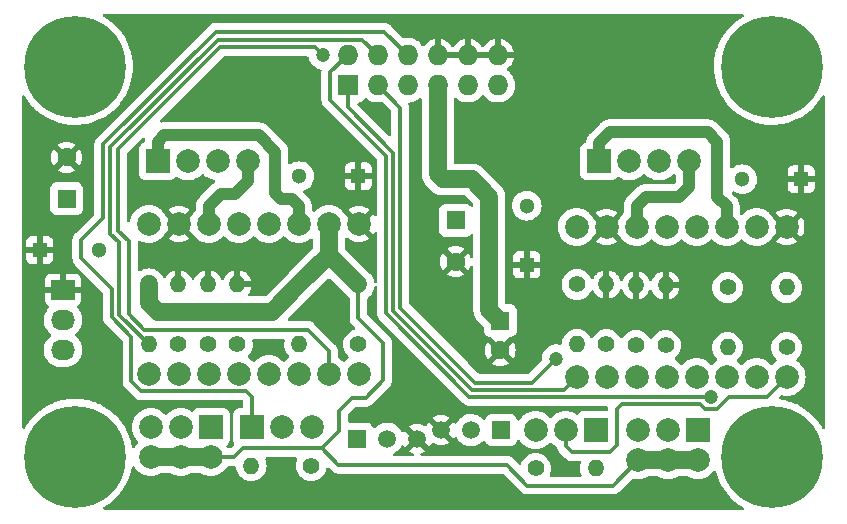
<source format=gtl>
%TF.GenerationSoftware,KiCad,Pcbnew,(6.0.1)*%
%TF.CreationDate,2022-01-17T15:22:50+02:00*%
%TF.ProjectId,prusa_mk2_ext_drv,70727573-615f-46d6-9b32-5f6578745f64,rev?*%
%TF.SameCoordinates,Original*%
%TF.FileFunction,Copper,L1,Top*%
%TF.FilePolarity,Positive*%
%FSLAX46Y46*%
G04 Gerber Fmt 4.6, Leading zero omitted, Abs format (unit mm)*
G04 Created by KiCad (PCBNEW (6.0.1)) date 2022-01-17 15:22:50*
%MOMM*%
%LPD*%
G01*
G04 APERTURE LIST*
%TA.AperFunction,ComponentPad*%
%ADD10R,2.000000X2.000000*%
%TD*%
%TA.AperFunction,ComponentPad*%
%ADD11C,2.000000*%
%TD*%
%TA.AperFunction,ComponentPad*%
%ADD12R,1.600000X1.600000*%
%TD*%
%TA.AperFunction,ComponentPad*%
%ADD13C,1.600000*%
%TD*%
%TA.AperFunction,ComponentPad*%
%ADD14R,1.520000X1.520000*%
%TD*%
%TA.AperFunction,ComponentPad*%
%ADD15C,1.520000*%
%TD*%
%TA.AperFunction,ComponentPad*%
%ADD16C,1.400000*%
%TD*%
%TA.AperFunction,ComponentPad*%
%ADD17O,1.400000X1.400000*%
%TD*%
%TA.AperFunction,ComponentPad*%
%ADD18C,0.700000*%
%TD*%
%TA.AperFunction,ComponentPad*%
%ADD19C,8.600000*%
%TD*%
%TA.AperFunction,ComponentPad*%
%ADD20R,1.300000X1.300000*%
%TD*%
%TA.AperFunction,ComponentPad*%
%ADD21C,1.300000*%
%TD*%
%TA.AperFunction,ComponentPad*%
%ADD22R,1.727200X1.727200*%
%TD*%
%TA.AperFunction,ComponentPad*%
%ADD23O,1.727200X1.727200*%
%TD*%
%TA.AperFunction,ComponentPad*%
%ADD24R,2.030000X1.730000*%
%TD*%
%TA.AperFunction,ComponentPad*%
%ADD25O,2.030000X1.730000*%
%TD*%
%TA.AperFunction,ViaPad*%
%ADD26C,1.200000*%
%TD*%
%TA.AperFunction,Conductor*%
%ADD27C,0.300000*%
%TD*%
%TA.AperFunction,Conductor*%
%ADD28C,1.500000*%
%TD*%
%TA.AperFunction,Conductor*%
%ADD29C,1.000000*%
%TD*%
G04 APERTURE END LIST*
D10*
%TO.P,CN4,1*%
%TO.N,Net-(CN4-Pad1)*%
X12000000Y-13000000D03*
D11*
%TO.P,CN4,2*%
%TO.N,Net-(CN4-Pad2)*%
X14540000Y-13000000D03*
%TO.P,CN4,3*%
%TO.N,Net-(CN4-Pad3)*%
X17080000Y-13000000D03*
%TO.P,CN4,4*%
%TO.N,Net-(CN4-Pad4)*%
X19620000Y-13000000D03*
%TD*%
D12*
%TO.P,CP1,1*%
%TO.N,+5V*%
X41000000Y-26500000D03*
D13*
%TO.P,CP1,2*%
%TO.N,GND*%
X41000000Y-29000000D03*
%TD*%
D10*
%TO.P,J1,1*%
%TO.N,Net-(CN2-Pad3)*%
X49080000Y-35750000D03*
D11*
%TO.P,J1,2*%
%TO.N,Net-(J1-Pad2)*%
X46540000Y-35750000D03*
%TO.P,J1,3*%
%TO.N,Net-(J1-Pad3)*%
X44000000Y-35750000D03*
%TD*%
%TO.P,MD1,1*%
%TO.N,Net-(CN2-Pad1)*%
X47470000Y-31250000D03*
%TO.P,MD1,2*%
%TO.N,Net-(J3-Pad5)*%
X50010000Y-31250000D03*
%TO.P,MD1,3*%
%TO.N,Net-(J3-Pad3)*%
X52550000Y-31250000D03*
%TO.P,MD1,4*%
%TO.N,Net-(J3-Pad1)*%
X55090000Y-31250000D03*
%TO.P,MD1,5*%
%TO.N,Net-(MD1-Pad5)*%
X57630000Y-31250000D03*
%TO.P,MD1,6*%
X60170000Y-31250000D03*
%TO.P,MD1,7*%
%TO.N,Net-(CN2-Pad2)*%
X62710000Y-31250000D03*
%TO.P,MD1,8*%
%TO.N,Net-(J1-Pad2)*%
X65250000Y-31250000D03*
%TO.P,MD1,9*%
%TO.N,GND*%
X65250000Y-18550000D03*
%TO.P,MD1,10*%
%TO.N,+5V*%
X62710000Y-18550000D03*
%TO.P,MD1,11*%
%TO.N,Net-(CN3-Pad1)*%
X60170000Y-18550000D03*
%TO.P,MD1,12*%
%TO.N,Net-(CN3-Pad2)*%
X57630000Y-18550000D03*
%TO.P,MD1,13*%
%TO.N,Net-(CN3-Pad3)*%
X55090000Y-18550000D03*
%TO.P,MD1,14*%
%TO.N,Net-(CN3-Pad4)*%
X52550000Y-18550000D03*
%TO.P,MD1,15*%
%TO.N,GND*%
X50010000Y-18550000D03*
%TO.P,MD1,16*%
%TO.N,+12V*%
X47470000Y-18550000D03*
%TD*%
%TO.P,MD2,1*%
%TO.N,Net-(CN2-Pad4)*%
X11250000Y-31000000D03*
%TO.P,MD2,2*%
%TO.N,Net-(J4-Pad5)*%
X13790000Y-31000000D03*
%TO.P,MD2,3*%
%TO.N,Net-(J4-Pad3)*%
X16330000Y-31000000D03*
%TO.P,MD2,4*%
%TO.N,Net-(J4-Pad1)*%
X18870000Y-31000000D03*
%TO.P,MD2,5*%
%TO.N,Net-(MD2-Pad5)*%
X21410000Y-31000000D03*
%TO.P,MD2,6*%
X23950000Y-31000000D03*
%TO.P,MD2,7*%
%TO.N,Net-(CN2-Pad5)*%
X26490000Y-31000000D03*
%TO.P,MD2,8*%
%TO.N,Net-(J2-Pad2)*%
X29030000Y-31000000D03*
%TO.P,MD2,9*%
%TO.N,GND*%
X29030000Y-18300000D03*
%TO.P,MD2,10*%
%TO.N,+5V*%
X26490000Y-18300000D03*
%TO.P,MD2,11*%
%TO.N,Net-(CN4-Pad1)*%
X23950000Y-18300000D03*
%TO.P,MD2,12*%
%TO.N,Net-(CN4-Pad2)*%
X21410000Y-18300000D03*
%TO.P,MD2,13*%
%TO.N,Net-(CN4-Pad3)*%
X18870000Y-18300000D03*
%TO.P,MD2,14*%
%TO.N,Net-(CN4-Pad4)*%
X16330000Y-18300000D03*
%TO.P,MD2,15*%
%TO.N,GND*%
X13790000Y-18300000D03*
%TO.P,MD2,16*%
%TO.N,+12V*%
X11250000Y-18300000D03*
%TD*%
D14*
%TO.P,Q1,1*%
%TO.N,Net-(J1-Pad3)*%
X41080000Y-35750000D03*
D15*
%TO.P,Q1,2*%
%TO.N,Net-(Q1-Pad2)*%
X38540000Y-35750000D03*
%TO.P,Q1,3*%
%TO.N,GND*%
X36000000Y-35750000D03*
%TD*%
D14*
%TO.P,Q2,1*%
%TO.N,Net-(J2-Pad3)*%
X28879800Y-36474400D03*
D15*
%TO.P,Q2,2*%
%TO.N,Net-(Q2-Pad2)*%
X31419800Y-36474400D03*
%TO.P,Q2,3*%
%TO.N,GND*%
X33959800Y-36474400D03*
%TD*%
D16*
%TO.P,R2,1*%
%TO.N,+5V*%
X11250000Y-23420000D03*
D17*
%TO.P,R2,2*%
%TO.N,Net-(CN2-Pad4)*%
X11250000Y-28500000D03*
%TD*%
D16*
%TO.P,R4,1*%
%TO.N,Net-(Q2-Pad2)*%
X25000000Y-38750000D03*
D17*
%TO.P,R4,2*%
%TO.N,Net-(CN2-Pad6)*%
X19920000Y-38750000D03*
%TD*%
D16*
%TO.P,R6,1*%
%TO.N,Net-(J2-Pad2)*%
X29000000Y-28500000D03*
D17*
%TO.P,R6,2*%
%TO.N,+5V*%
X29000000Y-23420000D03*
%TD*%
D16*
%TO.P,R11,1*%
%TO.N,Net-(J4-Pad3)*%
X16250000Y-28500000D03*
D17*
%TO.P,R11,2*%
%TO.N,GND*%
X16250000Y-23420000D03*
%TD*%
D18*
%TO.P,REF\u002A\u002A,*%
%TO.N,*%
X5000000Y-1775000D03*
X1775000Y-5000000D03*
X2719581Y-2719581D03*
X7280419Y-7280419D03*
X2719581Y-7280419D03*
X8225000Y-5000000D03*
X5000000Y-8225000D03*
X7280419Y-2719581D03*
D19*
%TO.P,REF\u002A\u002A,1*%
%TO.N,N/C*%
X5000000Y-5000000D03*
%TD*%
D18*
%TO.P,REF\u002A\u002A,*%
%TO.N,*%
X61719581Y-7280419D03*
X61719581Y-2719581D03*
X66280419Y-2719581D03*
X64000000Y-1775000D03*
X64000000Y-8225000D03*
X60775000Y-5000000D03*
X66280419Y-7280419D03*
X67225000Y-5000000D03*
D19*
%TO.P,REF\u002A\u002A,1*%
%TO.N,N/C*%
X64000000Y-5000000D03*
%TD*%
D18*
%TO.P,REF\u002A\u002A,*%
%TO.N,*%
X8225000Y-38000000D03*
X7280419Y-40280419D03*
X5000000Y-34775000D03*
X1775000Y-38000000D03*
X5000000Y-41225000D03*
X7280419Y-35719581D03*
X2719581Y-35719581D03*
X2719581Y-40280419D03*
D19*
%TO.P,REF\u002A\u002A,1*%
%TO.N,N/C*%
X5000000Y-38000000D03*
%TD*%
D18*
%TO.P,REF\u002A\u002A,*%
%TO.N,*%
X64000000Y-41225000D03*
X67225000Y-38000000D03*
X66280419Y-40280419D03*
X60775000Y-38000000D03*
X61719581Y-40280419D03*
X64000000Y-34775000D03*
X66280419Y-35719581D03*
X61719581Y-35719581D03*
D19*
%TO.P,REF\u002A\u002A,1*%
%TO.N,N/C*%
X64000000Y-38000000D03*
%TD*%
D10*
%TO.P,J4,1*%
%TO.N,Net-(J4-Pad1)*%
X16500000Y-35500000D03*
D11*
%TO.P,J4,2*%
%TO.N,+5V*%
X16500000Y-38040000D03*
%TO.P,J4,3*%
%TO.N,Net-(J4-Pad3)*%
X13960000Y-35500000D03*
%TO.P,J4,4*%
%TO.N,+5V*%
X13960000Y-38040000D03*
%TO.P,J4,5*%
%TO.N,Net-(J4-Pad5)*%
X11420000Y-35500000D03*
%TO.P,J4,6*%
%TO.N,+5V*%
X11420000Y-38040000D03*
%TD*%
D16*
%TO.P,R3,1*%
%TO.N,Net-(Q1-Pad2)*%
X44000000Y-39000000D03*
D17*
%TO.P,R3,2*%
%TO.N,Net-(CN2-Pad3)*%
X49080000Y-39000000D03*
%TD*%
D16*
%TO.P,R10,1*%
%TO.N,Net-(J4-Pad5)*%
X13750000Y-28500000D03*
D17*
%TO.P,R10,2*%
%TO.N,GND*%
X13750000Y-23420000D03*
%TD*%
D16*
%TO.P,R12,1*%
%TO.N,Net-(J4-Pad1)*%
X18750000Y-28500000D03*
D17*
%TO.P,R12,2*%
%TO.N,GND*%
X18750000Y-23420000D03*
%TD*%
D10*
%TO.P,J2,1*%
%TO.N,Net-(CN2-Pad6)*%
X20000000Y-35500000D03*
D11*
%TO.P,J2,2*%
%TO.N,Net-(J2-Pad2)*%
X22540000Y-35500000D03*
%TO.P,J2,3*%
%TO.N,Net-(J2-Pad3)*%
X25080000Y-35500000D03*
%TD*%
D16*
%TO.P,R8,1*%
%TO.N,Net-(J3-Pad3)*%
X52500000Y-28580000D03*
D17*
%TO.P,R8,2*%
%TO.N,GND*%
X52500000Y-23500000D03*
%TD*%
D10*
%TO.P,J3,1*%
%TO.N,Net-(J3-Pad1)*%
X57750000Y-35750000D03*
D11*
%TO.P,J3,2*%
%TO.N,+5V*%
X57750000Y-38290000D03*
%TO.P,J3,3*%
%TO.N,Net-(J3-Pad3)*%
X55210000Y-35750000D03*
%TO.P,J3,4*%
%TO.N,+5V*%
X55210000Y-38290000D03*
%TO.P,J3,5*%
%TO.N,Net-(J3-Pad5)*%
X52670000Y-35750000D03*
%TO.P,J3,6*%
%TO.N,+5V*%
X52670000Y-38290000D03*
%TD*%
D16*
%TO.P,R7,1*%
%TO.N,Net-(J3-Pad5)*%
X50000000Y-28500000D03*
D17*
%TO.P,R7,2*%
%TO.N,GND*%
X50000000Y-23420000D03*
%TD*%
D16*
%TO.P,R9,1*%
%TO.N,Net-(J3-Pad1)*%
X55000000Y-28580000D03*
D17*
%TO.P,R9,2*%
%TO.N,GND*%
X55000000Y-23500000D03*
%TD*%
D16*
%TO.P,R1,1*%
%TO.N,+5V*%
X47500000Y-23420000D03*
D17*
%TO.P,R1,2*%
%TO.N,Net-(CN2-Pad1)*%
X47500000Y-28500000D03*
%TD*%
D16*
%TO.P,R5,1*%
%TO.N,Net-(J1-Pad2)*%
X65250000Y-28750000D03*
D17*
%TO.P,R5,2*%
%TO.N,+5V*%
X65250000Y-23670000D03*
%TD*%
D12*
%TO.P,CP3,1*%
%TO.N,+12V*%
X4292600Y-16154400D03*
D13*
%TO.P,CP3,2*%
%TO.N,GND*%
X4292600Y-12654400D03*
%TD*%
D20*
%TO.P,C2,1*%
%TO.N,GND*%
X29000000Y-14250000D03*
D21*
%TO.P,C2,2*%
%TO.N,+5V*%
X24000000Y-14250000D03*
%TD*%
D20*
%TO.P,C4,1*%
%TO.N,GND*%
X66500000Y-14500000D03*
D21*
%TO.P,C4,2*%
%TO.N,+5V*%
X61500000Y-14500000D03*
%TD*%
D10*
%TO.P,CN3,1*%
%TO.N,Net-(CN3-Pad1)*%
X49380000Y-13000000D03*
D11*
%TO.P,CN3,2*%
%TO.N,Net-(CN3-Pad2)*%
X51920000Y-13000000D03*
%TO.P,CN3,3*%
%TO.N,Net-(CN3-Pad3)*%
X54460000Y-13000000D03*
%TO.P,CN3,4*%
%TO.N,Net-(CN3-Pad4)*%
X57000000Y-13000000D03*
%TD*%
D22*
%TO.P,CN2,1*%
%TO.N,Net-(CN2-Pad1)*%
X28090000Y-6540000D03*
D23*
%TO.P,CN2,2*%
%TO.N,Net-(CN2-Pad2)*%
X28090000Y-4000000D03*
%TO.P,CN2,3*%
%TO.N,Net-(CN2-Pad3)*%
X30630000Y-6540000D03*
%TO.P,CN2,4*%
%TO.N,Net-(CN2-Pad4)*%
X30630000Y-4000000D03*
%TO.P,CN2,5*%
%TO.N,Net-(CN2-Pad5)*%
X33170000Y-6540000D03*
%TO.P,CN2,6*%
%TO.N,Net-(CN2-Pad6)*%
X33170000Y-4000000D03*
%TO.P,CN2,7*%
%TO.N,+5V*%
X35710000Y-6540000D03*
%TO.P,CN2,8*%
%TO.N,GND*%
X35710000Y-4000000D03*
%TO.P,CN2,9*%
%TO.N,+12V*%
X38250000Y-6540000D03*
%TO.P,CN2,10*%
%TO.N,GND*%
X38250000Y-4000000D03*
%TO.P,CN2,11*%
%TO.N,+12V*%
X40790000Y-6540000D03*
%TO.P,CN2,12*%
%TO.N,GND*%
X40790000Y-4000000D03*
%TD*%
D16*
%TO.P,R13,1*%
%TO.N,+5V*%
X60250000Y-23670000D03*
D17*
%TO.P,R13,2*%
%TO.N,Net-(MD1-Pad5)*%
X60250000Y-28750000D03*
%TD*%
D16*
%TO.P,R14,1*%
%TO.N,+5V*%
X24000000Y-23420000D03*
D17*
%TO.P,R14,2*%
%TO.N,Net-(MD2-Pad5)*%
X24000000Y-28500000D03*
%TD*%
D20*
%TO.P,C1,1*%
%TO.N,GND*%
X43250000Y-21750000D03*
D21*
%TO.P,C1,2*%
%TO.N,+12V*%
X43250000Y-16750000D03*
%TD*%
D24*
%TO.P,CN1,1*%
%TO.N,GND*%
X3987800Y-23876000D03*
D25*
%TO.P,CN1,2*%
%TO.N,+12V*%
X3987800Y-26416000D03*
%TO.P,CN1,3*%
%TO.N,Net-(CN1-Pad3)*%
X3987800Y-28956000D03*
%TD*%
D12*
%TO.P,CP2,1*%
%TO.N,+12V*%
X37236400Y-17988400D03*
D13*
%TO.P,CP2,2*%
%TO.N,GND*%
X37236400Y-21488400D03*
%TD*%
D20*
%TO.P,C3,1*%
%TO.N,GND*%
X2000000Y-20500000D03*
D21*
%TO.P,C3,2*%
%TO.N,+12V*%
X7000000Y-20500000D03*
%TD*%
D26*
%TO.N,GND*%
X24000000Y-7250000D03*
X43000000Y-28500000D03*
X38750000Y-11000000D03*
X24000000Y-5750000D03*
X34925000Y-20955000D03*
X43205400Y-8750000D03*
X9500000Y-41500000D03*
X21183600Y-23444200D03*
X7747000Y-32004000D03*
X39032577Y-29718000D03*
X27000200Y-40005000D03*
X31000000Y-9347200D03*
X45847000Y-20701000D03*
X21336000Y-28702000D03*
X43688000Y-23876000D03*
X34925000Y-22479000D03*
X39000000Y-28500000D03*
X34036000Y-15875000D03*
X44250000Y-11000000D03*
X33909000Y-31496000D03*
X43000000Y-29750000D03*
X44250000Y-9500000D03*
X37750000Y-10250000D03*
X24000000Y-8750000D03*
X38750000Y-9500000D03*
X43250000Y-11750000D03*
X37750000Y-11750000D03*
X59250000Y-41500000D03*
X37750000Y-8750000D03*
X32512000Y-31496000D03*
X43205400Y-10250000D03*
X48488600Y-26136600D03*
X44250000Y-12500000D03*
X26695400Y-24765000D03*
X34000000Y-34250000D03*
%TO.N,Net-(CN2-Pad2)*%
X58851800Y-32918400D03*
%TO.N,Net-(CN2-Pad3)*%
X45720000Y-29692600D03*
%TO.N,Net-(CN2-Pad5)*%
X25984200Y-4013200D03*
%TD*%
D27*
%TO.N,+5V*%
X31089600Y-28371800D02*
X29000000Y-26282200D01*
D28*
X57750000Y-38290000D02*
X55210000Y-38290000D01*
D27*
X28448000Y-33020000D02*
X29600002Y-33020000D01*
D28*
X26490000Y-20910000D02*
X26490000Y-18300000D01*
D27*
X43303999Y-40450001D02*
X41538198Y-38684200D01*
X16500000Y-38040000D02*
X18483998Y-38040000D01*
X19223999Y-37299999D02*
X25920601Y-37299999D01*
X41538198Y-38684200D02*
X27304802Y-38684200D01*
X50509999Y-40450001D02*
X43303999Y-40450001D01*
D28*
X35710000Y-14069200D02*
X36169600Y-14528800D01*
D27*
X29000000Y-26282200D02*
X29000000Y-23420000D01*
D28*
X40081200Y-25581200D02*
X41000000Y-26500000D01*
X26490000Y-20930000D02*
X24000000Y-23420000D01*
X11420000Y-38040000D02*
X13960000Y-38040000D01*
D27*
X18483998Y-38040000D02*
X19223999Y-37299999D01*
X27369799Y-34098201D02*
X28448000Y-33020000D01*
D28*
X40081200Y-16002000D02*
X40081200Y-25581200D01*
D27*
X29600002Y-33020000D02*
X31089600Y-31530402D01*
D28*
X36169600Y-14528800D02*
X38608000Y-14528800D01*
X35710000Y-6540000D02*
X35710000Y-14069200D01*
X11250000Y-24966000D02*
X11250000Y-23420000D01*
D27*
X27369799Y-35850801D02*
X27369799Y-34098201D01*
D28*
X26490000Y-18300000D02*
X26490000Y-20930000D01*
D27*
X31089600Y-31530402D02*
X31089600Y-28371800D01*
D28*
X24000000Y-23420000D02*
X21664400Y-25755600D01*
X29000000Y-23420000D02*
X26490000Y-20910000D01*
X16500000Y-38040000D02*
X13960000Y-38040000D01*
X52670000Y-38290000D02*
X55210000Y-38290000D01*
X21664400Y-25755600D02*
X12039600Y-25755600D01*
X38608000Y-14528800D02*
X40081200Y-16002000D01*
D27*
X27304802Y-38684200D02*
X25920601Y-37299999D01*
D28*
X12039600Y-25755600D02*
X11250000Y-24966000D01*
D27*
X52670000Y-38290000D02*
X50509999Y-40450001D01*
X25920601Y-37299999D02*
X27369799Y-35850801D01*
%TO.N,Net-(CN2-Pad1)*%
X28090000Y-8415343D02*
X31937389Y-12262732D01*
X46385801Y-32334199D02*
X47470000Y-31250000D01*
X31937389Y-12262732D02*
X31937389Y-25628553D01*
X28090000Y-6540000D02*
X28090000Y-8415343D01*
X31937389Y-25628553D02*
X38643035Y-32334199D01*
X38643035Y-32334199D02*
X46385801Y-32334199D01*
%TO.N,Net-(CN2-Pad2)*%
X26619200Y-7793085D02*
X31337378Y-12511264D01*
X38395210Y-32934210D02*
X58835990Y-32934210D01*
X58835990Y-32934210D02*
X58851800Y-32918400D01*
X28090000Y-4000000D02*
X26619200Y-5470800D01*
X31337378Y-25876378D02*
X38395210Y-32934210D01*
X31337378Y-12511264D02*
X31337378Y-25876378D01*
X26619200Y-5470800D02*
X26619200Y-7793085D01*
%TO.N,Net-(CN2-Pad3)*%
X32537400Y-8447400D02*
X32537400Y-25380728D01*
X30630000Y-6540000D02*
X32537400Y-8447400D01*
X32537400Y-25380728D02*
X38881272Y-31724600D01*
X43688000Y-31724600D02*
X45720000Y-29692600D01*
X38881272Y-31724600D02*
X43688000Y-31724600D01*
%TO.N,Net-(CN2-Pad4)*%
X30630000Y-4000000D02*
X29316399Y-2686399D01*
X8001000Y-11800657D02*
X8001000Y-19151600D01*
X29316399Y-2686399D02*
X17115258Y-2686399D01*
X17115258Y-2686399D02*
X8001000Y-11800657D01*
X8001000Y-19151600D02*
X8712200Y-19862800D01*
X8712200Y-19862800D02*
X8712200Y-25962200D01*
X8712200Y-25962200D02*
X11250000Y-28500000D01*
%TO.N,Net-(CN2-Pad5)*%
X8661400Y-18872200D02*
X8661400Y-11988800D01*
X24690210Y-27255610D02*
X10854152Y-27255610D01*
X26490000Y-29055400D02*
X24690210Y-27255610D01*
X9556620Y-25958078D02*
X9556620Y-19767420D01*
X26490000Y-31000000D02*
X26490000Y-29055400D01*
X10854152Y-27255610D02*
X9556620Y-25958078D01*
X17297400Y-3352800D02*
X25323800Y-3352800D01*
X9556620Y-19767420D02*
X8661400Y-18872200D01*
X8661400Y-11988800D02*
X17297400Y-3352800D01*
X25323800Y-3352800D02*
X25984200Y-4013200D01*
%TO.N,Net-(CN2-Pad6)*%
X5537200Y-19659600D02*
X5537200Y-21209000D01*
X31176600Y-2006600D02*
X16946514Y-2006600D01*
X7391400Y-11561714D02*
X7391400Y-17805400D01*
X10617200Y-32461200D02*
X19481800Y-32461200D01*
X16946514Y-2006600D02*
X7391400Y-11561714D01*
X9779000Y-27877543D02*
X9779000Y-31623000D01*
X19481800Y-32461200D02*
X20000000Y-32979400D01*
X9779000Y-31623000D02*
X10617200Y-32461200D01*
X7391400Y-17805400D02*
X5537200Y-19659600D01*
X8102600Y-23774400D02*
X8102600Y-26201143D01*
X33170000Y-4000000D02*
X31176600Y-2006600D01*
X20000000Y-32979400D02*
X20000000Y-35500000D01*
X5537200Y-21209000D02*
X8102600Y-23774400D01*
X8102600Y-26201143D02*
X9779000Y-27877543D01*
D29*
%TO.N,Net-(CN3-Pad1)*%
X49380000Y-11453000D02*
X50292000Y-10541000D01*
X49380000Y-13000000D02*
X49380000Y-11453000D01*
X59359800Y-16002000D02*
X60170000Y-16812200D01*
X60170000Y-16812200D02*
X60170000Y-18550000D01*
X59359800Y-11328400D02*
X59359800Y-16002000D01*
X58572400Y-10541000D02*
X59359800Y-11328400D01*
X50292000Y-10541000D02*
X58572400Y-10541000D01*
%TO.N,Net-(CN3-Pad4)*%
X57000000Y-15136000D02*
X57000000Y-13000000D01*
X56108600Y-16027400D02*
X57000000Y-15136000D01*
X52550000Y-16817400D02*
X53340000Y-16027400D01*
X53340000Y-16027400D02*
X56108600Y-16027400D01*
X52550000Y-18550000D02*
X52550000Y-16817400D01*
%TO.N,Net-(CN4-Pad4)*%
X17373600Y-15773400D02*
X18516600Y-15773400D01*
X18516600Y-15773400D02*
X19620000Y-14670000D01*
X16330000Y-16817000D02*
X17373600Y-15773400D01*
X19620000Y-14670000D02*
X19620000Y-13000000D01*
X16330000Y-18300000D02*
X16330000Y-16817000D01*
%TO.N,Net-(CN4-Pad1)*%
X12000000Y-13000000D02*
X12000000Y-11317200D01*
X22479000Y-16205200D02*
X23342600Y-16205200D01*
X21971000Y-15697200D02*
X22479000Y-16205200D01*
X23342600Y-16205200D02*
X23950000Y-16812600D01*
X23950000Y-16812600D02*
X23950000Y-18300000D01*
X20574000Y-10795000D02*
X21971000Y-12192000D01*
X12000000Y-11317200D02*
X12522200Y-10795000D01*
X12522200Y-10795000D02*
X20574000Y-10795000D01*
X21971000Y-12192000D02*
X21971000Y-15697200D01*
D27*
%TO.N,Net-(J1-Pad2)*%
X46540000Y-37065800D02*
X47091600Y-37617400D01*
X47091600Y-37617400D02*
X50266600Y-37617400D01*
X60405802Y-32918400D02*
X63581600Y-32918400D01*
X59355801Y-33968401D02*
X60405802Y-32918400D01*
X57913618Y-33534220D02*
X58347799Y-33968401D01*
X63581600Y-32918400D02*
X65250000Y-31250000D01*
X50876200Y-33959800D02*
X51301780Y-33534220D01*
X58347799Y-33968401D02*
X59355801Y-33968401D01*
X50266600Y-37617400D02*
X50876200Y-37007800D01*
X51301780Y-33534220D02*
X57913618Y-33534220D01*
X46540000Y-35750000D02*
X46540000Y-37065800D01*
X50876200Y-37007800D02*
X50876200Y-33959800D01*
%TD*%
%TA.AperFunction,Conductor*%
%TO.N,GND*%
G36*
X23761580Y-38070501D02*
G01*
X23808073Y-38124157D01*
X23818177Y-38194431D01*
X23807653Y-38229750D01*
X23775749Y-38298169D01*
X23773261Y-38303504D01*
X23771839Y-38308812D01*
X23771838Y-38308814D01*
X23756006Y-38367900D01*
X23714365Y-38523308D01*
X23694532Y-38750000D01*
X23714365Y-38976692D01*
X23715789Y-38982005D01*
X23715789Y-38982007D01*
X23769459Y-39182305D01*
X23773261Y-39196496D01*
X23775583Y-39201476D01*
X23775584Y-39201478D01*
X23863070Y-39389090D01*
X23869432Y-39402734D01*
X23999953Y-39589139D01*
X24160861Y-39750047D01*
X24347266Y-39880568D01*
X24352244Y-39882889D01*
X24352247Y-39882891D01*
X24492270Y-39948185D01*
X24553504Y-39976739D01*
X24558812Y-39978161D01*
X24558814Y-39978162D01*
X24767993Y-40034211D01*
X24767995Y-40034211D01*
X24773308Y-40035635D01*
X25000000Y-40055468D01*
X25226692Y-40035635D01*
X25232005Y-40034211D01*
X25232007Y-40034211D01*
X25441186Y-39978162D01*
X25441188Y-39978161D01*
X25446496Y-39976739D01*
X25507730Y-39948185D01*
X25647753Y-39882891D01*
X25647756Y-39882889D01*
X25652734Y-39880568D01*
X25839139Y-39750047D01*
X26000047Y-39589139D01*
X26130568Y-39402734D01*
X26136931Y-39389090D01*
X26224416Y-39201478D01*
X26224417Y-39201476D01*
X26226739Y-39196496D01*
X26228694Y-39189200D01*
X26282044Y-38990096D01*
X26318996Y-38929473D01*
X26382857Y-38898452D01*
X26453351Y-38906880D01*
X26492846Y-38933612D01*
X26727127Y-39167893D01*
X26739513Y-39182305D01*
X26747846Y-39193629D01*
X26747849Y-39193633D01*
X26752185Y-39199524D01*
X26779025Y-39222326D01*
X26791983Y-39233335D01*
X26799499Y-39240265D01*
X26805105Y-39245871D01*
X26807966Y-39248134D01*
X26807971Y-39248139D01*
X26827156Y-39263317D01*
X26830557Y-39266106D01*
X26875152Y-39303992D01*
X26885557Y-39312832D01*
X26892080Y-39316163D01*
X26897018Y-39319456D01*
X26902012Y-39322540D01*
X26907751Y-39327081D01*
X26914378Y-39330178D01*
X26914384Y-39330182D01*
X26973165Y-39357654D01*
X26977106Y-39359580D01*
X27041418Y-39392419D01*
X27048529Y-39394159D01*
X27054071Y-39396220D01*
X27059664Y-39398081D01*
X27066295Y-39401180D01*
X27073457Y-39402670D01*
X27073458Y-39402670D01*
X27137011Y-39415889D01*
X27141295Y-39416859D01*
X27211408Y-39434015D01*
X27217008Y-39434362D01*
X27217012Y-39434363D01*
X27222450Y-39434700D01*
X27222448Y-39434732D01*
X27226561Y-39434979D01*
X27230468Y-39435328D01*
X27237633Y-39436818D01*
X27314202Y-39434746D01*
X27317610Y-39434700D01*
X41175141Y-39434700D01*
X41243262Y-39454702D01*
X41264236Y-39471605D01*
X42726324Y-40933694D01*
X42738710Y-40948106D01*
X42747043Y-40959430D01*
X42747046Y-40959434D01*
X42751382Y-40965325D01*
X42788876Y-40997179D01*
X42791180Y-40999136D01*
X42798696Y-41006066D01*
X42804302Y-41011672D01*
X42807163Y-41013935D01*
X42807168Y-41013940D01*
X42826353Y-41029118D01*
X42829754Y-41031907D01*
X42842255Y-41042527D01*
X42884754Y-41078633D01*
X42891277Y-41081964D01*
X42896215Y-41085257D01*
X42901209Y-41088341D01*
X42906948Y-41092882D01*
X42913575Y-41095979D01*
X42913581Y-41095983D01*
X42972362Y-41123455D01*
X42976303Y-41125381D01*
X43040615Y-41158220D01*
X43047726Y-41159960D01*
X43053268Y-41162021D01*
X43058861Y-41163882D01*
X43065492Y-41166981D01*
X43072654Y-41168471D01*
X43072655Y-41168471D01*
X43136208Y-41181690D01*
X43140492Y-41182660D01*
X43210605Y-41199816D01*
X43216205Y-41200163D01*
X43216209Y-41200164D01*
X43221647Y-41200501D01*
X43221645Y-41200533D01*
X43225758Y-41200780D01*
X43229665Y-41201129D01*
X43236830Y-41202619D01*
X43313399Y-41200547D01*
X43316807Y-41200501D01*
X50443545Y-41200501D01*
X50462495Y-41201934D01*
X50476395Y-41204049D01*
X50476399Y-41204049D01*
X50483629Y-41205149D01*
X50490921Y-41204556D01*
X50490924Y-41204556D01*
X50535674Y-41200916D01*
X50545888Y-41200501D01*
X50553821Y-41200501D01*
X50563117Y-41199417D01*
X50581735Y-41197247D01*
X50586110Y-41196814D01*
X50616273Y-41194361D01*
X50658058Y-41190962D01*
X50665020Y-41188707D01*
X50670815Y-41187549D01*
X50676557Y-41186192D01*
X50683827Y-41185344D01*
X50751735Y-41160695D01*
X50755863Y-41159278D01*
X50817582Y-41139284D01*
X50817584Y-41139283D01*
X50824545Y-41137028D01*
X50830799Y-41133233D01*
X50836178Y-41130770D01*
X50841454Y-41128128D01*
X50848330Y-41125632D01*
X50908708Y-41086047D01*
X50912418Y-41083706D01*
X50969360Y-41049153D01*
X50969367Y-41049148D01*
X50974159Y-41046240D01*
X50982451Y-41038916D01*
X50982473Y-41038941D01*
X50985568Y-41036195D01*
X50988562Y-41033692D01*
X50994684Y-41029678D01*
X51047382Y-40974049D01*
X51049759Y-40971608D01*
X52148673Y-39872694D01*
X52210985Y-39838668D01*
X52267180Y-39839270D01*
X52336427Y-39855895D01*
X52414039Y-39874528D01*
X52414045Y-39874529D01*
X52418852Y-39875683D01*
X52670000Y-39895449D01*
X52921148Y-39875683D01*
X52925955Y-39874529D01*
X52925961Y-39874528D01*
X53141431Y-39822798D01*
X53166111Y-39816873D01*
X53170684Y-39814979D01*
X53394285Y-39722361D01*
X53394289Y-39722359D01*
X53398859Y-39720466D01*
X53499052Y-39659067D01*
X53564888Y-39640500D01*
X54315112Y-39640500D01*
X54380948Y-39659067D01*
X54481141Y-39720466D01*
X54485711Y-39722359D01*
X54485715Y-39722361D01*
X54709316Y-39814979D01*
X54713889Y-39816873D01*
X54738569Y-39822798D01*
X54954039Y-39874528D01*
X54954045Y-39874529D01*
X54958852Y-39875683D01*
X55210000Y-39895449D01*
X55461148Y-39875683D01*
X55465955Y-39874529D01*
X55465961Y-39874528D01*
X55681431Y-39822798D01*
X55706111Y-39816873D01*
X55710684Y-39814979D01*
X55934285Y-39722361D01*
X55934289Y-39722359D01*
X55938859Y-39720466D01*
X56039052Y-39659067D01*
X56104888Y-39640500D01*
X56855112Y-39640500D01*
X56920948Y-39659067D01*
X57021141Y-39720466D01*
X57025711Y-39722359D01*
X57025715Y-39722361D01*
X57249316Y-39814979D01*
X57253889Y-39816873D01*
X57278569Y-39822798D01*
X57494039Y-39874528D01*
X57494045Y-39874529D01*
X57498852Y-39875683D01*
X57750000Y-39895449D01*
X58001148Y-39875683D01*
X58005955Y-39874529D01*
X58005961Y-39874528D01*
X58221431Y-39822798D01*
X58246111Y-39816873D01*
X58250684Y-39814979D01*
X58474285Y-39722361D01*
X58474289Y-39722359D01*
X58478859Y-39720466D01*
X58693659Y-39588836D01*
X58697419Y-39585624D01*
X58697424Y-39585621D01*
X58881462Y-39428437D01*
X58885224Y-39425224D01*
X59048836Y-39233659D01*
X59049956Y-39234615D01*
X59100953Y-39195283D01*
X59171688Y-39189200D01*
X59234483Y-39222326D01*
X59267583Y-39277223D01*
X59324609Y-39471605D01*
X59359036Y-39588957D01*
X59360056Y-39591553D01*
X59360057Y-39591556D01*
X59501173Y-39950719D01*
X59518658Y-39995222D01*
X59616409Y-40190852D01*
X59691271Y-40340673D01*
X59713764Y-40385689D01*
X59942807Y-40757266D01*
X60203974Y-41107011D01*
X60205835Y-41109089D01*
X60205836Y-41109090D01*
X60462157Y-41395266D01*
X60495198Y-41432156D01*
X60497235Y-41434059D01*
X60497242Y-41434066D01*
X60714087Y-41636630D01*
X60814172Y-41730125D01*
X60816368Y-41731838D01*
X60816372Y-41731841D01*
X60899987Y-41797050D01*
X61158372Y-41998560D01*
X61247071Y-42055832D01*
X61522727Y-42233821D01*
X61522735Y-42233826D01*
X61525071Y-42235334D01*
X61527539Y-42236632D01*
X61527545Y-42236636D01*
X61561484Y-42254492D01*
X61612456Y-42303912D01*
X61628619Y-42373044D01*
X61604840Y-42439940D01*
X61548669Y-42483361D01*
X61502816Y-42492000D01*
X7493860Y-42492000D01*
X7425739Y-42471998D01*
X7379246Y-42418342D01*
X7369142Y-42348068D01*
X7398636Y-42283488D01*
X7434028Y-42255112D01*
X7459448Y-42241396D01*
X7519145Y-42209185D01*
X7883345Y-41968584D01*
X8224714Y-41696559D01*
X8540551Y-41395266D01*
X8542388Y-41393172D01*
X8542396Y-41393163D01*
X8812422Y-41085257D01*
X8828354Y-41067090D01*
X8830006Y-41064829D01*
X8830013Y-41064820D01*
X9084186Y-40716898D01*
X9084189Y-40716893D01*
X9085844Y-40714628D01*
X9087288Y-40712230D01*
X9087295Y-40712219D01*
X9309533Y-40343084D01*
X9309538Y-40343075D01*
X9310984Y-40340673D01*
X9501989Y-39948185D01*
X9657349Y-39540271D01*
X9662996Y-39520250D01*
X9758306Y-39182305D01*
X9775832Y-39120161D01*
X9800291Y-38990096D01*
X9816136Y-38905835D01*
X9848383Y-38842584D01*
X9909707Y-38806808D01*
X9980638Y-38809866D01*
X10038656Y-38850786D01*
X10047399Y-38863286D01*
X10121164Y-38983659D01*
X10284776Y-39175224D01*
X10288538Y-39178437D01*
X10472576Y-39335621D01*
X10472581Y-39335624D01*
X10476341Y-39338836D01*
X10691141Y-39470466D01*
X10695711Y-39472359D01*
X10695715Y-39472361D01*
X10919316Y-39564979D01*
X10923889Y-39566873D01*
X10997840Y-39584627D01*
X11164039Y-39624528D01*
X11164045Y-39624529D01*
X11168852Y-39625683D01*
X11420000Y-39645449D01*
X11671148Y-39625683D01*
X11675955Y-39624529D01*
X11675961Y-39624528D01*
X11842160Y-39584627D01*
X11916111Y-39566873D01*
X11920684Y-39564979D01*
X12144285Y-39472361D01*
X12144289Y-39472359D01*
X12148859Y-39470466D01*
X12153079Y-39467880D01*
X12249053Y-39409067D01*
X12314888Y-39390500D01*
X13065112Y-39390500D01*
X13130947Y-39409067D01*
X13226921Y-39467880D01*
X13231141Y-39470466D01*
X13235711Y-39472359D01*
X13235715Y-39472361D01*
X13459316Y-39564979D01*
X13463889Y-39566873D01*
X13537840Y-39584627D01*
X13704039Y-39624528D01*
X13704045Y-39624529D01*
X13708852Y-39625683D01*
X13960000Y-39645449D01*
X14211148Y-39625683D01*
X14215955Y-39624529D01*
X14215961Y-39624528D01*
X14382160Y-39584627D01*
X14456111Y-39566873D01*
X14460684Y-39564979D01*
X14684285Y-39472361D01*
X14684289Y-39472359D01*
X14688859Y-39470466D01*
X14693079Y-39467880D01*
X14789053Y-39409067D01*
X14854888Y-39390500D01*
X15605112Y-39390500D01*
X15670947Y-39409067D01*
X15766921Y-39467880D01*
X15771141Y-39470466D01*
X15775711Y-39472359D01*
X15775715Y-39472361D01*
X15999316Y-39564979D01*
X16003889Y-39566873D01*
X16077840Y-39584627D01*
X16244039Y-39624528D01*
X16244045Y-39624529D01*
X16248852Y-39625683D01*
X16500000Y-39645449D01*
X16751148Y-39625683D01*
X16755955Y-39624529D01*
X16755961Y-39624528D01*
X16922160Y-39584627D01*
X16996111Y-39566873D01*
X17000684Y-39564979D01*
X17224285Y-39472361D01*
X17224289Y-39472359D01*
X17228859Y-39470466D01*
X17443659Y-39338836D01*
X17447419Y-39335624D01*
X17447424Y-39335621D01*
X17631462Y-39178437D01*
X17635224Y-39175224D01*
X17798836Y-38983659D01*
X17880335Y-38850665D01*
X17932983Y-38803034D01*
X17987768Y-38790500D01*
X18417544Y-38790500D01*
X18436494Y-38791933D01*
X18450394Y-38794048D01*
X18450398Y-38794048D01*
X18457628Y-38795148D01*
X18464920Y-38794555D01*
X18464924Y-38794555D01*
X18492526Y-38792310D01*
X18562044Y-38806724D01*
X18612733Y-38856435D01*
X18628260Y-38906913D01*
X18634365Y-38976692D01*
X18635789Y-38982005D01*
X18635789Y-38982007D01*
X18689459Y-39182305D01*
X18693261Y-39196496D01*
X18695583Y-39201476D01*
X18695584Y-39201478D01*
X18783070Y-39389090D01*
X18789432Y-39402734D01*
X18919953Y-39589139D01*
X19080861Y-39750047D01*
X19267266Y-39880568D01*
X19272244Y-39882889D01*
X19272247Y-39882891D01*
X19412270Y-39948185D01*
X19473504Y-39976739D01*
X19478812Y-39978161D01*
X19478814Y-39978162D01*
X19687993Y-40034211D01*
X19687995Y-40034211D01*
X19693308Y-40035635D01*
X19920000Y-40055468D01*
X20146692Y-40035635D01*
X20152005Y-40034211D01*
X20152007Y-40034211D01*
X20361186Y-39978162D01*
X20361188Y-39978161D01*
X20366496Y-39976739D01*
X20427730Y-39948185D01*
X20567753Y-39882891D01*
X20567756Y-39882889D01*
X20572734Y-39880568D01*
X20759139Y-39750047D01*
X20920047Y-39589139D01*
X21050568Y-39402734D01*
X21056931Y-39389090D01*
X21144416Y-39201478D01*
X21144417Y-39201476D01*
X21146739Y-39196496D01*
X21150542Y-39182305D01*
X21204211Y-38982007D01*
X21204211Y-38982005D01*
X21205635Y-38976692D01*
X21225468Y-38750000D01*
X21205635Y-38523308D01*
X21163994Y-38367900D01*
X21148162Y-38308814D01*
X21148161Y-38308812D01*
X21146739Y-38303504D01*
X21144252Y-38298169D01*
X21112347Y-38229750D01*
X21101685Y-38159558D01*
X21130665Y-38094745D01*
X21190084Y-38055889D01*
X21226541Y-38050499D01*
X23693459Y-38050499D01*
X23761580Y-38070501D01*
G37*
%TD.AperFunction*%
%TA.AperFunction,Conductor*%
G36*
X30500194Y-23518066D02*
G01*
X30558672Y-23558325D01*
X30586102Y-23623809D01*
X30586878Y-23637775D01*
X30586878Y-25809924D01*
X30585445Y-25828874D01*
X30583516Y-25841557D01*
X30582230Y-25850008D01*
X30582823Y-25857300D01*
X30582823Y-25857303D01*
X30586463Y-25902053D01*
X30586878Y-25912267D01*
X30586878Y-25920200D01*
X30587303Y-25923844D01*
X30590132Y-25948114D01*
X30590565Y-25952489D01*
X30596417Y-26024437D01*
X30598672Y-26031399D01*
X30599830Y-26037194D01*
X30601187Y-26042936D01*
X30602035Y-26050206D01*
X30626684Y-26118114D01*
X30628101Y-26122242D01*
X30635221Y-26144219D01*
X30650351Y-26190924D01*
X30654146Y-26197178D01*
X30656609Y-26202557D01*
X30659251Y-26207833D01*
X30661747Y-26214709D01*
X30699885Y-26272879D01*
X30701326Y-26275077D01*
X30703673Y-26278797D01*
X30738226Y-26335739D01*
X30738231Y-26335746D01*
X30741139Y-26340538D01*
X30744851Y-26344740D01*
X30744852Y-26344742D01*
X30748463Y-26348830D01*
X30748438Y-26348852D01*
X30751184Y-26351947D01*
X30753687Y-26354941D01*
X30757701Y-26361063D01*
X30807909Y-26408626D01*
X30813330Y-26413761D01*
X30815772Y-26416139D01*
X37817535Y-33417903D01*
X37829922Y-33432316D01*
X37842593Y-33449534D01*
X37848176Y-33454277D01*
X37882391Y-33483345D01*
X37889907Y-33490275D01*
X37895513Y-33495881D01*
X37898374Y-33498144D01*
X37898379Y-33498149D01*
X37917564Y-33513327D01*
X37920965Y-33516116D01*
X37975965Y-33562842D01*
X37982488Y-33566173D01*
X37987426Y-33569466D01*
X37992420Y-33572550D01*
X37998159Y-33577091D01*
X38004786Y-33580188D01*
X38004792Y-33580192D01*
X38063573Y-33607664D01*
X38067514Y-33609590D01*
X38131826Y-33642429D01*
X38138937Y-33644169D01*
X38144479Y-33646230D01*
X38150072Y-33648091D01*
X38156703Y-33651190D01*
X38163865Y-33652680D01*
X38163866Y-33652680D01*
X38227419Y-33665899D01*
X38231703Y-33666869D01*
X38301816Y-33684025D01*
X38307416Y-33684372D01*
X38307420Y-33684373D01*
X38312858Y-33684710D01*
X38312856Y-33684742D01*
X38316969Y-33684989D01*
X38320876Y-33685338D01*
X38328041Y-33686828D01*
X38404610Y-33684756D01*
X38408018Y-33684710D01*
X50010296Y-33684710D01*
X50078417Y-33704712D01*
X50124910Y-33758368D01*
X50135014Y-33828642D01*
X50132686Y-33840655D01*
X50126385Y-33866406D01*
X50125700Y-33877448D01*
X50125668Y-33877446D01*
X50125421Y-33881576D01*
X50125075Y-33885456D01*
X50123582Y-33892631D01*
X50123780Y-33899952D01*
X50123780Y-33899953D01*
X50125654Y-33969200D01*
X50125700Y-33972608D01*
X50125700Y-34023500D01*
X50105698Y-34091621D01*
X50052042Y-34138114D01*
X49999700Y-34149500D01*
X48109878Y-34149501D01*
X48040640Y-34149501D01*
X48036556Y-34150039D01*
X48036550Y-34150039D01*
X47931425Y-34163878D01*
X47931423Y-34163878D01*
X47923238Y-34164956D01*
X47777159Y-34225464D01*
X47651718Y-34321718D01*
X47646695Y-34328264D01*
X47599473Y-34389805D01*
X47542135Y-34431672D01*
X47471264Y-34435894D01*
X47433675Y-34420533D01*
X47273089Y-34322125D01*
X47273078Y-34322119D01*
X47268859Y-34319534D01*
X47264289Y-34317641D01*
X47264285Y-34317639D01*
X47040684Y-34225021D01*
X47040682Y-34225020D01*
X47036111Y-34223127D01*
X46900659Y-34190608D01*
X46795961Y-34165472D01*
X46795955Y-34165471D01*
X46791148Y-34164317D01*
X46540000Y-34144551D01*
X46288852Y-34164317D01*
X46284045Y-34165471D01*
X46284039Y-34165472D01*
X46179341Y-34190608D01*
X46043889Y-34223127D01*
X46039318Y-34225020D01*
X46039316Y-34225021D01*
X45815715Y-34317639D01*
X45815711Y-34317641D01*
X45811141Y-34319534D01*
X45596341Y-34451164D01*
X45592581Y-34454376D01*
X45592576Y-34454379D01*
X45408543Y-34611558D01*
X45408538Y-34611563D01*
X45404776Y-34614776D01*
X45401563Y-34618538D01*
X45401561Y-34618540D01*
X45365811Y-34660398D01*
X45306360Y-34699207D01*
X45235366Y-34699713D01*
X45174189Y-34660398D01*
X45138439Y-34618540D01*
X45138437Y-34618538D01*
X45135224Y-34614776D01*
X45131462Y-34611563D01*
X45131457Y-34611558D01*
X44947424Y-34454379D01*
X44947419Y-34454376D01*
X44943659Y-34451164D01*
X44728859Y-34319534D01*
X44724289Y-34317641D01*
X44724285Y-34317639D01*
X44500684Y-34225021D01*
X44500682Y-34225020D01*
X44496111Y-34223127D01*
X44360659Y-34190608D01*
X44255961Y-34165472D01*
X44255955Y-34165471D01*
X44251148Y-34164317D01*
X44000000Y-34144551D01*
X43748852Y-34164317D01*
X43744045Y-34165471D01*
X43744039Y-34165472D01*
X43639341Y-34190608D01*
X43503889Y-34223127D01*
X43499318Y-34225020D01*
X43499316Y-34225021D01*
X43275715Y-34317639D01*
X43275711Y-34317641D01*
X43271141Y-34319534D01*
X43056341Y-34451164D01*
X43052581Y-34454376D01*
X43052576Y-34454379D01*
X42884518Y-34597915D01*
X42864776Y-34614776D01*
X42861563Y-34618538D01*
X42704379Y-34802576D01*
X42704375Y-34802581D01*
X42701164Y-34806341D01*
X42698581Y-34810556D01*
X42698573Y-34810567D01*
X42656490Y-34879240D01*
X42603843Y-34926871D01*
X42533801Y-34938478D01*
X42468604Y-34910375D01*
X42427351Y-34846013D01*
X42426122Y-34841425D01*
X42425044Y-34833238D01*
X42364536Y-34687159D01*
X42268282Y-34561718D01*
X42142841Y-34465464D01*
X41996762Y-34404956D01*
X41906987Y-34393137D01*
X41883448Y-34390038D01*
X41883447Y-34390038D01*
X41879361Y-34389500D01*
X41080097Y-34389500D01*
X40280640Y-34389501D01*
X40276556Y-34390039D01*
X40276550Y-34390039D01*
X40171425Y-34403878D01*
X40171423Y-34403878D01*
X40163238Y-34404956D01*
X40017159Y-34465464D01*
X39891718Y-34561718D01*
X39795464Y-34687159D01*
X39758783Y-34775715D01*
X39751621Y-34793006D01*
X39707073Y-34848287D01*
X39639710Y-34870708D01*
X39570918Y-34853150D01*
X39542019Y-34829588D01*
X39508410Y-34792653D01*
X39471039Y-34751583D01*
X39466988Y-34748384D01*
X39466984Y-34748380D01*
X39329774Y-34640019D01*
X39295470Y-34612927D01*
X39099612Y-34504807D01*
X38979587Y-34462304D01*
X38893600Y-34431854D01*
X38893596Y-34431853D01*
X38888725Y-34430128D01*
X38883635Y-34429221D01*
X38883630Y-34429220D01*
X38741355Y-34403878D01*
X38668473Y-34390896D01*
X38579205Y-34389805D01*
X38449941Y-34388225D01*
X38449939Y-34388225D01*
X38444771Y-34388162D01*
X38308150Y-34409068D01*
X38228735Y-34421220D01*
X38228733Y-34421221D01*
X38223626Y-34422002D01*
X38218714Y-34423607D01*
X38218716Y-34423607D01*
X38015887Y-34489902D01*
X38015882Y-34489904D01*
X38010978Y-34491507D01*
X38006404Y-34493888D01*
X38006397Y-34493891D01*
X37817124Y-34592420D01*
X37812537Y-34594808D01*
X37788405Y-34612927D01*
X37641284Y-34723389D01*
X37633632Y-34729134D01*
X37630060Y-34732872D01*
X37529595Y-34838003D01*
X37479069Y-34890875D01*
X37352998Y-35075689D01*
X37335882Y-35112562D01*
X37333155Y-35118437D01*
X37286330Y-35171803D01*
X37218087Y-35191383D01*
X37150092Y-35170959D01*
X37108295Y-35122807D01*
X37107391Y-35123329D01*
X37104695Y-35118660D01*
X37104672Y-35118633D01*
X37104640Y-35118564D01*
X37099158Y-35109069D01*
X37068770Y-35065671D01*
X37058293Y-35057296D01*
X37044845Y-35064365D01*
X36372022Y-35737188D01*
X36364408Y-35751132D01*
X36364539Y-35752965D01*
X36368790Y-35759580D01*
X37045567Y-36436357D01*
X37057342Y-36442787D01*
X37069357Y-36433491D01*
X37099158Y-36390931D01*
X37107391Y-36376671D01*
X37109045Y-36377626D01*
X37150388Y-36330690D01*
X37218669Y-36311241D01*
X37286625Y-36331795D01*
X37325079Y-36371402D01*
X37438368Y-36556273D01*
X37584845Y-36725372D01*
X37756975Y-36868276D01*
X37950133Y-36981148D01*
X37954958Y-36982990D01*
X37954959Y-36982991D01*
X37990818Y-36996684D01*
X38159132Y-37060957D01*
X38164200Y-37061988D01*
X38164203Y-37061989D01*
X38241877Y-37077792D01*
X38378359Y-37105560D01*
X38383534Y-37105750D01*
X38383536Y-37105750D01*
X38596764Y-37113569D01*
X38596768Y-37113569D01*
X38601928Y-37113758D01*
X38607048Y-37113102D01*
X38607050Y-37113102D01*
X38679092Y-37103873D01*
X38823833Y-37085331D01*
X38828784Y-37083846D01*
X38828787Y-37083845D01*
X38990531Y-37035319D01*
X39038116Y-37021043D01*
X39239022Y-36922620D01*
X39243227Y-36919620D01*
X39243233Y-36919617D01*
X39416951Y-36795705D01*
X39416953Y-36795703D01*
X39421155Y-36792706D01*
X39546877Y-36667422D01*
X39609249Y-36633506D01*
X39680055Y-36638694D01*
X39736817Y-36681340D01*
X39752225Y-36708454D01*
X39795464Y-36812841D01*
X39891718Y-36938282D01*
X39898264Y-36943305D01*
X39898856Y-36943759D01*
X40017159Y-37034536D01*
X40163238Y-37095044D01*
X40171426Y-37096122D01*
X40276545Y-37109961D01*
X40280639Y-37110500D01*
X41079903Y-37110500D01*
X41879360Y-37110499D01*
X41883444Y-37109961D01*
X41883450Y-37109961D01*
X41988575Y-37096122D01*
X41988577Y-37096122D01*
X41996762Y-37095044D01*
X42142841Y-37034536D01*
X42261144Y-36943759D01*
X42261736Y-36943305D01*
X42268282Y-36938282D01*
X42364536Y-36812841D01*
X42425044Y-36666762D01*
X42426122Y-36658575D01*
X42427351Y-36653987D01*
X42464301Y-36593363D01*
X42528160Y-36562340D01*
X42598655Y-36570767D01*
X42656490Y-36620760D01*
X42698573Y-36689433D01*
X42698581Y-36689444D01*
X42701164Y-36693659D01*
X42704375Y-36697419D01*
X42704379Y-36697424D01*
X42830361Y-36844929D01*
X42864776Y-36885224D01*
X42868538Y-36888437D01*
X43052576Y-37045621D01*
X43052581Y-37045624D01*
X43056341Y-37048836D01*
X43271141Y-37180466D01*
X43275711Y-37182359D01*
X43275715Y-37182361D01*
X43499316Y-37274979D01*
X43503889Y-37276873D01*
X43544493Y-37286621D01*
X43744039Y-37334528D01*
X43744045Y-37334529D01*
X43748852Y-37335683D01*
X44000000Y-37355449D01*
X44251148Y-37335683D01*
X44255955Y-37334529D01*
X44255961Y-37334528D01*
X44455507Y-37286621D01*
X44496111Y-37276873D01*
X44500684Y-37274979D01*
X44724285Y-37182361D01*
X44724289Y-37182359D01*
X44728859Y-37180466D01*
X44943659Y-37048836D01*
X44947419Y-37045624D01*
X44947424Y-37045621D01*
X45131457Y-36888442D01*
X45131462Y-36888437D01*
X45135224Y-36885224D01*
X45161345Y-36854641D01*
X45174189Y-36839602D01*
X45233640Y-36800793D01*
X45304634Y-36800287D01*
X45365811Y-36839602D01*
X45378656Y-36854641D01*
X45404776Y-36885224D01*
X45408538Y-36888437D01*
X45408543Y-36888442D01*
X45592576Y-37045621D01*
X45592581Y-37045624D01*
X45596341Y-37048836D01*
X45600558Y-37051420D01*
X45743796Y-37139197D01*
X45791427Y-37191845D01*
X45798848Y-37213975D01*
X45799055Y-37213908D01*
X45799296Y-37214653D01*
X45799707Y-37216537D01*
X45801517Y-37221935D01*
X45802453Y-37226620D01*
X45803809Y-37232358D01*
X45804657Y-37239628D01*
X45829306Y-37307536D01*
X45830723Y-37311664D01*
X45847301Y-37362836D01*
X45852973Y-37380346D01*
X45856768Y-37386600D01*
X45859231Y-37391979D01*
X45861873Y-37397255D01*
X45864369Y-37404131D01*
X45903948Y-37464499D01*
X45906295Y-37468219D01*
X45940848Y-37525161D01*
X45940853Y-37525168D01*
X45943761Y-37529960D01*
X45947473Y-37534162D01*
X45947474Y-37534164D01*
X45951085Y-37538252D01*
X45951060Y-37538274D01*
X45953806Y-37541369D01*
X45956309Y-37544363D01*
X45960323Y-37550485D01*
X45965636Y-37555518D01*
X46015952Y-37603183D01*
X46018394Y-37605561D01*
X46513922Y-38101089D01*
X46526309Y-38115502D01*
X46534641Y-38126825D01*
X46534645Y-38126829D01*
X46538983Y-38132724D01*
X46578800Y-38166551D01*
X46586304Y-38173471D01*
X46591903Y-38179070D01*
X46613951Y-38196514D01*
X46617327Y-38199283D01*
X46666775Y-38241292D01*
X46666778Y-38241294D01*
X46672355Y-38246032D01*
X46678874Y-38249360D01*
X46683784Y-38252635D01*
X46688804Y-38255736D01*
X46694549Y-38260281D01*
X46747589Y-38285070D01*
X46759943Y-38290844D01*
X46763889Y-38292772D01*
X46828216Y-38325619D01*
X46835325Y-38327358D01*
X46840860Y-38329417D01*
X46846468Y-38331283D01*
X46853093Y-38334379D01*
X46860253Y-38335868D01*
X46860255Y-38335869D01*
X46923784Y-38349083D01*
X46928068Y-38350053D01*
X46998206Y-38367215D01*
X47003806Y-38367562D01*
X47003810Y-38367563D01*
X47009248Y-38367900D01*
X47009246Y-38367931D01*
X47013370Y-38368180D01*
X47017272Y-38368528D01*
X47024430Y-38370017D01*
X47100978Y-38367946D01*
X47104386Y-38367900D01*
X47742029Y-38367900D01*
X47810150Y-38387902D01*
X47856643Y-38441558D01*
X47866747Y-38511832D01*
X47857367Y-38543313D01*
X47857467Y-38543349D01*
X47856854Y-38545033D01*
X47856223Y-38547151D01*
X47853261Y-38553504D01*
X47794365Y-38773308D01*
X47774532Y-39000000D01*
X47794365Y-39226692D01*
X47795789Y-39232005D01*
X47795789Y-39232007D01*
X47850113Y-39434746D01*
X47853261Y-39446496D01*
X47855584Y-39451478D01*
X47855586Y-39451483D01*
X47887653Y-39520250D01*
X47898315Y-39590442D01*
X47869335Y-39655255D01*
X47809916Y-39694111D01*
X47773459Y-39699501D01*
X45306541Y-39699501D01*
X45238420Y-39679499D01*
X45191927Y-39625843D01*
X45181823Y-39555569D01*
X45192347Y-39520250D01*
X45224414Y-39451483D01*
X45224416Y-39451478D01*
X45226739Y-39446496D01*
X45229888Y-39434746D01*
X45284211Y-39232007D01*
X45284211Y-39232005D01*
X45285635Y-39226692D01*
X45305468Y-39000000D01*
X45285635Y-38773308D01*
X45226739Y-38553504D01*
X45219558Y-38538104D01*
X45132891Y-38352247D01*
X45132889Y-38352244D01*
X45130568Y-38347266D01*
X45000047Y-38160861D01*
X44839139Y-37999953D01*
X44652734Y-37869432D01*
X44647756Y-37867111D01*
X44647753Y-37867109D01*
X44451478Y-37775584D01*
X44451476Y-37775583D01*
X44446496Y-37773261D01*
X44441188Y-37771839D01*
X44441186Y-37771838D01*
X44232007Y-37715789D01*
X44232005Y-37715789D01*
X44226692Y-37714365D01*
X44000000Y-37694532D01*
X43773308Y-37714365D01*
X43767995Y-37715789D01*
X43767993Y-37715789D01*
X43558814Y-37771838D01*
X43558812Y-37771839D01*
X43553504Y-37773261D01*
X43548524Y-37775583D01*
X43548522Y-37775584D01*
X43352247Y-37867109D01*
X43352244Y-37867111D01*
X43347266Y-37869432D01*
X43160861Y-37999953D01*
X42999953Y-38160861D01*
X42869432Y-38347266D01*
X42867111Y-38352244D01*
X42867109Y-38352247D01*
X42780442Y-38538104D01*
X42773261Y-38553504D01*
X42771837Y-38558819D01*
X42765420Y-38582767D01*
X42728470Y-38643390D01*
X42664610Y-38674413D01*
X42594115Y-38665986D01*
X42554618Y-38639253D01*
X42115876Y-38200511D01*
X42103489Y-38186098D01*
X42095157Y-38174775D01*
X42095153Y-38174771D01*
X42090815Y-38168876D01*
X42050998Y-38135049D01*
X42043494Y-38128129D01*
X42037895Y-38122530D01*
X42015847Y-38105086D01*
X42012471Y-38102317D01*
X41963023Y-38060308D01*
X41963020Y-38060306D01*
X41957443Y-38055568D01*
X41950924Y-38052240D01*
X41946014Y-38048965D01*
X41940994Y-38045864D01*
X41935249Y-38041319D01*
X41869849Y-38010753D01*
X41865903Y-38008825D01*
X41808101Y-37979310D01*
X41801582Y-37975981D01*
X41794473Y-37974242D01*
X41788938Y-37972183D01*
X41783330Y-37970317D01*
X41776705Y-37967221D01*
X41769545Y-37965732D01*
X41769543Y-37965731D01*
X41706005Y-37952515D01*
X41701716Y-37951544D01*
X41685101Y-37947479D01*
X41631592Y-37934385D01*
X41625992Y-37934038D01*
X41625988Y-37934037D01*
X41620550Y-37933700D01*
X41620552Y-37933668D01*
X41616422Y-37933421D01*
X41612542Y-37933075D01*
X41605367Y-37931582D01*
X41598046Y-37931780D01*
X41598045Y-37931780D01*
X41528798Y-37933654D01*
X41525390Y-37933700D01*
X34369862Y-37933700D01*
X34301741Y-37913698D01*
X34255248Y-37860042D01*
X34245144Y-37789768D01*
X34274638Y-37725188D01*
X34337250Y-37685993D01*
X34389831Y-37671904D01*
X34400120Y-37668159D01*
X34591235Y-37579041D01*
X34600731Y-37573558D01*
X34644129Y-37543170D01*
X34652504Y-37532693D01*
X34645435Y-37519245D01*
X33972612Y-36846422D01*
X33958668Y-36838808D01*
X33956835Y-36838939D01*
X33950220Y-36843190D01*
X33273443Y-37519967D01*
X33267013Y-37531742D01*
X33276309Y-37543757D01*
X33318869Y-37573558D01*
X33328365Y-37579041D01*
X33519480Y-37668159D01*
X33529769Y-37671904D01*
X33582350Y-37685993D01*
X33642972Y-37722945D01*
X33673994Y-37786806D01*
X33665565Y-37857300D01*
X33620362Y-37912047D01*
X33549738Y-37933700D01*
X32077235Y-37933700D01*
X32009114Y-37913698D01*
X31962621Y-37860042D01*
X31952517Y-37789768D01*
X31982011Y-37725188D01*
X32021799Y-37694551D01*
X32118822Y-37647020D01*
X32123027Y-37644020D01*
X32123033Y-37644017D01*
X32296751Y-37520105D01*
X32296753Y-37520103D01*
X32300955Y-37517106D01*
X32459424Y-37359189D01*
X32589973Y-37177511D01*
X32614156Y-37128580D01*
X32627359Y-37101867D01*
X32675473Y-37049660D01*
X32744174Y-37031753D01*
X32811651Y-37053832D01*
X32851902Y-37101364D01*
X32852409Y-37101071D01*
X32854027Y-37103873D01*
X32854512Y-37104446D01*
X32855160Y-37105836D01*
X32860642Y-37115331D01*
X32891030Y-37158729D01*
X32901507Y-37167104D01*
X32914955Y-37160035D01*
X33587778Y-36487212D01*
X33595392Y-36473268D01*
X33595261Y-36471435D01*
X33591010Y-36464820D01*
X32914233Y-35788043D01*
X32902458Y-35781613D01*
X32890443Y-35790909D01*
X32860642Y-35833469D01*
X32852409Y-35847729D01*
X32850799Y-35846800D01*
X32809344Y-35893874D01*
X32741065Y-35913329D01*
X32673107Y-35892781D01*
X32626526Y-35837576D01*
X32624986Y-35834033D01*
X32624980Y-35834022D01*
X32622923Y-35829291D01*
X32501405Y-35641452D01*
X32495157Y-35634585D01*
X32354317Y-35479805D01*
X32354315Y-35479804D01*
X32350839Y-35475983D01*
X32346788Y-35472784D01*
X32346784Y-35472780D01*
X32275023Y-35416107D01*
X33267096Y-35416107D01*
X33274165Y-35429555D01*
X35005367Y-37160757D01*
X35017142Y-37167187D01*
X35029157Y-37157891D01*
X35058958Y-37115331D01*
X35064441Y-37105835D01*
X35153559Y-36914720D01*
X35158153Y-36902099D01*
X35200249Y-36844929D01*
X35266571Y-36819593D01*
X35336062Y-36834136D01*
X35348824Y-36841984D01*
X35359070Y-36849158D01*
X35368565Y-36854641D01*
X35559680Y-36943759D01*
X35569972Y-36947505D01*
X35773660Y-37002083D01*
X35784453Y-37003986D01*
X35994525Y-37022365D01*
X36005475Y-37022365D01*
X36215547Y-37003986D01*
X36226340Y-37002083D01*
X36430028Y-36947505D01*
X36440320Y-36943759D01*
X36631435Y-36854641D01*
X36640931Y-36849158D01*
X36684329Y-36818770D01*
X36692704Y-36808293D01*
X36685635Y-36794845D01*
X34954433Y-35063643D01*
X34942658Y-35057213D01*
X34930643Y-35066509D01*
X34900842Y-35109069D01*
X34895359Y-35118565D01*
X34806241Y-35309680D01*
X34801647Y-35322301D01*
X34759551Y-35379471D01*
X34693229Y-35404807D01*
X34623738Y-35390264D01*
X34610976Y-35382416D01*
X34600730Y-35375242D01*
X34591235Y-35369759D01*
X34400120Y-35280641D01*
X34389828Y-35276895D01*
X34186140Y-35222317D01*
X34175347Y-35220414D01*
X33965275Y-35202035D01*
X33954325Y-35202035D01*
X33744253Y-35220414D01*
X33733460Y-35222317D01*
X33529772Y-35276895D01*
X33519480Y-35280641D01*
X33328365Y-35369759D01*
X33318869Y-35375242D01*
X33275471Y-35405630D01*
X33267096Y-35416107D01*
X32275023Y-35416107D01*
X32179328Y-35340532D01*
X32175270Y-35337327D01*
X31979412Y-35229207D01*
X31859387Y-35186704D01*
X31773400Y-35156254D01*
X31773396Y-35156253D01*
X31768525Y-35154528D01*
X31763435Y-35153621D01*
X31763430Y-35153620D01*
X31621155Y-35128278D01*
X31548273Y-35115296D01*
X31462661Y-35114250D01*
X31329741Y-35112625D01*
X31329739Y-35112625D01*
X31324571Y-35112562D01*
X31176372Y-35135240D01*
X31108535Y-35145620D01*
X31108533Y-35145621D01*
X31103426Y-35146402D01*
X31098514Y-35148007D01*
X31098516Y-35148007D01*
X30895687Y-35214302D01*
X30895682Y-35214304D01*
X30890778Y-35215907D01*
X30886204Y-35218288D01*
X30886197Y-35218291D01*
X30710640Y-35309680D01*
X30692337Y-35319208D01*
X30668205Y-35337327D01*
X30597700Y-35390264D01*
X30513432Y-35453534D01*
X30509860Y-35457272D01*
X30415562Y-35555949D01*
X30354038Y-35591379D01*
X30283125Y-35587922D01*
X30225339Y-35546676D01*
X30208059Y-35517116D01*
X30203206Y-35505400D01*
X30164336Y-35411559D01*
X30068082Y-35286118D01*
X29942641Y-35189864D01*
X29796562Y-35129356D01*
X29746817Y-35122807D01*
X29683248Y-35114438D01*
X29683247Y-35114438D01*
X29679161Y-35113900D01*
X29629779Y-35113900D01*
X28246299Y-35113901D01*
X28178178Y-35093899D01*
X28131685Y-35040243D01*
X28120299Y-34987901D01*
X28120299Y-34691707D01*
X35307296Y-34691707D01*
X35314365Y-34705155D01*
X35987188Y-35377978D01*
X36001132Y-35385592D01*
X36002965Y-35385461D01*
X36009580Y-35381210D01*
X36686357Y-34704433D01*
X36692787Y-34692658D01*
X36683491Y-34680643D01*
X36640931Y-34650842D01*
X36631435Y-34645359D01*
X36440320Y-34556241D01*
X36430028Y-34552495D01*
X36226340Y-34497917D01*
X36215547Y-34496014D01*
X36005475Y-34477635D01*
X35994525Y-34477635D01*
X35784453Y-34496014D01*
X35773660Y-34497917D01*
X35569972Y-34552495D01*
X35559680Y-34556241D01*
X35368565Y-34645359D01*
X35359069Y-34650842D01*
X35315671Y-34681230D01*
X35307296Y-34691707D01*
X28120299Y-34691707D01*
X28120299Y-34461258D01*
X28140301Y-34393137D01*
X28157204Y-34372163D01*
X28721962Y-33807405D01*
X28784274Y-33773379D01*
X28811057Y-33770500D01*
X29533548Y-33770500D01*
X29552498Y-33771933D01*
X29566398Y-33774048D01*
X29566402Y-33774048D01*
X29573632Y-33775148D01*
X29580924Y-33774555D01*
X29580927Y-33774555D01*
X29625677Y-33770915D01*
X29635891Y-33770500D01*
X29643824Y-33770500D01*
X29653120Y-33769416D01*
X29671738Y-33767246D01*
X29676113Y-33766813D01*
X29706276Y-33764360D01*
X29748061Y-33760961D01*
X29755023Y-33758706D01*
X29760818Y-33757548D01*
X29766560Y-33756191D01*
X29773830Y-33755343D01*
X29841738Y-33730694D01*
X29845866Y-33729277D01*
X29907585Y-33709283D01*
X29907587Y-33709282D01*
X29914548Y-33707027D01*
X29920802Y-33703232D01*
X29926181Y-33700769D01*
X29931457Y-33698127D01*
X29938333Y-33695631D01*
X29998711Y-33656046D01*
X30002421Y-33653705D01*
X30059363Y-33619152D01*
X30059370Y-33619147D01*
X30064162Y-33616239D01*
X30072454Y-33608915D01*
X30072476Y-33608940D01*
X30075571Y-33606194D01*
X30078565Y-33603691D01*
X30084687Y-33599677D01*
X30137385Y-33544048D01*
X30139762Y-33541607D01*
X31573293Y-32108077D01*
X31587705Y-32095691D01*
X31599029Y-32087358D01*
X31599033Y-32087355D01*
X31604924Y-32083019D01*
X31638735Y-32043221D01*
X31645665Y-32035705D01*
X31651271Y-32030099D01*
X31653534Y-32027238D01*
X31653539Y-32027233D01*
X31668717Y-32008048D01*
X31671506Y-32004647D01*
X31713491Y-31955228D01*
X31713493Y-31955226D01*
X31718232Y-31949647D01*
X31721563Y-31943124D01*
X31724856Y-31938186D01*
X31727940Y-31933192D01*
X31732481Y-31927453D01*
X31735578Y-31920826D01*
X31735582Y-31920820D01*
X31763054Y-31862039D01*
X31764985Y-31858087D01*
X31794490Y-31800305D01*
X31797819Y-31793786D01*
X31799559Y-31786675D01*
X31801620Y-31781133D01*
X31803481Y-31775540D01*
X31806580Y-31768909D01*
X31821290Y-31698188D01*
X31822260Y-31693904D01*
X31838080Y-31629251D01*
X31839415Y-31623796D01*
X31840100Y-31612754D01*
X31840132Y-31612756D01*
X31840379Y-31608643D01*
X31840728Y-31604736D01*
X31842218Y-31597571D01*
X31840146Y-31521002D01*
X31840100Y-31517594D01*
X31840100Y-28438260D01*
X31841533Y-28419310D01*
X31843649Y-28405404D01*
X31843649Y-28405400D01*
X31844749Y-28398170D01*
X31843772Y-28386149D01*
X31840515Y-28346117D01*
X31840100Y-28335902D01*
X31840100Y-28327978D01*
X31836844Y-28300051D01*
X31836416Y-28295715D01*
X31831155Y-28231038D01*
X31831154Y-28231034D01*
X31830561Y-28223741D01*
X31828305Y-28216776D01*
X31827145Y-28210973D01*
X31825791Y-28205244D01*
X31824943Y-28197972D01*
X31800294Y-28130064D01*
X31798877Y-28125936D01*
X31778883Y-28064217D01*
X31778882Y-28064215D01*
X31776627Y-28057254D01*
X31772832Y-28051000D01*
X31770369Y-28045621D01*
X31767726Y-28040343D01*
X31765231Y-28033469D01*
X31725640Y-27973083D01*
X31723300Y-27969374D01*
X31688748Y-27912434D01*
X31688745Y-27912430D01*
X31685839Y-27907641D01*
X31678516Y-27899348D01*
X31678540Y-27899327D01*
X31675795Y-27896232D01*
X31673290Y-27893236D01*
X31669277Y-27887115D01*
X31613666Y-27834434D01*
X31611225Y-27832057D01*
X29787405Y-26008238D01*
X29753380Y-25945926D01*
X29750500Y-25919143D01*
X29750500Y-24611963D01*
X29770502Y-24543842D01*
X29795509Y-24515441D01*
X29798378Y-24513034D01*
X29958596Y-24378596D01*
X30110491Y-24197573D01*
X30228645Y-23992926D01*
X30243517Y-23952067D01*
X30307583Y-23776045D01*
X30307583Y-23776043D01*
X30309466Y-23770871D01*
X30311842Y-23757401D01*
X30336792Y-23615896D01*
X30368319Y-23552283D01*
X30429233Y-23515814D01*
X30500194Y-23518066D01*
G37*
%TD.AperFunction*%
%TA.AperFunction,Conductor*%
G36*
X61577192Y-528002D02*
G01*
X61623685Y-581658D01*
X61633789Y-651932D01*
X61604295Y-716512D01*
X61571785Y-743284D01*
X61371534Y-858201D01*
X61369242Y-859803D01*
X61369234Y-859808D01*
X61271057Y-928425D01*
X61013758Y-1108254D01*
X60679626Y-1389121D01*
X60371785Y-1698578D01*
X60092671Y-2034176D01*
X59844495Y-2393257D01*
X59629222Y-2772977D01*
X59448556Y-3170331D01*
X59447631Y-3172965D01*
X59447627Y-3172975D01*
X59403769Y-3297865D01*
X59303928Y-3582172D01*
X59303236Y-3584897D01*
X59197813Y-4000000D01*
X59196482Y-4005239D01*
X59127070Y-4436183D01*
X59096242Y-4871591D01*
X59104241Y-5308015D01*
X59151004Y-5742001D01*
X59151550Y-5744744D01*
X59151551Y-5744753D01*
X59235615Y-6167373D01*
X59236160Y-6170111D01*
X59359036Y-6588957D01*
X59360056Y-6591553D01*
X59360057Y-6591556D01*
X59508242Y-6968711D01*
X59518658Y-6995222D01*
X59713764Y-7385689D01*
X59942807Y-7757266D01*
X60203974Y-8107011D01*
X60205835Y-8109089D01*
X60205836Y-8109090D01*
X60466338Y-8399934D01*
X60495198Y-8432156D01*
X60497235Y-8434059D01*
X60497242Y-8434066D01*
X60547489Y-8481004D01*
X60814172Y-8730125D01*
X61158372Y-8998560D01*
X61315553Y-9100050D01*
X61522727Y-9233821D01*
X61522735Y-9233826D01*
X61525071Y-9235334D01*
X61911366Y-9438574D01*
X61913959Y-9439656D01*
X62311614Y-9605592D01*
X62311619Y-9605594D01*
X62314198Y-9606670D01*
X62316863Y-9607513D01*
X62316869Y-9607515D01*
X62455675Y-9651413D01*
X62730379Y-9738290D01*
X62733109Y-9738893D01*
X62733110Y-9738893D01*
X63117157Y-9823683D01*
X63156612Y-9832394D01*
X63159386Y-9832752D01*
X63159387Y-9832752D01*
X63586752Y-9887878D01*
X63586762Y-9887879D01*
X63589523Y-9888235D01*
X63592310Y-9888345D01*
X63592316Y-9888345D01*
X63845621Y-9898297D01*
X64025685Y-9905372D01*
X64028476Y-9905233D01*
X64028482Y-9905233D01*
X64458839Y-9883808D01*
X64458848Y-9883807D01*
X64461643Y-9883668D01*
X64464420Y-9883280D01*
X64464422Y-9883280D01*
X64597432Y-9864705D01*
X64893945Y-9823297D01*
X64896655Y-9822669D01*
X64896665Y-9822667D01*
X65316443Y-9725367D01*
X65319170Y-9724735D01*
X65557765Y-9646520D01*
X65731296Y-9589634D01*
X65731302Y-9589632D01*
X65733949Y-9588764D01*
X66073427Y-9442913D01*
X66132426Y-9417565D01*
X66132428Y-9417564D01*
X66135000Y-9416459D01*
X66519145Y-9209185D01*
X66883345Y-8968584D01*
X67224714Y-8696559D01*
X67540551Y-8395266D01*
X67542388Y-8393172D01*
X67542396Y-8393163D01*
X67770680Y-8132854D01*
X67828354Y-8067090D01*
X67830006Y-8064829D01*
X67830013Y-8064820D01*
X68084186Y-7716898D01*
X68084189Y-7716893D01*
X68085844Y-7714628D01*
X68087288Y-7712230D01*
X68087295Y-7712219D01*
X68258054Y-7428589D01*
X68310326Y-7380545D01*
X68380274Y-7368389D01*
X68445690Y-7395979D01*
X68485805Y-7454556D01*
X68492000Y-7493578D01*
X68492000Y-35504640D01*
X68471998Y-35572761D01*
X68418342Y-35619254D01*
X68348068Y-35629358D01*
X68283488Y-35599864D01*
X68254800Y-35563890D01*
X68223635Y-35505400D01*
X68222318Y-35502928D01*
X68217186Y-35495070D01*
X67985167Y-35139833D01*
X67985164Y-35139829D01*
X67983626Y-35137474D01*
X67737773Y-34825611D01*
X67715122Y-34796878D01*
X67715120Y-34796876D01*
X67713393Y-34794685D01*
X67429444Y-34493891D01*
X67415684Y-34479315D01*
X67415681Y-34479312D01*
X67413758Y-34477275D01*
X67411667Y-34475422D01*
X67411659Y-34475414D01*
X67089193Y-34189619D01*
X67089191Y-34189617D01*
X67087093Y-34187758D01*
X67084570Y-34185894D01*
X66923187Y-34066695D01*
X66735985Y-33928425D01*
X66481479Y-33773379D01*
X66365602Y-33702786D01*
X66365595Y-33702782D01*
X66363213Y-33701331D01*
X66353247Y-33696416D01*
X66095817Y-33569466D01*
X65971730Y-33508273D01*
X65969134Y-33507268D01*
X65969121Y-33507263D01*
X65662178Y-33388517D01*
X65564635Y-33350780D01*
X65312919Y-33278364D01*
X65147833Y-33230870D01*
X65147827Y-33230869D01*
X65145152Y-33230099D01*
X65142415Y-33229570D01*
X65142409Y-33229568D01*
X64957846Y-33193860D01*
X64716601Y-33147185D01*
X64713824Y-33146900D01*
X64713814Y-33146899D01*
X64705963Y-33146095D01*
X64640236Y-33119253D01*
X64599454Y-33061138D01*
X64596566Y-32990200D01*
X64629711Y-32931656D01*
X64728673Y-32832694D01*
X64790985Y-32798668D01*
X64847180Y-32799270D01*
X64916427Y-32815895D01*
X64994039Y-32834528D01*
X64994045Y-32834529D01*
X64998852Y-32835683D01*
X65250000Y-32855449D01*
X65501148Y-32835683D01*
X65505955Y-32834529D01*
X65505961Y-32834528D01*
X65721431Y-32782798D01*
X65746111Y-32776873D01*
X65840691Y-32737697D01*
X65974285Y-32682361D01*
X65974289Y-32682359D01*
X65978859Y-32680466D01*
X66193659Y-32548836D01*
X66197419Y-32545624D01*
X66197424Y-32545621D01*
X66381462Y-32388437D01*
X66385224Y-32385224D01*
X66412704Y-32353049D01*
X66545621Y-32197424D01*
X66545624Y-32197419D01*
X66548836Y-32193659D01*
X66680466Y-31978859D01*
X66685192Y-31967451D01*
X66774979Y-31750684D01*
X66774980Y-31750682D01*
X66776873Y-31746111D01*
X66800265Y-31648675D01*
X66834528Y-31505961D01*
X66834529Y-31505955D01*
X66835683Y-31501148D01*
X66855449Y-31250000D01*
X66835683Y-30998852D01*
X66829050Y-30971221D01*
X66778028Y-30758701D01*
X66776873Y-30753889D01*
X66680466Y-30521141D01*
X66548836Y-30306341D01*
X66545624Y-30302581D01*
X66545621Y-30302576D01*
X66388437Y-30118538D01*
X66385224Y-30114776D01*
X66351604Y-30086062D01*
X66197424Y-29954379D01*
X66197419Y-29954375D01*
X66193659Y-29951164D01*
X66189444Y-29948581D01*
X66189437Y-29948576D01*
X66140430Y-29918545D01*
X66092798Y-29865898D01*
X66081191Y-29795856D01*
X66109294Y-29730659D01*
X66117169Y-29722017D01*
X66250047Y-29589139D01*
X66380568Y-29402734D01*
X66385726Y-29391674D01*
X66474416Y-29201478D01*
X66474417Y-29201476D01*
X66476739Y-29196496D01*
X66505463Y-29089298D01*
X66534211Y-28982007D01*
X66534211Y-28982005D01*
X66535635Y-28976692D01*
X66555468Y-28750000D01*
X66535635Y-28523308D01*
X66491552Y-28358788D01*
X66478162Y-28308814D01*
X66478161Y-28308812D01*
X66476739Y-28303504D01*
X66468411Y-28285644D01*
X66382891Y-28102247D01*
X66382889Y-28102244D01*
X66380568Y-28097266D01*
X66250047Y-27910861D01*
X66089139Y-27749953D01*
X65902734Y-27619432D01*
X65897756Y-27617111D01*
X65897753Y-27617109D01*
X65701478Y-27525584D01*
X65701476Y-27525583D01*
X65696496Y-27523261D01*
X65691188Y-27521839D01*
X65691186Y-27521838D01*
X65482007Y-27465789D01*
X65482005Y-27465789D01*
X65476692Y-27464365D01*
X65250000Y-27444532D01*
X65023308Y-27464365D01*
X65017995Y-27465789D01*
X65017993Y-27465789D01*
X64808814Y-27521838D01*
X64808812Y-27521839D01*
X64803504Y-27523261D01*
X64798524Y-27525583D01*
X64798522Y-27525584D01*
X64602247Y-27617109D01*
X64602244Y-27617111D01*
X64597266Y-27619432D01*
X64410861Y-27749953D01*
X64249953Y-27910861D01*
X64119432Y-28097266D01*
X64117111Y-28102244D01*
X64117109Y-28102247D01*
X64031589Y-28285644D01*
X64023261Y-28303504D01*
X64021839Y-28308812D01*
X64021838Y-28308814D01*
X64008448Y-28358788D01*
X63964365Y-28523308D01*
X63944532Y-28750000D01*
X63964365Y-28976692D01*
X63965789Y-28982005D01*
X63965789Y-28982007D01*
X63994538Y-29089298D01*
X64023261Y-29196496D01*
X64025583Y-29201476D01*
X64025584Y-29201478D01*
X64114275Y-29391674D01*
X64119432Y-29402734D01*
X64249953Y-29589139D01*
X64382831Y-29722017D01*
X64416857Y-29784329D01*
X64411792Y-29855144D01*
X64369245Y-29911980D01*
X64359570Y-29918545D01*
X64310563Y-29948576D01*
X64310556Y-29948581D01*
X64306341Y-29951164D01*
X64302581Y-29954375D01*
X64302576Y-29954379D01*
X64118543Y-30111558D01*
X64118538Y-30111563D01*
X64114776Y-30114776D01*
X64111563Y-30118538D01*
X64111561Y-30118540D01*
X64075811Y-30160398D01*
X64016360Y-30199207D01*
X63945366Y-30199713D01*
X63884189Y-30160398D01*
X63848439Y-30118540D01*
X63848437Y-30118538D01*
X63845224Y-30114776D01*
X63841462Y-30111563D01*
X63841457Y-30111558D01*
X63657424Y-29954379D01*
X63657419Y-29954376D01*
X63653659Y-29951164D01*
X63438859Y-29819534D01*
X63434289Y-29817641D01*
X63434285Y-29817639D01*
X63210684Y-29725021D01*
X63210682Y-29725020D01*
X63206111Y-29723127D01*
X63091719Y-29695664D01*
X62965961Y-29665472D01*
X62965955Y-29665471D01*
X62961148Y-29664317D01*
X62710000Y-29644551D01*
X62458852Y-29664317D01*
X62454045Y-29665471D01*
X62454039Y-29665472D01*
X62328281Y-29695664D01*
X62213889Y-29723127D01*
X62209318Y-29725020D01*
X62209316Y-29725021D01*
X61985715Y-29817639D01*
X61985711Y-29817641D01*
X61981141Y-29819534D01*
X61766341Y-29951164D01*
X61762581Y-29954376D01*
X61762576Y-29954379D01*
X61578543Y-30111558D01*
X61578538Y-30111563D01*
X61574776Y-30114776D01*
X61571563Y-30118538D01*
X61571561Y-30118540D01*
X61535811Y-30160398D01*
X61476360Y-30199207D01*
X61405366Y-30199713D01*
X61344189Y-30160398D01*
X61308439Y-30118540D01*
X61308437Y-30118538D01*
X61305224Y-30114776D01*
X61301462Y-30111563D01*
X61301457Y-30111558D01*
X61117424Y-29954379D01*
X61117419Y-29954375D01*
X61113659Y-29951164D01*
X61109442Y-29948580D01*
X61105429Y-29945664D01*
X61106107Y-29944730D01*
X61062141Y-29896137D01*
X61050532Y-29826096D01*
X61078632Y-29760897D01*
X61089281Y-29750189D01*
X61089139Y-29750047D01*
X61250047Y-29589139D01*
X61380568Y-29402734D01*
X61385726Y-29391674D01*
X61474416Y-29201478D01*
X61474417Y-29201476D01*
X61476739Y-29196496D01*
X61505463Y-29089298D01*
X61534211Y-28982007D01*
X61534211Y-28982005D01*
X61535635Y-28976692D01*
X61555468Y-28750000D01*
X61535635Y-28523308D01*
X61491552Y-28358788D01*
X61478162Y-28308814D01*
X61478161Y-28308812D01*
X61476739Y-28303504D01*
X61468411Y-28285644D01*
X61382891Y-28102247D01*
X61382889Y-28102244D01*
X61380568Y-28097266D01*
X61250047Y-27910861D01*
X61089139Y-27749953D01*
X60902734Y-27619432D01*
X60897756Y-27617111D01*
X60897753Y-27617109D01*
X60701478Y-27525584D01*
X60701476Y-27525583D01*
X60696496Y-27523261D01*
X60691188Y-27521839D01*
X60691186Y-27521838D01*
X60482007Y-27465789D01*
X60482005Y-27465789D01*
X60476692Y-27464365D01*
X60250000Y-27444532D01*
X60023308Y-27464365D01*
X60017995Y-27465789D01*
X60017993Y-27465789D01*
X59808814Y-27521838D01*
X59808812Y-27521839D01*
X59803504Y-27523261D01*
X59798524Y-27525583D01*
X59798522Y-27525584D01*
X59602247Y-27617109D01*
X59602244Y-27617111D01*
X59597266Y-27619432D01*
X59410861Y-27749953D01*
X59249953Y-27910861D01*
X59119432Y-28097266D01*
X59117111Y-28102244D01*
X59117109Y-28102247D01*
X59031589Y-28285644D01*
X59023261Y-28303504D01*
X59021839Y-28308812D01*
X59021838Y-28308814D01*
X59008448Y-28358788D01*
X58964365Y-28523308D01*
X58944532Y-28750000D01*
X58964365Y-28976692D01*
X58965789Y-28982005D01*
X58965789Y-28982007D01*
X58994538Y-29089298D01*
X59023261Y-29196496D01*
X59025583Y-29201476D01*
X59025584Y-29201478D01*
X59114275Y-29391674D01*
X59119432Y-29402734D01*
X59249953Y-29589139D01*
X59352434Y-29691620D01*
X59386460Y-29753932D01*
X59381395Y-29824747D01*
X59338848Y-29881583D01*
X59329179Y-29888145D01*
X59226341Y-29951164D01*
X59222581Y-29954376D01*
X59222576Y-29954379D01*
X59038543Y-30111558D01*
X59038538Y-30111563D01*
X59034776Y-30114776D01*
X59031563Y-30118538D01*
X59031561Y-30118540D01*
X58995811Y-30160398D01*
X58936360Y-30199207D01*
X58865366Y-30199713D01*
X58804189Y-30160398D01*
X58768439Y-30118540D01*
X58768437Y-30118538D01*
X58765224Y-30114776D01*
X58761462Y-30111563D01*
X58761457Y-30111558D01*
X58577424Y-29954379D01*
X58577419Y-29954376D01*
X58573659Y-29951164D01*
X58358859Y-29819534D01*
X58354289Y-29817641D01*
X58354285Y-29817639D01*
X58130684Y-29725021D01*
X58130682Y-29725020D01*
X58126111Y-29723127D01*
X58011719Y-29695664D01*
X57885961Y-29665472D01*
X57885955Y-29665471D01*
X57881148Y-29664317D01*
X57630000Y-29644551D01*
X57378852Y-29664317D01*
X57374045Y-29665471D01*
X57374039Y-29665472D01*
X57248281Y-29695664D01*
X57133889Y-29723127D01*
X57129318Y-29725020D01*
X57129316Y-29725021D01*
X56905715Y-29817639D01*
X56905711Y-29817641D01*
X56901141Y-29819534D01*
X56686341Y-29951164D01*
X56682581Y-29954376D01*
X56682576Y-29954379D01*
X56498543Y-30111558D01*
X56498538Y-30111563D01*
X56494776Y-30114776D01*
X56491563Y-30118538D01*
X56491561Y-30118540D01*
X56455811Y-30160398D01*
X56396360Y-30199207D01*
X56325366Y-30199713D01*
X56264189Y-30160398D01*
X56228439Y-30118540D01*
X56228437Y-30118538D01*
X56225224Y-30114776D01*
X56221462Y-30111563D01*
X56221457Y-30111558D01*
X56037424Y-29954379D01*
X56037419Y-29954376D01*
X56033659Y-29951164D01*
X55930827Y-29888148D01*
X55823078Y-29822119D01*
X55823074Y-29822117D01*
X55818859Y-29819534D01*
X55818244Y-29819279D01*
X55767497Y-29771349D01*
X55750432Y-29702433D01*
X55773334Y-29635232D01*
X55804042Y-29604622D01*
X55839139Y-29580047D01*
X56000047Y-29419139D01*
X56130568Y-29232734D01*
X56135332Y-29222519D01*
X56224416Y-29031478D01*
X56224417Y-29031476D01*
X56226739Y-29026496D01*
X56231074Y-29010320D01*
X56284211Y-28812007D01*
X56284211Y-28812005D01*
X56285635Y-28806692D01*
X56305468Y-28580000D01*
X56285635Y-28353308D01*
X56267505Y-28285644D01*
X56228162Y-28138814D01*
X56228161Y-28138812D01*
X56226739Y-28133504D01*
X56207740Y-28092761D01*
X56132891Y-27932247D01*
X56132889Y-27932244D01*
X56130568Y-27927266D01*
X56000047Y-27740861D01*
X55839139Y-27579953D01*
X55652734Y-27449432D01*
X55647756Y-27447111D01*
X55647753Y-27447109D01*
X55451478Y-27355584D01*
X55451476Y-27355583D01*
X55446496Y-27353261D01*
X55441188Y-27351839D01*
X55441186Y-27351838D01*
X55232007Y-27295789D01*
X55232005Y-27295789D01*
X55226692Y-27294365D01*
X55000000Y-27274532D01*
X54773308Y-27294365D01*
X54767995Y-27295789D01*
X54767993Y-27295789D01*
X54558814Y-27351838D01*
X54558812Y-27351839D01*
X54553504Y-27353261D01*
X54548524Y-27355583D01*
X54548522Y-27355584D01*
X54352247Y-27447109D01*
X54352244Y-27447111D01*
X54347266Y-27449432D01*
X54160861Y-27579953D01*
X53999953Y-27740861D01*
X53869432Y-27927266D01*
X53867109Y-27932247D01*
X53867107Y-27932251D01*
X53864195Y-27938496D01*
X53817278Y-27991782D01*
X53749001Y-28011243D01*
X53681041Y-27990702D01*
X53635805Y-27938496D01*
X53632893Y-27932251D01*
X53632891Y-27932247D01*
X53630568Y-27927266D01*
X53500047Y-27740861D01*
X53339139Y-27579953D01*
X53152734Y-27449432D01*
X53147756Y-27447111D01*
X53147753Y-27447109D01*
X52951478Y-27355584D01*
X52951476Y-27355583D01*
X52946496Y-27353261D01*
X52941188Y-27351839D01*
X52941186Y-27351838D01*
X52732007Y-27295789D01*
X52732005Y-27295789D01*
X52726692Y-27294365D01*
X52500000Y-27274532D01*
X52273308Y-27294365D01*
X52267995Y-27295789D01*
X52267993Y-27295789D01*
X52058814Y-27351838D01*
X52058812Y-27351839D01*
X52053504Y-27353261D01*
X52048524Y-27355583D01*
X52048522Y-27355584D01*
X51852247Y-27447109D01*
X51852244Y-27447111D01*
X51847266Y-27449432D01*
X51660861Y-27579953D01*
X51499953Y-27740861D01*
X51373619Y-27921286D01*
X51318166Y-27965612D01*
X51247546Y-27972921D01*
X51184186Y-27940891D01*
X51156215Y-27902264D01*
X51132894Y-27852252D01*
X51132889Y-27852243D01*
X51130568Y-27847266D01*
X51000047Y-27660861D01*
X50839139Y-27499953D01*
X50652734Y-27369432D01*
X50647756Y-27367111D01*
X50647753Y-27367109D01*
X50451478Y-27275584D01*
X50451476Y-27275583D01*
X50446496Y-27273261D01*
X50441188Y-27271839D01*
X50441186Y-27271838D01*
X50232007Y-27215789D01*
X50232005Y-27215789D01*
X50226692Y-27214365D01*
X50000000Y-27194532D01*
X49773308Y-27214365D01*
X49767995Y-27215789D01*
X49767993Y-27215789D01*
X49558814Y-27271838D01*
X49558812Y-27271839D01*
X49553504Y-27273261D01*
X49548524Y-27275583D01*
X49548522Y-27275584D01*
X49352247Y-27367109D01*
X49352244Y-27367111D01*
X49347266Y-27369432D01*
X49160861Y-27499953D01*
X48999953Y-27660861D01*
X48869432Y-27847266D01*
X48867109Y-27852247D01*
X48867107Y-27852251D01*
X48864195Y-27858496D01*
X48817278Y-27911782D01*
X48749001Y-27931243D01*
X48681041Y-27910702D01*
X48635805Y-27858496D01*
X48632893Y-27852251D01*
X48632891Y-27852247D01*
X48630568Y-27847266D01*
X48500047Y-27660861D01*
X48339139Y-27499953D01*
X48152734Y-27369432D01*
X48147756Y-27367111D01*
X48147753Y-27367109D01*
X47951478Y-27275584D01*
X47951476Y-27275583D01*
X47946496Y-27273261D01*
X47941188Y-27271839D01*
X47941186Y-27271838D01*
X47732007Y-27215789D01*
X47732005Y-27215789D01*
X47726692Y-27214365D01*
X47500000Y-27194532D01*
X47273308Y-27214365D01*
X47267995Y-27215789D01*
X47267993Y-27215789D01*
X47058814Y-27271838D01*
X47058812Y-27271839D01*
X47053504Y-27273261D01*
X47048524Y-27275583D01*
X47048522Y-27275584D01*
X46852247Y-27367109D01*
X46852244Y-27367111D01*
X46847266Y-27369432D01*
X46660861Y-27499953D01*
X46499953Y-27660861D01*
X46369432Y-27847266D01*
X46367111Y-27852244D01*
X46367109Y-27852247D01*
X46281913Y-28034949D01*
X46273261Y-28053504D01*
X46271839Y-28058812D01*
X46271838Y-28058814D01*
X46230305Y-28213818D01*
X46214365Y-28273308D01*
X46213098Y-28287789D01*
X46201374Y-28421791D01*
X46175510Y-28487909D01*
X46118007Y-28529549D01*
X46051272Y-28534388D01*
X45851691Y-28494689D01*
X45851688Y-28494689D01*
X45846024Y-28493562D01*
X45840249Y-28493486D01*
X45840245Y-28493486D01*
X45729504Y-28492037D01*
X45625406Y-28490674D01*
X45619709Y-28491653D01*
X45619708Y-28491653D01*
X45413654Y-28527059D01*
X45413653Y-28527059D01*
X45407957Y-28528038D01*
X45200957Y-28604404D01*
X45011341Y-28717214D01*
X44845457Y-28862690D01*
X44708863Y-29035960D01*
X44606131Y-29231220D01*
X44540703Y-29441933D01*
X44514770Y-29661040D01*
X44515148Y-29666806D01*
X44521826Y-29768707D01*
X44506322Y-29837990D01*
X44485191Y-29866042D01*
X43414038Y-30937195D01*
X43351726Y-30971221D01*
X43324943Y-30974100D01*
X39244329Y-30974100D01*
X39176208Y-30954098D01*
X39155234Y-30937195D01*
X38304101Y-30086062D01*
X40278493Y-30086062D01*
X40287789Y-30098077D01*
X40338994Y-30133931D01*
X40348489Y-30139414D01*
X40545947Y-30231490D01*
X40556239Y-30235236D01*
X40766688Y-30291625D01*
X40777481Y-30293528D01*
X40994525Y-30312517D01*
X41005475Y-30312517D01*
X41222519Y-30293528D01*
X41233312Y-30291625D01*
X41443761Y-30235236D01*
X41454053Y-30231490D01*
X41651511Y-30139414D01*
X41661006Y-30133931D01*
X41713048Y-30097491D01*
X41721424Y-30087012D01*
X41714356Y-30073566D01*
X41012812Y-29372022D01*
X40998868Y-29364408D01*
X40997035Y-29364539D01*
X40990420Y-29368790D01*
X40284923Y-30074287D01*
X40278493Y-30086062D01*
X38304101Y-30086062D01*
X37223514Y-29005475D01*
X39687483Y-29005475D01*
X39706472Y-29222519D01*
X39708375Y-29233312D01*
X39764764Y-29443761D01*
X39768510Y-29454053D01*
X39860586Y-29651511D01*
X39866069Y-29661006D01*
X39902509Y-29713048D01*
X39912988Y-29721424D01*
X39926434Y-29714356D01*
X40627978Y-29012812D01*
X40634356Y-29001132D01*
X41364408Y-29001132D01*
X41364539Y-29002965D01*
X41368790Y-29009580D01*
X42074287Y-29715077D01*
X42086062Y-29721507D01*
X42098077Y-29712211D01*
X42133931Y-29661006D01*
X42139414Y-29651511D01*
X42231490Y-29454053D01*
X42235236Y-29443761D01*
X42291625Y-29233312D01*
X42293528Y-29222519D01*
X42312517Y-29005475D01*
X42312517Y-28994525D01*
X42293528Y-28777481D01*
X42291625Y-28766688D01*
X42235236Y-28556239D01*
X42231490Y-28545947D01*
X42139414Y-28348489D01*
X42133931Y-28338994D01*
X42097491Y-28286952D01*
X42087012Y-28278576D01*
X42073566Y-28285644D01*
X41372022Y-28987188D01*
X41364408Y-29001132D01*
X40634356Y-29001132D01*
X40635592Y-28998868D01*
X40635461Y-28997035D01*
X40631210Y-28990420D01*
X39925713Y-28284923D01*
X39913938Y-28278493D01*
X39901923Y-28287789D01*
X39866069Y-28338994D01*
X39860586Y-28348489D01*
X39768510Y-28545947D01*
X39764764Y-28556239D01*
X39708375Y-28766688D01*
X39706472Y-28777481D01*
X39687483Y-28994525D01*
X39687483Y-29005475D01*
X37223514Y-29005475D01*
X33324805Y-25106766D01*
X33290779Y-25044454D01*
X33287900Y-25017671D01*
X33287900Y-22574462D01*
X36514893Y-22574462D01*
X36524189Y-22586477D01*
X36575394Y-22622331D01*
X36584889Y-22627814D01*
X36782347Y-22719890D01*
X36792639Y-22723636D01*
X37003088Y-22780025D01*
X37013881Y-22781928D01*
X37230925Y-22800917D01*
X37241875Y-22800917D01*
X37458919Y-22781928D01*
X37469712Y-22780025D01*
X37680161Y-22723636D01*
X37690453Y-22719890D01*
X37887911Y-22627814D01*
X37897406Y-22622331D01*
X37949448Y-22585891D01*
X37957824Y-22575412D01*
X37950756Y-22561966D01*
X37249212Y-21860422D01*
X37235268Y-21852808D01*
X37233435Y-21852939D01*
X37226820Y-21857190D01*
X36521323Y-22562687D01*
X36514893Y-22574462D01*
X33287900Y-22574462D01*
X33287900Y-21493875D01*
X35923883Y-21493875D01*
X35942872Y-21710919D01*
X35944775Y-21721712D01*
X36001164Y-21932161D01*
X36004910Y-21942453D01*
X36096986Y-22139911D01*
X36102469Y-22149406D01*
X36138909Y-22201448D01*
X36149388Y-22209824D01*
X36162834Y-22202756D01*
X36864378Y-21501212D01*
X36871992Y-21487268D01*
X36871861Y-21485435D01*
X36867610Y-21478820D01*
X36162113Y-20773323D01*
X36150338Y-20766893D01*
X36138323Y-20776189D01*
X36102469Y-20827394D01*
X36096986Y-20836889D01*
X36004910Y-21034347D01*
X36001164Y-21044639D01*
X35944775Y-21255088D01*
X35942872Y-21265881D01*
X35923883Y-21482925D01*
X35923883Y-21493875D01*
X33287900Y-21493875D01*
X33287900Y-20401388D01*
X36514976Y-20401388D01*
X36522044Y-20414834D01*
X37223588Y-21116378D01*
X37237532Y-21123992D01*
X37239365Y-21123861D01*
X37245980Y-21119610D01*
X37951477Y-20414113D01*
X37957907Y-20402338D01*
X37948611Y-20390323D01*
X37897406Y-20354469D01*
X37887911Y-20348986D01*
X37690453Y-20256910D01*
X37680161Y-20253164D01*
X37469712Y-20196775D01*
X37458919Y-20194872D01*
X37241875Y-20175883D01*
X37230925Y-20175883D01*
X37013881Y-20194872D01*
X37003088Y-20196775D01*
X36792639Y-20253164D01*
X36782347Y-20256910D01*
X36584889Y-20348986D01*
X36575394Y-20354469D01*
X36523352Y-20390909D01*
X36514976Y-20401388D01*
X33287900Y-20401388D01*
X33287900Y-8513854D01*
X33289333Y-8494904D01*
X33291448Y-8481004D01*
X33291448Y-8481000D01*
X33292548Y-8473770D01*
X33288315Y-8421725D01*
X33287900Y-8411511D01*
X33287900Y-8403578D01*
X33284646Y-8375664D01*
X33284213Y-8371289D01*
X33280986Y-8331618D01*
X33278361Y-8299341D01*
X33276106Y-8292379D01*
X33274948Y-8286584D01*
X33273591Y-8280842D01*
X33272743Y-8273572D01*
X33248094Y-8205664D01*
X33246677Y-8201537D01*
X33244723Y-8195504D01*
X33232770Y-8158607D01*
X33230804Y-8087640D01*
X33267520Y-8026874D01*
X33336626Y-7994798D01*
X33420875Y-7984005D01*
X33475447Y-7977014D01*
X33480396Y-7975529D01*
X33480402Y-7975528D01*
X33627834Y-7931296D01*
X33706047Y-7907831D01*
X33922251Y-7801913D01*
X33926455Y-7798915D01*
X33926459Y-7798912D01*
X34041438Y-7716898D01*
X34118254Y-7662106D01*
X34121917Y-7658456D01*
X34144561Y-7635892D01*
X34206932Y-7601976D01*
X34277739Y-7607165D01*
X34334500Y-7649811D01*
X34359195Y-7716374D01*
X34359500Y-7725143D01*
X34359500Y-14187353D01*
X34360456Y-14192773D01*
X34360456Y-14192777D01*
X34368824Y-14240236D01*
X34370258Y-14251131D01*
X34374937Y-14304608D01*
X34376363Y-14309929D01*
X34376363Y-14309930D01*
X34388831Y-14356459D01*
X34391211Y-14367193D01*
X34399578Y-14414652D01*
X34399580Y-14414658D01*
X34400534Y-14420071D01*
X34402415Y-14425239D01*
X34402416Y-14425243D01*
X34418897Y-14470526D01*
X34422201Y-14481007D01*
X34434671Y-14527545D01*
X34434675Y-14527556D01*
X34436097Y-14532863D01*
X34438420Y-14537844D01*
X34438420Y-14537845D01*
X34458787Y-14581522D01*
X34462992Y-14591674D01*
X34481355Y-14642126D01*
X34484105Y-14646889D01*
X34508200Y-14688623D01*
X34513275Y-14698372D01*
X34533636Y-14742037D01*
X34533642Y-14742048D01*
X34535965Y-14747029D01*
X34539121Y-14751536D01*
X34539122Y-14751538D01*
X34566758Y-14791006D01*
X34572664Y-14800277D01*
X34581378Y-14815371D01*
X34599509Y-14846774D01*
X34603044Y-14850987D01*
X34603047Y-14850991D01*
X34634023Y-14887906D01*
X34640710Y-14896620D01*
X34671505Y-14940601D01*
X34838599Y-15107695D01*
X34838602Y-15107697D01*
X35131103Y-15400198D01*
X35131105Y-15400201D01*
X35298199Y-15567295D01*
X35302709Y-15570453D01*
X35302715Y-15570458D01*
X35342181Y-15598092D01*
X35350900Y-15604782D01*
X35392027Y-15639291D01*
X35396789Y-15642041D01*
X35396790Y-15642041D01*
X35438520Y-15666134D01*
X35447790Y-15672040D01*
X35487261Y-15699678D01*
X35487269Y-15699682D01*
X35491771Y-15702835D01*
X35496755Y-15705159D01*
X35540418Y-15725519D01*
X35550171Y-15730596D01*
X35591910Y-15754695D01*
X35591915Y-15754697D01*
X35596674Y-15757445D01*
X35601845Y-15759327D01*
X35601847Y-15759328D01*
X35647130Y-15775810D01*
X35657287Y-15780016D01*
X35705937Y-15802703D01*
X35711243Y-15804125D01*
X35711252Y-15804128D01*
X35757803Y-15816602D01*
X35768282Y-15819906D01*
X35813556Y-15836383D01*
X35818730Y-15838266D01*
X35871611Y-15847591D01*
X35882331Y-15849967D01*
X35934192Y-15863863D01*
X35939660Y-15864341D01*
X35939675Y-15864344D01*
X35987670Y-15868543D01*
X35998568Y-15869977D01*
X36016594Y-15873155D01*
X36051447Y-15879301D01*
X36287754Y-15879301D01*
X36287758Y-15879300D01*
X37996414Y-15879300D01*
X38064535Y-15899302D01*
X38085510Y-15916205D01*
X38693796Y-16524492D01*
X38727821Y-16586804D01*
X38730700Y-16613587D01*
X38730700Y-16735615D01*
X38710698Y-16803736D01*
X38657042Y-16850229D01*
X38586768Y-16860333D01*
X38522188Y-16830839D01*
X38504737Y-16812319D01*
X38469705Y-16766664D01*
X38464682Y-16760118D01*
X38339241Y-16663864D01*
X38193162Y-16603356D01*
X38161890Y-16599239D01*
X38079848Y-16588438D01*
X38079847Y-16588438D01*
X38075761Y-16587900D01*
X37236502Y-16587900D01*
X36397040Y-16587901D01*
X36392956Y-16588439D01*
X36392950Y-16588439D01*
X36287825Y-16602278D01*
X36287823Y-16602278D01*
X36279638Y-16603356D01*
X36133559Y-16663864D01*
X36008118Y-16760118D01*
X36003095Y-16766664D01*
X35994420Y-16777969D01*
X35911864Y-16885559D01*
X35851356Y-17031638D01*
X35850278Y-17039826D01*
X35841965Y-17102974D01*
X35835900Y-17149039D01*
X35835901Y-18827760D01*
X35836439Y-18831844D01*
X35836439Y-18831850D01*
X35850278Y-18936975D01*
X35851356Y-18945162D01*
X35911864Y-19091241D01*
X36008118Y-19216682D01*
X36133559Y-19312936D01*
X36279638Y-19373444D01*
X36287826Y-19374522D01*
X36392945Y-19388361D01*
X36397039Y-19388900D01*
X37236298Y-19388900D01*
X38075760Y-19388899D01*
X38079844Y-19388361D01*
X38079850Y-19388361D01*
X38184975Y-19374522D01*
X38184977Y-19374522D01*
X38193162Y-19373444D01*
X38339241Y-19312936D01*
X38464682Y-19216682D01*
X38504737Y-19164481D01*
X38562075Y-19122614D01*
X38632946Y-19118392D01*
X38694849Y-19153156D01*
X38728130Y-19215868D01*
X38730700Y-19241185D01*
X38730700Y-21054414D01*
X38710698Y-21122535D01*
X38657042Y-21169028D01*
X38586768Y-21179132D01*
X38522188Y-21149638D01*
X38482993Y-21087025D01*
X38471636Y-21044639D01*
X38467890Y-21034347D01*
X38375814Y-20836889D01*
X38370331Y-20827394D01*
X38333891Y-20775352D01*
X38323412Y-20766976D01*
X38309966Y-20774044D01*
X37608422Y-21475588D01*
X37600808Y-21489532D01*
X37600939Y-21491365D01*
X37605190Y-21497980D01*
X38310687Y-22203477D01*
X38322462Y-22209907D01*
X38334477Y-22200611D01*
X38370331Y-22149406D01*
X38375814Y-22139911D01*
X38467890Y-21942453D01*
X38471636Y-21932161D01*
X38482993Y-21889775D01*
X38519945Y-21829152D01*
X38583805Y-21798131D01*
X38654300Y-21806559D01*
X38709047Y-21851762D01*
X38730700Y-21922386D01*
X38730700Y-25699353D01*
X38731656Y-25704773D01*
X38731656Y-25704777D01*
X38740024Y-25752236D01*
X38741458Y-25763131D01*
X38746137Y-25816608D01*
X38757042Y-25857303D01*
X38760031Y-25868459D01*
X38762411Y-25879193D01*
X38770778Y-25926652D01*
X38770780Y-25926658D01*
X38771734Y-25932071D01*
X38773615Y-25937239D01*
X38773616Y-25937243D01*
X38790097Y-25982526D01*
X38793401Y-25993007D01*
X38805871Y-26039545D01*
X38805875Y-26039556D01*
X38807297Y-26044863D01*
X38809620Y-26049844D01*
X38809620Y-26049845D01*
X38829987Y-26093522D01*
X38834192Y-26103674D01*
X38852555Y-26154126D01*
X38855305Y-26158889D01*
X38879400Y-26200623D01*
X38884475Y-26210372D01*
X38904836Y-26254037D01*
X38904842Y-26254048D01*
X38907165Y-26259029D01*
X38910321Y-26263536D01*
X38910322Y-26263538D01*
X38937958Y-26303006D01*
X38943864Y-26312277D01*
X38970709Y-26358774D01*
X38974244Y-26362987D01*
X38974247Y-26362991D01*
X39005223Y-26399906D01*
X39011910Y-26408620D01*
X39042705Y-26452601D01*
X39209799Y-26619695D01*
X39209801Y-26619696D01*
X39562596Y-26972491D01*
X39596622Y-27034803D01*
X39599501Y-27061586D01*
X39599501Y-27339360D01*
X39600039Y-27343444D01*
X39600039Y-27343450D01*
X39606943Y-27395891D01*
X39614956Y-27456762D01*
X39675464Y-27602841D01*
X39771718Y-27728282D01*
X39897159Y-27824536D01*
X40043238Y-27885044D01*
X40051426Y-27886122D01*
X40156545Y-27899961D01*
X40160639Y-27900500D01*
X40207520Y-27900500D01*
X40275641Y-27920502D01*
X40296615Y-27937405D01*
X40987188Y-28627978D01*
X41001132Y-28635592D01*
X41002965Y-28635461D01*
X41009580Y-28631210D01*
X41703386Y-27937404D01*
X41765698Y-27903378D01*
X41792481Y-27900499D01*
X41839360Y-27900499D01*
X41843444Y-27899961D01*
X41843450Y-27899961D01*
X41948575Y-27886122D01*
X41948577Y-27886122D01*
X41956762Y-27885044D01*
X42102841Y-27824536D01*
X42228282Y-27728282D01*
X42324536Y-27602841D01*
X42385044Y-27456762D01*
X42386654Y-27444532D01*
X42399962Y-27343448D01*
X42399962Y-27343447D01*
X42400500Y-27339361D01*
X42400499Y-25660640D01*
X42385044Y-25543238D01*
X42324536Y-25397159D01*
X42256059Y-25307918D01*
X42233305Y-25278264D01*
X42228282Y-25271718D01*
X42102841Y-25175464D01*
X41956762Y-25114956D01*
X41913686Y-25109285D01*
X41843448Y-25100038D01*
X41843447Y-25100038D01*
X41839361Y-25099500D01*
X41561587Y-25099500D01*
X41493466Y-25079498D01*
X41472503Y-25062607D01*
X41468616Y-25058721D01*
X41434583Y-24996413D01*
X41431700Y-24969614D01*
X41431700Y-23420000D01*
X46194532Y-23420000D01*
X46214365Y-23646692D01*
X46215789Y-23652005D01*
X46215789Y-23652007D01*
X46266866Y-23842628D01*
X46273261Y-23866496D01*
X46275583Y-23871476D01*
X46275584Y-23871478D01*
X46332217Y-23992926D01*
X46369432Y-24072734D01*
X46499953Y-24259139D01*
X46660861Y-24420047D01*
X46847266Y-24550568D01*
X46852244Y-24552889D01*
X46852247Y-24552891D01*
X47040999Y-24640908D01*
X47053504Y-24646739D01*
X47058812Y-24648161D01*
X47058814Y-24648162D01*
X47267993Y-24704211D01*
X47267995Y-24704211D01*
X47273308Y-24705635D01*
X47500000Y-24725468D01*
X47726692Y-24705635D01*
X47732005Y-24704211D01*
X47732007Y-24704211D01*
X47941186Y-24648162D01*
X47941188Y-24648161D01*
X47946496Y-24646739D01*
X47959001Y-24640908D01*
X48147753Y-24552891D01*
X48147756Y-24552889D01*
X48152734Y-24550568D01*
X48339139Y-24420047D01*
X48500047Y-24259139D01*
X48630568Y-24072734D01*
X48667784Y-23992926D01*
X48686837Y-23952066D01*
X48733755Y-23898781D01*
X48802032Y-23879320D01*
X48869992Y-23899862D01*
X48915227Y-23952067D01*
X48947521Y-24021323D01*
X48952998Y-24030811D01*
X49067925Y-24194942D01*
X49074981Y-24203350D01*
X49216650Y-24345019D01*
X49225058Y-24352075D01*
X49389189Y-24467002D01*
X49398677Y-24472479D01*
X49580273Y-24557158D01*
X49590577Y-24560908D01*
X49728503Y-24597866D01*
X49742599Y-24597530D01*
X49746000Y-24589588D01*
X49746000Y-24584439D01*
X50254000Y-24584439D01*
X50257973Y-24597970D01*
X50266522Y-24599199D01*
X50409423Y-24560908D01*
X50419727Y-24557158D01*
X50601323Y-24472479D01*
X50610811Y-24467002D01*
X50774942Y-24352075D01*
X50783350Y-24345019D01*
X50925019Y-24203350D01*
X50932075Y-24194942D01*
X51047002Y-24030811D01*
X51052479Y-24021323D01*
X51119939Y-23876653D01*
X51166856Y-23823367D01*
X51235133Y-23803906D01*
X51303093Y-23824448D01*
X51349159Y-23878470D01*
X51355841Y-23897292D01*
X51359092Y-23909424D01*
X51362841Y-23919723D01*
X51447521Y-24101323D01*
X51452998Y-24110811D01*
X51567925Y-24274942D01*
X51574981Y-24283350D01*
X51716650Y-24425019D01*
X51725058Y-24432075D01*
X51889189Y-24547002D01*
X51898677Y-24552479D01*
X52080273Y-24637158D01*
X52090577Y-24640908D01*
X52228503Y-24677866D01*
X52242599Y-24677530D01*
X52246000Y-24669588D01*
X52246000Y-24664439D01*
X52754000Y-24664439D01*
X52757973Y-24677970D01*
X52766522Y-24679199D01*
X52909423Y-24640908D01*
X52919727Y-24637158D01*
X53101323Y-24552479D01*
X53110811Y-24547002D01*
X53274942Y-24432075D01*
X53283350Y-24425019D01*
X53425019Y-24283350D01*
X53432075Y-24274942D01*
X53547002Y-24110811D01*
X53552479Y-24101323D01*
X53635805Y-23922628D01*
X53682722Y-23869342D01*
X53750999Y-23849881D01*
X53818959Y-23870423D01*
X53864195Y-23922628D01*
X53947521Y-24101323D01*
X53952998Y-24110811D01*
X54067925Y-24274942D01*
X54074981Y-24283350D01*
X54216650Y-24425019D01*
X54225058Y-24432075D01*
X54389189Y-24547002D01*
X54398677Y-24552479D01*
X54580273Y-24637158D01*
X54590577Y-24640908D01*
X54728503Y-24677866D01*
X54742599Y-24677530D01*
X54746000Y-24669588D01*
X54746000Y-24664439D01*
X55254000Y-24664439D01*
X55257973Y-24677970D01*
X55266522Y-24679199D01*
X55409423Y-24640908D01*
X55419727Y-24637158D01*
X55601323Y-24552479D01*
X55610811Y-24547002D01*
X55774942Y-24432075D01*
X55783350Y-24425019D01*
X55925019Y-24283350D01*
X55932075Y-24274942D01*
X56047002Y-24110811D01*
X56052479Y-24101323D01*
X56137158Y-23919727D01*
X56140908Y-23909423D01*
X56177866Y-23771497D01*
X56177530Y-23757401D01*
X56169588Y-23754000D01*
X55272115Y-23754000D01*
X55256876Y-23758475D01*
X55255671Y-23759865D01*
X55254000Y-23767548D01*
X55254000Y-24664439D01*
X54746000Y-24664439D01*
X54746000Y-23670000D01*
X58944532Y-23670000D01*
X58964365Y-23896692D01*
X58965789Y-23902005D01*
X58965789Y-23902007D01*
X59005005Y-24048362D01*
X59023261Y-24116496D01*
X59025583Y-24121476D01*
X59025584Y-24121478D01*
X59063032Y-24201784D01*
X59119432Y-24322734D01*
X59249953Y-24509139D01*
X59410861Y-24670047D01*
X59597266Y-24800568D01*
X59602244Y-24802889D01*
X59602247Y-24802891D01*
X59721728Y-24858606D01*
X59803504Y-24896739D01*
X59808812Y-24898161D01*
X59808814Y-24898162D01*
X60017993Y-24954211D01*
X60017995Y-24954211D01*
X60023308Y-24955635D01*
X60250000Y-24975468D01*
X60476692Y-24955635D01*
X60482005Y-24954211D01*
X60482007Y-24954211D01*
X60691186Y-24898162D01*
X60691188Y-24898161D01*
X60696496Y-24896739D01*
X60778272Y-24858606D01*
X60897753Y-24802891D01*
X60897756Y-24802889D01*
X60902734Y-24800568D01*
X61089139Y-24670047D01*
X61250047Y-24509139D01*
X61380568Y-24322734D01*
X61436969Y-24201784D01*
X61474416Y-24121478D01*
X61474417Y-24121476D01*
X61476739Y-24116496D01*
X61494996Y-24048362D01*
X61534211Y-23902007D01*
X61534211Y-23902005D01*
X61535635Y-23896692D01*
X61555468Y-23670000D01*
X63944532Y-23670000D01*
X63964365Y-23896692D01*
X63965789Y-23902005D01*
X63965789Y-23902007D01*
X64005005Y-24048362D01*
X64023261Y-24116496D01*
X64025583Y-24121476D01*
X64025584Y-24121478D01*
X64063032Y-24201784D01*
X64119432Y-24322734D01*
X64249953Y-24509139D01*
X64410861Y-24670047D01*
X64597266Y-24800568D01*
X64602244Y-24802889D01*
X64602247Y-24802891D01*
X64721728Y-24858606D01*
X64803504Y-24896739D01*
X64808812Y-24898161D01*
X64808814Y-24898162D01*
X65017993Y-24954211D01*
X65017995Y-24954211D01*
X65023308Y-24955635D01*
X65250000Y-24975468D01*
X65476692Y-24955635D01*
X65482005Y-24954211D01*
X65482007Y-24954211D01*
X65691186Y-24898162D01*
X65691188Y-24898161D01*
X65696496Y-24896739D01*
X65778272Y-24858606D01*
X65897753Y-24802891D01*
X65897756Y-24802889D01*
X65902734Y-24800568D01*
X66089139Y-24670047D01*
X66250047Y-24509139D01*
X66380568Y-24322734D01*
X66436969Y-24201784D01*
X66474416Y-24121478D01*
X66474417Y-24121476D01*
X66476739Y-24116496D01*
X66494996Y-24048362D01*
X66534211Y-23902007D01*
X66534211Y-23902005D01*
X66535635Y-23896692D01*
X66555468Y-23670000D01*
X66535635Y-23443308D01*
X66497731Y-23301847D01*
X66478162Y-23228814D01*
X66478161Y-23228812D01*
X66476739Y-23223504D01*
X66474416Y-23218522D01*
X66382891Y-23022247D01*
X66382889Y-23022244D01*
X66380568Y-23017266D01*
X66250047Y-22830861D01*
X66089139Y-22669953D01*
X65902734Y-22539432D01*
X65897756Y-22537111D01*
X65897753Y-22537109D01*
X65701478Y-22445584D01*
X65701476Y-22445583D01*
X65696496Y-22443261D01*
X65691188Y-22441839D01*
X65691186Y-22441838D01*
X65482007Y-22385789D01*
X65482005Y-22385789D01*
X65476692Y-22384365D01*
X65250000Y-22364532D01*
X65023308Y-22384365D01*
X65017995Y-22385789D01*
X65017993Y-22385789D01*
X64808814Y-22441838D01*
X64808812Y-22441839D01*
X64803504Y-22443261D01*
X64798524Y-22445583D01*
X64798522Y-22445584D01*
X64602247Y-22537109D01*
X64602244Y-22537111D01*
X64597266Y-22539432D01*
X64410861Y-22669953D01*
X64249953Y-22830861D01*
X64119432Y-23017266D01*
X64117111Y-23022244D01*
X64117109Y-23022247D01*
X64025584Y-23218522D01*
X64023261Y-23223504D01*
X64021839Y-23228812D01*
X64021838Y-23228814D01*
X64002269Y-23301847D01*
X63964365Y-23443308D01*
X63944532Y-23670000D01*
X61555468Y-23670000D01*
X61535635Y-23443308D01*
X61497731Y-23301847D01*
X61478162Y-23228814D01*
X61478161Y-23228812D01*
X61476739Y-23223504D01*
X61474416Y-23218522D01*
X61382891Y-23022247D01*
X61382889Y-23022244D01*
X61380568Y-23017266D01*
X61250047Y-22830861D01*
X61089139Y-22669953D01*
X60902734Y-22539432D01*
X60897756Y-22537111D01*
X60897753Y-22537109D01*
X60701478Y-22445584D01*
X60701476Y-22445583D01*
X60696496Y-22443261D01*
X60691188Y-22441839D01*
X60691186Y-22441838D01*
X60482007Y-22385789D01*
X60482005Y-22385789D01*
X60476692Y-22384365D01*
X60250000Y-22364532D01*
X60023308Y-22384365D01*
X60017995Y-22385789D01*
X60017993Y-22385789D01*
X59808814Y-22441838D01*
X59808812Y-22441839D01*
X59803504Y-22443261D01*
X59798524Y-22445583D01*
X59798522Y-22445584D01*
X59602247Y-22537109D01*
X59602244Y-22537111D01*
X59597266Y-22539432D01*
X59410861Y-22669953D01*
X59249953Y-22830861D01*
X59119432Y-23017266D01*
X59117111Y-23022244D01*
X59117109Y-23022247D01*
X59025584Y-23218522D01*
X59023261Y-23223504D01*
X59021839Y-23228812D01*
X59021838Y-23228814D01*
X59002269Y-23301847D01*
X58964365Y-23443308D01*
X58944532Y-23670000D01*
X54746000Y-23670000D01*
X54746000Y-23227885D01*
X55254000Y-23227885D01*
X55258475Y-23243124D01*
X55259865Y-23244329D01*
X55267548Y-23246000D01*
X56164439Y-23246000D01*
X56177970Y-23242027D01*
X56179199Y-23233478D01*
X56140908Y-23090577D01*
X56137158Y-23080273D01*
X56052479Y-22898677D01*
X56047002Y-22889189D01*
X55932075Y-22725058D01*
X55925019Y-22716650D01*
X55783350Y-22574981D01*
X55774942Y-22567925D01*
X55610811Y-22452998D01*
X55601323Y-22447521D01*
X55419727Y-22362842D01*
X55409423Y-22359092D01*
X55271497Y-22322134D01*
X55257401Y-22322470D01*
X55254000Y-22330412D01*
X55254000Y-23227885D01*
X54746000Y-23227885D01*
X54746000Y-22335561D01*
X54742027Y-22322030D01*
X54733478Y-22320801D01*
X54590577Y-22359092D01*
X54580273Y-22362842D01*
X54398677Y-22447521D01*
X54389189Y-22452998D01*
X54225058Y-22567925D01*
X54216650Y-22574981D01*
X54074981Y-22716650D01*
X54067925Y-22725058D01*
X53952998Y-22889189D01*
X53947521Y-22898677D01*
X53864195Y-23077372D01*
X53817278Y-23130658D01*
X53749001Y-23150119D01*
X53681041Y-23129577D01*
X53635805Y-23077372D01*
X53552479Y-22898677D01*
X53547002Y-22889189D01*
X53432075Y-22725058D01*
X53425019Y-22716650D01*
X53283350Y-22574981D01*
X53274942Y-22567925D01*
X53110811Y-22452998D01*
X53101323Y-22447521D01*
X52919727Y-22362842D01*
X52909423Y-22359092D01*
X52771497Y-22322134D01*
X52757401Y-22322470D01*
X52754000Y-22330412D01*
X52754000Y-24664439D01*
X52246000Y-24664439D01*
X52246000Y-22335561D01*
X52242027Y-22322030D01*
X52233478Y-22320801D01*
X52090577Y-22359092D01*
X52080273Y-22362842D01*
X51898677Y-22447521D01*
X51889189Y-22452998D01*
X51725058Y-22567925D01*
X51716650Y-22574981D01*
X51574981Y-22716650D01*
X51567925Y-22725058D01*
X51452998Y-22889189D01*
X51447521Y-22898677D01*
X51380061Y-23043347D01*
X51333144Y-23096633D01*
X51264867Y-23116094D01*
X51196907Y-23095552D01*
X51150841Y-23041530D01*
X51144159Y-23022708D01*
X51140908Y-23010576D01*
X51137159Y-23000277D01*
X51052479Y-22818677D01*
X51047002Y-22809189D01*
X50932075Y-22645058D01*
X50925019Y-22636650D01*
X50783350Y-22494981D01*
X50774942Y-22487925D01*
X50610811Y-22372998D01*
X50601323Y-22367521D01*
X50419727Y-22282842D01*
X50409423Y-22279092D01*
X50271497Y-22242134D01*
X50257401Y-22242470D01*
X50254000Y-22250412D01*
X50254000Y-24584439D01*
X49746000Y-24584439D01*
X49746000Y-22255561D01*
X49742027Y-22242030D01*
X49733478Y-22240801D01*
X49590577Y-22279092D01*
X49580273Y-22282842D01*
X49398677Y-22367521D01*
X49389189Y-22372998D01*
X49225058Y-22487925D01*
X49216650Y-22494981D01*
X49074981Y-22636650D01*
X49067925Y-22645058D01*
X48952998Y-22809189D01*
X48947521Y-22818677D01*
X48915227Y-22887933D01*
X48868310Y-22941219D01*
X48800033Y-22960680D01*
X48732073Y-22940139D01*
X48686837Y-22887934D01*
X48632891Y-22772247D01*
X48632889Y-22772244D01*
X48630568Y-22767266D01*
X48500047Y-22580861D01*
X48339139Y-22419953D01*
X48152734Y-22289432D01*
X48147756Y-22287111D01*
X48147753Y-22287109D01*
X47951478Y-22195584D01*
X47951476Y-22195583D01*
X47946496Y-22193261D01*
X47941188Y-22191839D01*
X47941186Y-22191838D01*
X47732007Y-22135789D01*
X47732005Y-22135789D01*
X47726692Y-22134365D01*
X47500000Y-22114532D01*
X47273308Y-22134365D01*
X47267995Y-22135789D01*
X47267993Y-22135789D01*
X47058814Y-22191838D01*
X47058812Y-22191839D01*
X47053504Y-22193261D01*
X47048524Y-22195583D01*
X47048522Y-22195584D01*
X46852247Y-22287109D01*
X46852244Y-22287111D01*
X46847266Y-22289432D01*
X46660861Y-22419953D01*
X46499953Y-22580861D01*
X46369432Y-22767266D01*
X46367111Y-22772244D01*
X46367109Y-22772247D01*
X46279785Y-22959514D01*
X46273261Y-22973504D01*
X46271839Y-22978812D01*
X46271838Y-22978814D01*
X46231152Y-23130658D01*
X46214365Y-23193308D01*
X46194532Y-23420000D01*
X41431700Y-23420000D01*
X41431700Y-22444669D01*
X42092001Y-22444669D01*
X42092371Y-22451490D01*
X42097895Y-22502352D01*
X42101521Y-22517604D01*
X42146676Y-22638054D01*
X42155214Y-22653649D01*
X42231715Y-22755724D01*
X42244276Y-22768285D01*
X42346351Y-22844786D01*
X42361946Y-22853324D01*
X42482394Y-22898478D01*
X42497649Y-22902105D01*
X42548514Y-22907631D01*
X42555328Y-22908000D01*
X42977885Y-22908000D01*
X42993124Y-22903525D01*
X42994329Y-22902135D01*
X42996000Y-22894452D01*
X42996000Y-22889884D01*
X43504000Y-22889884D01*
X43508475Y-22905123D01*
X43509865Y-22906328D01*
X43517548Y-22907999D01*
X43944669Y-22907999D01*
X43951490Y-22907629D01*
X44002352Y-22902105D01*
X44017604Y-22898479D01*
X44138054Y-22853324D01*
X44153649Y-22844786D01*
X44255724Y-22768285D01*
X44268285Y-22755724D01*
X44344786Y-22653649D01*
X44353324Y-22638054D01*
X44398478Y-22517606D01*
X44402105Y-22502351D01*
X44407631Y-22451486D01*
X44408000Y-22444672D01*
X44408000Y-22022115D01*
X44403525Y-22006876D01*
X44402135Y-22005671D01*
X44394452Y-22004000D01*
X43522115Y-22004000D01*
X43506876Y-22008475D01*
X43505671Y-22009865D01*
X43504000Y-22017548D01*
X43504000Y-22889884D01*
X42996000Y-22889884D01*
X42996000Y-22022115D01*
X42991525Y-22006876D01*
X42990135Y-22005671D01*
X42982452Y-22004000D01*
X42110116Y-22004000D01*
X42094877Y-22008475D01*
X42093672Y-22009865D01*
X42092001Y-22017548D01*
X42092001Y-22444669D01*
X41431700Y-22444669D01*
X41431700Y-21477885D01*
X42092000Y-21477885D01*
X42096475Y-21493124D01*
X42097865Y-21494329D01*
X42105548Y-21496000D01*
X42977885Y-21496000D01*
X42993124Y-21491525D01*
X42994329Y-21490135D01*
X42996000Y-21482452D01*
X42996000Y-21477885D01*
X43504000Y-21477885D01*
X43508475Y-21493124D01*
X43509865Y-21494329D01*
X43517548Y-21496000D01*
X44389884Y-21496000D01*
X44405123Y-21491525D01*
X44406328Y-21490135D01*
X44407999Y-21482452D01*
X44407999Y-21055331D01*
X44407629Y-21048510D01*
X44402105Y-20997648D01*
X44398479Y-20982396D01*
X44353324Y-20861946D01*
X44344786Y-20846351D01*
X44268285Y-20744276D01*
X44255724Y-20731715D01*
X44153649Y-20655214D01*
X44138054Y-20646676D01*
X44017606Y-20601522D01*
X44002351Y-20597895D01*
X43951486Y-20592369D01*
X43944672Y-20592000D01*
X43522115Y-20592000D01*
X43506876Y-20596475D01*
X43505671Y-20597865D01*
X43504000Y-20605548D01*
X43504000Y-21477885D01*
X42996000Y-21477885D01*
X42996000Y-20610116D01*
X42991525Y-20594877D01*
X42990135Y-20593672D01*
X42982452Y-20592001D01*
X42555331Y-20592001D01*
X42548510Y-20592371D01*
X42497648Y-20597895D01*
X42482396Y-20601521D01*
X42361946Y-20646676D01*
X42346351Y-20655214D01*
X42244276Y-20731715D01*
X42231715Y-20744276D01*
X42155214Y-20846351D01*
X42146676Y-20861946D01*
X42101522Y-20982394D01*
X42097895Y-20997649D01*
X42092369Y-21048514D01*
X42092000Y-21055328D01*
X42092000Y-21477885D01*
X41431700Y-21477885D01*
X41431700Y-18550000D01*
X45864551Y-18550000D01*
X45884317Y-18801148D01*
X45885471Y-18805955D01*
X45885472Y-18805961D01*
X45912560Y-18918790D01*
X45943127Y-19046111D01*
X45945020Y-19050682D01*
X45945021Y-19050684D01*
X46025843Y-19245805D01*
X46039534Y-19278859D01*
X46171164Y-19493659D01*
X46174376Y-19497419D01*
X46174379Y-19497424D01*
X46315097Y-19662183D01*
X46334776Y-19685224D01*
X46338538Y-19688437D01*
X46522576Y-19845621D01*
X46522581Y-19845624D01*
X46526341Y-19848836D01*
X46741141Y-19980466D01*
X46745711Y-19982359D01*
X46745715Y-19982361D01*
X46938646Y-20062275D01*
X46973889Y-20076873D01*
X47058289Y-20097135D01*
X47214039Y-20134528D01*
X47214045Y-20134529D01*
X47218852Y-20135683D01*
X47470000Y-20155449D01*
X47721148Y-20135683D01*
X47725955Y-20134529D01*
X47725961Y-20134528D01*
X47881711Y-20097135D01*
X47966111Y-20076873D01*
X48001354Y-20062275D01*
X48194285Y-19982361D01*
X48194289Y-19982359D01*
X48198859Y-19980466D01*
X48413659Y-19848836D01*
X48417419Y-19845624D01*
X48417424Y-19845621D01*
X48491130Y-19782670D01*
X49142160Y-19782670D01*
X49147887Y-19790320D01*
X49319042Y-19895205D01*
X49327837Y-19899687D01*
X49537988Y-19986734D01*
X49547373Y-19989783D01*
X49768554Y-20042885D01*
X49778301Y-20044428D01*
X50005070Y-20062275D01*
X50014930Y-20062275D01*
X50241699Y-20044428D01*
X50251446Y-20042885D01*
X50472627Y-19989783D01*
X50482012Y-19986734D01*
X50692163Y-19899687D01*
X50700958Y-19895205D01*
X50868445Y-19792568D01*
X50877907Y-19782110D01*
X50874124Y-19773334D01*
X50022812Y-18922022D01*
X50008868Y-18914408D01*
X50007035Y-18914539D01*
X50000420Y-18918790D01*
X49148920Y-19770290D01*
X49142160Y-19782670D01*
X48491130Y-19782670D01*
X48601462Y-19688437D01*
X48605224Y-19685224D01*
X48624903Y-19662183D01*
X48765621Y-19497424D01*
X48765624Y-19497419D01*
X48768836Y-19493659D01*
X48858705Y-19347007D01*
X48877042Y-19323748D01*
X49637978Y-18562812D01*
X49645592Y-18548868D01*
X49645461Y-18547035D01*
X49641210Y-18540420D01*
X48877042Y-17776252D01*
X48858704Y-17752992D01*
X48768836Y-17606341D01*
X48765624Y-17602581D01*
X48765621Y-17602576D01*
X48608437Y-17418538D01*
X48605224Y-17414776D01*
X48541743Y-17360558D01*
X48491785Y-17317890D01*
X49142093Y-17317890D01*
X49145876Y-17326666D01*
X49997188Y-18177978D01*
X50011132Y-18185592D01*
X50012965Y-18185461D01*
X50019580Y-18181210D01*
X50871080Y-17329710D01*
X50877840Y-17317330D01*
X50872113Y-17309680D01*
X50700958Y-17204795D01*
X50692163Y-17200313D01*
X50482012Y-17113266D01*
X50472627Y-17110217D01*
X50251446Y-17057115D01*
X50241699Y-17055572D01*
X50014930Y-17037725D01*
X50005070Y-17037725D01*
X49778301Y-17055572D01*
X49768554Y-17057115D01*
X49547373Y-17110217D01*
X49537988Y-17113266D01*
X49327837Y-17200313D01*
X49319042Y-17204795D01*
X49151555Y-17307432D01*
X49142093Y-17317890D01*
X48491785Y-17317890D01*
X48417424Y-17254379D01*
X48417419Y-17254376D01*
X48413659Y-17251164D01*
X48198859Y-17119534D01*
X48194289Y-17117641D01*
X48194285Y-17117639D01*
X47970684Y-17025021D01*
X47970682Y-17025020D01*
X47966111Y-17023127D01*
X47843788Y-16993760D01*
X47725961Y-16965472D01*
X47725955Y-16965471D01*
X47721148Y-16964317D01*
X47470000Y-16944551D01*
X47218852Y-16964317D01*
X47214045Y-16965471D01*
X47214039Y-16965472D01*
X47096212Y-16993760D01*
X46973889Y-17023127D01*
X46969318Y-17025020D01*
X46969316Y-17025021D01*
X46745715Y-17117639D01*
X46745711Y-17117641D01*
X46741141Y-17119534D01*
X46526341Y-17251164D01*
X46522581Y-17254376D01*
X46522576Y-17254379D01*
X46398257Y-17360558D01*
X46334776Y-17414776D01*
X46331563Y-17418538D01*
X46174379Y-17602576D01*
X46174376Y-17602581D01*
X46171164Y-17606341D01*
X46039534Y-17821141D01*
X46037641Y-17825711D01*
X46037639Y-17825715D01*
X45947207Y-18044039D01*
X45943127Y-18053889D01*
X45935088Y-18087373D01*
X45911540Y-18185461D01*
X45884317Y-18298852D01*
X45864551Y-18550000D01*
X41431700Y-18550000D01*
X41431700Y-16750000D01*
X41994723Y-16750000D01*
X42013793Y-16967977D01*
X42042916Y-17076666D01*
X42066418Y-17164374D01*
X42070425Y-17179330D01*
X42072747Y-17184310D01*
X42072748Y-17184312D01*
X42152432Y-17355193D01*
X42162898Y-17377638D01*
X42288402Y-17556877D01*
X42443123Y-17711598D01*
X42447631Y-17714755D01*
X42447634Y-17714757D01*
X42617852Y-17833945D01*
X42622361Y-17837102D01*
X42627343Y-17839425D01*
X42627348Y-17839428D01*
X42669411Y-17859042D01*
X42820670Y-17929575D01*
X42825978Y-17930997D01*
X42825980Y-17930998D01*
X42891745Y-17948620D01*
X43032023Y-17986207D01*
X43250000Y-18005277D01*
X43467977Y-17986207D01*
X43608255Y-17948620D01*
X43674020Y-17930998D01*
X43674022Y-17930997D01*
X43679330Y-17929575D01*
X43830589Y-17859042D01*
X43872652Y-17839428D01*
X43872657Y-17839425D01*
X43877639Y-17837102D01*
X43882148Y-17833945D01*
X44052366Y-17714757D01*
X44052369Y-17714755D01*
X44056877Y-17711598D01*
X44211598Y-17556877D01*
X44337102Y-17377638D01*
X44347569Y-17355193D01*
X44427252Y-17184312D01*
X44427253Y-17184310D01*
X44429575Y-17179330D01*
X44433583Y-17164374D01*
X44457084Y-17076666D01*
X44486207Y-16967977D01*
X44505277Y-16750000D01*
X44486207Y-16532023D01*
X44435236Y-16341796D01*
X44430998Y-16325980D01*
X44430997Y-16325978D01*
X44429575Y-16320670D01*
X44427252Y-16315688D01*
X44339425Y-16127343D01*
X44339423Y-16127340D01*
X44337102Y-16122362D01*
X44211598Y-15943123D01*
X44056877Y-15788402D01*
X44052369Y-15785245D01*
X44052366Y-15785243D01*
X43882148Y-15666055D01*
X43882145Y-15666053D01*
X43877639Y-15662898D01*
X43872657Y-15660575D01*
X43872652Y-15660572D01*
X43684312Y-15572748D01*
X43684311Y-15572747D01*
X43679330Y-15570425D01*
X43674022Y-15569003D01*
X43674020Y-15569002D01*
X43589522Y-15546361D01*
X43467977Y-15513793D01*
X43250000Y-15494723D01*
X43032023Y-15513793D01*
X42910478Y-15546361D01*
X42825980Y-15569002D01*
X42825978Y-15569003D01*
X42820670Y-15570425D01*
X42815690Y-15572747D01*
X42815688Y-15572748D01*
X42627343Y-15660575D01*
X42627340Y-15660577D01*
X42622362Y-15662898D01*
X42443123Y-15788402D01*
X42288402Y-15943123D01*
X42162898Y-16122362D01*
X42160577Y-16127340D01*
X42160575Y-16127343D01*
X42072748Y-16315688D01*
X42070425Y-16320670D01*
X42069003Y-16325978D01*
X42069002Y-16325980D01*
X42064764Y-16341796D01*
X42013793Y-16532023D01*
X41994723Y-16750000D01*
X41431700Y-16750000D01*
X41431700Y-15883846D01*
X41425727Y-15849969D01*
X41422376Y-15830965D01*
X41420942Y-15820069D01*
X41416743Y-15772077D01*
X41416743Y-15772076D01*
X41416263Y-15766592D01*
X41413812Y-15757445D01*
X41402365Y-15714723D01*
X41399986Y-15703992D01*
X41399225Y-15699678D01*
X41390665Y-15651129D01*
X41387358Y-15642041D01*
X41372306Y-15600687D01*
X41369000Y-15590202D01*
X41368170Y-15587102D01*
X41355103Y-15538337D01*
X41332412Y-15489677D01*
X41328206Y-15479524D01*
X41311724Y-15434240D01*
X41309844Y-15429074D01*
X41307096Y-15424315D01*
X41307094Y-15424310D01*
X41283002Y-15382581D01*
X41277927Y-15372832D01*
X41257563Y-15329161D01*
X41257557Y-15329151D01*
X41255235Y-15324171D01*
X41252081Y-15319666D01*
X41252076Y-15319658D01*
X41224439Y-15280188D01*
X41218533Y-15270918D01*
X41194442Y-15229192D01*
X41194440Y-15229189D01*
X41191690Y-15224426D01*
X41188156Y-15220215D01*
X41188151Y-15220207D01*
X41157182Y-15183299D01*
X41150491Y-15174580D01*
X41147223Y-15169912D01*
X41131849Y-15147956D01*
X41122854Y-15135110D01*
X41122852Y-15135108D01*
X41119695Y-15130599D01*
X40952601Y-14963505D01*
X39646497Y-13657402D01*
X39646495Y-13657399D01*
X39479401Y-13490305D01*
X39435420Y-13459510D01*
X39426706Y-13452823D01*
X39389791Y-13421847D01*
X39389787Y-13421844D01*
X39385574Y-13418309D01*
X39339077Y-13391464D01*
X39329806Y-13385558D01*
X39290338Y-13357922D01*
X39290336Y-13357921D01*
X39285829Y-13354765D01*
X39280848Y-13352442D01*
X39280837Y-13352436D01*
X39237172Y-13332075D01*
X39227423Y-13327000D01*
X39185689Y-13302905D01*
X39185690Y-13302905D01*
X39180926Y-13300155D01*
X39130474Y-13281792D01*
X39120322Y-13277587D01*
X39076645Y-13257220D01*
X39076644Y-13257220D01*
X39071663Y-13254897D01*
X39066356Y-13253475D01*
X39066345Y-13253471D01*
X39019807Y-13241001D01*
X39009326Y-13237697D01*
X38964043Y-13221216D01*
X38964039Y-13221215D01*
X38958871Y-13219334D01*
X38953458Y-13218380D01*
X38953452Y-13218378D01*
X38920873Y-13212634D01*
X38905988Y-13210010D01*
X38895264Y-13207632D01*
X38843408Y-13193737D01*
X38789931Y-13189058D01*
X38779036Y-13187624D01*
X38731577Y-13179256D01*
X38731573Y-13179256D01*
X38726153Y-13178300D01*
X37186500Y-13178300D01*
X37118379Y-13158298D01*
X37071886Y-13104642D01*
X37060500Y-13052300D01*
X37060500Y-11960639D01*
X47779500Y-11960639D01*
X47779501Y-14039360D01*
X47780039Y-14043444D01*
X47780039Y-14043450D01*
X47792544Y-14138442D01*
X47794956Y-14156762D01*
X47855464Y-14302841D01*
X47951718Y-14428282D01*
X48077159Y-14524536D01*
X48204947Y-14577468D01*
X48207761Y-14578633D01*
X48223238Y-14585044D01*
X48231426Y-14586122D01*
X48336545Y-14599961D01*
X48340639Y-14600500D01*
X49379873Y-14600500D01*
X50419360Y-14600499D01*
X50423444Y-14599961D01*
X50423450Y-14599961D01*
X50528575Y-14586122D01*
X50528577Y-14586122D01*
X50536762Y-14585044D01*
X50682841Y-14524536D01*
X50808282Y-14428282D01*
X50860527Y-14360195D01*
X50917865Y-14318328D01*
X50988736Y-14314106D01*
X51026325Y-14329467D01*
X51186911Y-14427875D01*
X51186921Y-14427880D01*
X51191141Y-14430466D01*
X51195711Y-14432359D01*
X51195715Y-14432361D01*
X51419316Y-14524979D01*
X51423889Y-14526873D01*
X51469591Y-14537845D01*
X51664039Y-14584528D01*
X51664045Y-14584529D01*
X51668852Y-14585683D01*
X51920000Y-14605449D01*
X52171148Y-14585683D01*
X52175955Y-14584529D01*
X52175961Y-14584528D01*
X52370409Y-14537845D01*
X52416111Y-14526873D01*
X52420684Y-14524979D01*
X52644285Y-14432361D01*
X52644289Y-14432359D01*
X52648859Y-14430466D01*
X52863659Y-14298836D01*
X52867419Y-14295624D01*
X52867424Y-14295621D01*
X53051457Y-14138442D01*
X53051462Y-14138437D01*
X53055224Y-14135224D01*
X53094189Y-14089602D01*
X53153640Y-14050793D01*
X53224634Y-14050287D01*
X53285811Y-14089602D01*
X53324776Y-14135224D01*
X53328538Y-14138437D01*
X53328543Y-14138442D01*
X53512576Y-14295621D01*
X53512581Y-14295624D01*
X53516341Y-14298836D01*
X53731141Y-14430466D01*
X53735711Y-14432359D01*
X53735715Y-14432361D01*
X53959316Y-14524979D01*
X53963889Y-14526873D01*
X54009591Y-14537845D01*
X54204039Y-14584528D01*
X54204045Y-14584529D01*
X54208852Y-14585683D01*
X54460000Y-14605449D01*
X54711148Y-14585683D01*
X54715955Y-14584529D01*
X54715961Y-14584528D01*
X54910409Y-14537845D01*
X54956111Y-14526873D01*
X54960684Y-14524979D01*
X55184285Y-14432361D01*
X55184289Y-14432359D01*
X55188859Y-14430466D01*
X55403659Y-14298836D01*
X55407419Y-14295624D01*
X55407424Y-14295621D01*
X55591457Y-14138442D01*
X55591462Y-14138437D01*
X55595224Y-14135224D01*
X55634189Y-14089602D01*
X55693640Y-14050793D01*
X55764634Y-14050287D01*
X55825811Y-14089602D01*
X55864776Y-14135224D01*
X55864305Y-14135626D01*
X55896621Y-14194807D01*
X55899500Y-14221590D01*
X55899500Y-14627968D01*
X55879498Y-14696089D01*
X55862595Y-14717063D01*
X55689663Y-14889995D01*
X55627351Y-14924021D01*
X55600568Y-14926900D01*
X53443581Y-14926900D01*
X53432881Y-14925997D01*
X53432858Y-14926308D01*
X53426884Y-14925869D01*
X53420966Y-14924863D01*
X53328986Y-14926870D01*
X53326237Y-14926900D01*
X53287531Y-14926900D01*
X53280237Y-14927596D01*
X53271036Y-14928135D01*
X53238296Y-14928849D01*
X53217017Y-14929313D01*
X53217015Y-14929313D01*
X53211020Y-14929444D01*
X53205161Y-14930705D01*
X53205156Y-14930706D01*
X53178551Y-14936434D01*
X53164000Y-14938686D01*
X53150685Y-14939957D01*
X53130954Y-14941839D01*
X53125194Y-14943529D01*
X53125193Y-14943529D01*
X53073365Y-14958734D01*
X53064416Y-14961008D01*
X53005729Y-14973642D01*
X53000210Y-14975990D01*
X53000208Y-14975991D01*
X52975179Y-14986641D01*
X52961316Y-14991604D01*
X52935211Y-14999263D01*
X52935209Y-14999264D01*
X52929451Y-15000953D01*
X52924123Y-15003697D01*
X52924121Y-15003698D01*
X52876088Y-15028437D01*
X52867728Y-15032362D01*
X52818014Y-15053515D01*
X52818011Y-15053517D01*
X52812499Y-15055862D01*
X52807527Y-15059210D01*
X52807524Y-15059211D01*
X52784947Y-15074410D01*
X52772278Y-15081903D01*
X52742761Y-15097105D01*
X52738044Y-15100811D01*
X52738043Y-15100811D01*
X52695566Y-15134177D01*
X52688100Y-15139611D01*
X52653748Y-15162739D01*
X52638301Y-15173138D01*
X52634207Y-15176851D01*
X52613788Y-15197270D01*
X52602527Y-15207260D01*
X52577621Y-15226824D01*
X52573690Y-15231354D01*
X52573689Y-15231355D01*
X52537140Y-15273474D01*
X52531070Y-15279988D01*
X51845075Y-15965983D01*
X51836865Y-15972915D01*
X51837069Y-15973151D01*
X51832533Y-15977066D01*
X51827640Y-15980537D01*
X51823494Y-15984868D01*
X51763987Y-16047030D01*
X51762064Y-16048994D01*
X51734728Y-16076330D01*
X51732821Y-16078639D01*
X51732812Y-16078649D01*
X51730066Y-16081974D01*
X51723936Y-16088867D01*
X51696185Y-16117857D01*
X51682425Y-16132231D01*
X51679175Y-16137265D01*
X51679173Y-16137267D01*
X51664413Y-16160127D01*
X51655715Y-16172011D01*
X51634575Y-16197610D01*
X51621962Y-16220696D01*
X51605793Y-16250290D01*
X51601082Y-16258210D01*
X51568515Y-16308646D01*
X51566271Y-16314214D01*
X51566270Y-16314216D01*
X51556105Y-16339439D01*
X51549812Y-16352752D01*
X51533890Y-16381894D01*
X51532063Y-16387602D01*
X51532062Y-16387604D01*
X51515590Y-16439064D01*
X51512454Y-16447751D01*
X51492814Y-16496485D01*
X51490019Y-16503419D01*
X51488869Y-16509308D01*
X51483657Y-16535999D01*
X51479995Y-16550263D01*
X51471827Y-16575780D01*
X51469870Y-16581894D01*
X51469155Y-16587846D01*
X51462710Y-16641496D01*
X51461273Y-16650616D01*
X51454181Y-16686934D01*
X51449770Y-16709522D01*
X51449500Y-16715043D01*
X51449500Y-16743921D01*
X51448601Y-16758949D01*
X51447037Y-16771972D01*
X51444824Y-16790391D01*
X51445247Y-16796367D01*
X51445247Y-16796370D01*
X51449185Y-16851985D01*
X51449500Y-16860884D01*
X51449500Y-17328411D01*
X51429498Y-17396532D01*
X51414837Y-17414724D01*
X51414776Y-17414776D01*
X51411563Y-17418538D01*
X51254379Y-17602576D01*
X51254376Y-17602581D01*
X51251164Y-17606341D01*
X51161296Y-17752992D01*
X51142958Y-17776252D01*
X50382022Y-18537188D01*
X50374408Y-18551132D01*
X50374539Y-18552965D01*
X50378790Y-18559580D01*
X51142958Y-19323748D01*
X51161295Y-19347007D01*
X51251164Y-19493659D01*
X51254376Y-19497419D01*
X51254379Y-19497424D01*
X51395097Y-19662183D01*
X51414776Y-19685224D01*
X51418538Y-19688437D01*
X51602576Y-19845621D01*
X51602581Y-19845624D01*
X51606341Y-19848836D01*
X51821141Y-19980466D01*
X51825711Y-19982359D01*
X51825715Y-19982361D01*
X52018646Y-20062275D01*
X52053889Y-20076873D01*
X52138289Y-20097135D01*
X52294039Y-20134528D01*
X52294045Y-20134529D01*
X52298852Y-20135683D01*
X52550000Y-20155449D01*
X52801148Y-20135683D01*
X52805955Y-20134529D01*
X52805961Y-20134528D01*
X52961711Y-20097135D01*
X53046111Y-20076873D01*
X53081354Y-20062275D01*
X53274285Y-19982361D01*
X53274289Y-19982359D01*
X53278859Y-19980466D01*
X53493659Y-19848836D01*
X53497419Y-19845624D01*
X53497424Y-19845621D01*
X53681457Y-19688442D01*
X53681462Y-19688437D01*
X53685224Y-19685224D01*
X53724189Y-19639602D01*
X53783640Y-19600793D01*
X53854634Y-19600287D01*
X53915811Y-19639602D01*
X53954776Y-19685224D01*
X53958538Y-19688437D01*
X53958543Y-19688442D01*
X54142576Y-19845621D01*
X54142581Y-19845624D01*
X54146341Y-19848836D01*
X54361141Y-19980466D01*
X54365711Y-19982359D01*
X54365715Y-19982361D01*
X54558646Y-20062275D01*
X54593889Y-20076873D01*
X54678289Y-20097135D01*
X54834039Y-20134528D01*
X54834045Y-20134529D01*
X54838852Y-20135683D01*
X55090000Y-20155449D01*
X55341148Y-20135683D01*
X55345955Y-20134529D01*
X55345961Y-20134528D01*
X55501711Y-20097135D01*
X55586111Y-20076873D01*
X55621354Y-20062275D01*
X55814285Y-19982361D01*
X55814289Y-19982359D01*
X55818859Y-19980466D01*
X56033659Y-19848836D01*
X56037419Y-19845624D01*
X56037424Y-19845621D01*
X56221457Y-19688442D01*
X56221462Y-19688437D01*
X56225224Y-19685224D01*
X56264189Y-19639602D01*
X56323640Y-19600793D01*
X56394634Y-19600287D01*
X56455811Y-19639602D01*
X56494776Y-19685224D01*
X56498538Y-19688437D01*
X56498543Y-19688442D01*
X56682576Y-19845621D01*
X56682581Y-19845624D01*
X56686341Y-19848836D01*
X56901141Y-19980466D01*
X56905711Y-19982359D01*
X56905715Y-19982361D01*
X57098646Y-20062275D01*
X57133889Y-20076873D01*
X57218289Y-20097135D01*
X57374039Y-20134528D01*
X57374045Y-20134529D01*
X57378852Y-20135683D01*
X57630000Y-20155449D01*
X57881148Y-20135683D01*
X57885955Y-20134529D01*
X57885961Y-20134528D01*
X58041711Y-20097135D01*
X58126111Y-20076873D01*
X58161354Y-20062275D01*
X58354285Y-19982361D01*
X58354289Y-19982359D01*
X58358859Y-19980466D01*
X58573659Y-19848836D01*
X58577419Y-19845624D01*
X58577424Y-19845621D01*
X58761457Y-19688442D01*
X58761462Y-19688437D01*
X58765224Y-19685224D01*
X58804189Y-19639602D01*
X58863640Y-19600793D01*
X58934634Y-19600287D01*
X58995811Y-19639602D01*
X59034776Y-19685224D01*
X59038538Y-19688437D01*
X59038543Y-19688442D01*
X59222576Y-19845621D01*
X59222581Y-19845624D01*
X59226341Y-19848836D01*
X59441141Y-19980466D01*
X59445711Y-19982359D01*
X59445715Y-19982361D01*
X59638646Y-20062275D01*
X59673889Y-20076873D01*
X59758289Y-20097135D01*
X59914039Y-20134528D01*
X59914045Y-20134529D01*
X59918852Y-20135683D01*
X60170000Y-20155449D01*
X60421148Y-20135683D01*
X60425955Y-20134529D01*
X60425961Y-20134528D01*
X60581711Y-20097135D01*
X60666111Y-20076873D01*
X60701354Y-20062275D01*
X60894285Y-19982361D01*
X60894289Y-19982359D01*
X60898859Y-19980466D01*
X61113659Y-19848836D01*
X61117419Y-19845624D01*
X61117424Y-19845621D01*
X61301457Y-19688442D01*
X61301462Y-19688437D01*
X61305224Y-19685224D01*
X61344189Y-19639602D01*
X61403640Y-19600793D01*
X61474634Y-19600287D01*
X61535811Y-19639602D01*
X61574776Y-19685224D01*
X61578538Y-19688437D01*
X61578543Y-19688442D01*
X61762576Y-19845621D01*
X61762581Y-19845624D01*
X61766341Y-19848836D01*
X61981141Y-19980466D01*
X61985711Y-19982359D01*
X61985715Y-19982361D01*
X62178646Y-20062275D01*
X62213889Y-20076873D01*
X62298289Y-20097135D01*
X62454039Y-20134528D01*
X62454045Y-20134529D01*
X62458852Y-20135683D01*
X62710000Y-20155449D01*
X62961148Y-20135683D01*
X62965955Y-20134529D01*
X62965961Y-20134528D01*
X63121711Y-20097135D01*
X63206111Y-20076873D01*
X63241354Y-20062275D01*
X63434285Y-19982361D01*
X63434289Y-19982359D01*
X63438859Y-19980466D01*
X63653659Y-19848836D01*
X63657419Y-19845624D01*
X63657424Y-19845621D01*
X63731130Y-19782670D01*
X64382160Y-19782670D01*
X64387887Y-19790320D01*
X64559042Y-19895205D01*
X64567837Y-19899687D01*
X64777988Y-19986734D01*
X64787373Y-19989783D01*
X65008554Y-20042885D01*
X65018301Y-20044428D01*
X65245070Y-20062275D01*
X65254930Y-20062275D01*
X65481699Y-20044428D01*
X65491446Y-20042885D01*
X65712627Y-19989783D01*
X65722012Y-19986734D01*
X65932163Y-19899687D01*
X65940958Y-19895205D01*
X66108445Y-19792568D01*
X66117907Y-19782110D01*
X66114124Y-19773334D01*
X65262812Y-18922022D01*
X65248868Y-18914408D01*
X65247035Y-18914539D01*
X65240420Y-18918790D01*
X64388920Y-19770290D01*
X64382160Y-19782670D01*
X63731130Y-19782670D01*
X63841462Y-19688437D01*
X63845224Y-19685224D01*
X63864903Y-19662183D01*
X64005621Y-19497424D01*
X64005624Y-19497419D01*
X64008836Y-19493659D01*
X64098705Y-19347007D01*
X64117042Y-19323748D01*
X64877978Y-18562812D01*
X64884356Y-18551132D01*
X65614408Y-18551132D01*
X65614539Y-18552965D01*
X65618790Y-18559580D01*
X66470290Y-19411080D01*
X66482670Y-19417840D01*
X66490320Y-19412113D01*
X66595205Y-19240958D01*
X66599687Y-19232163D01*
X66686734Y-19022012D01*
X66689783Y-19012627D01*
X66742885Y-18791446D01*
X66744428Y-18781699D01*
X66762275Y-18554930D01*
X66762275Y-18545070D01*
X66744428Y-18318301D01*
X66742885Y-18308554D01*
X66689783Y-18087373D01*
X66686734Y-18077988D01*
X66599687Y-17867837D01*
X66595205Y-17859042D01*
X66492568Y-17691555D01*
X66482110Y-17682093D01*
X66473334Y-17685876D01*
X65622022Y-18537188D01*
X65614408Y-18551132D01*
X64884356Y-18551132D01*
X64885592Y-18548868D01*
X64885461Y-18547035D01*
X64881210Y-18540420D01*
X64117042Y-17776252D01*
X64098704Y-17752992D01*
X64008836Y-17606341D01*
X64005624Y-17602581D01*
X64005621Y-17602576D01*
X63848437Y-17418538D01*
X63845224Y-17414776D01*
X63781743Y-17360558D01*
X63731785Y-17317890D01*
X64382093Y-17317890D01*
X64385876Y-17326666D01*
X65237188Y-18177978D01*
X65251132Y-18185592D01*
X65252965Y-18185461D01*
X65259580Y-18181210D01*
X66111080Y-17329710D01*
X66117840Y-17317330D01*
X66112113Y-17309680D01*
X65940958Y-17204795D01*
X65932163Y-17200313D01*
X65722012Y-17113266D01*
X65712627Y-17110217D01*
X65491446Y-17057115D01*
X65481699Y-17055572D01*
X65254930Y-17037725D01*
X65245070Y-17037725D01*
X65018301Y-17055572D01*
X65008554Y-17057115D01*
X64787373Y-17110217D01*
X64777988Y-17113266D01*
X64567837Y-17200313D01*
X64559042Y-17204795D01*
X64391555Y-17307432D01*
X64382093Y-17317890D01*
X63731785Y-17317890D01*
X63657424Y-17254379D01*
X63657419Y-17254376D01*
X63653659Y-17251164D01*
X63438859Y-17119534D01*
X63434289Y-17117641D01*
X63434285Y-17117639D01*
X63210684Y-17025021D01*
X63210682Y-17025020D01*
X63206111Y-17023127D01*
X63083788Y-16993760D01*
X62965961Y-16965472D01*
X62965955Y-16965471D01*
X62961148Y-16964317D01*
X62710000Y-16944551D01*
X62458852Y-16964317D01*
X62454045Y-16965471D01*
X62454039Y-16965472D01*
X62336212Y-16993760D01*
X62213889Y-17023127D01*
X62209318Y-17025020D01*
X62209316Y-17025021D01*
X61985715Y-17117639D01*
X61985711Y-17117641D01*
X61981141Y-17119534D01*
X61766341Y-17251164D01*
X61762581Y-17254376D01*
X61762576Y-17254379D01*
X61578543Y-17411558D01*
X61578538Y-17411563D01*
X61574776Y-17414776D01*
X61571563Y-17418538D01*
X61571561Y-17418540D01*
X61535811Y-17460398D01*
X61476360Y-17499207D01*
X61405366Y-17499713D01*
X61344189Y-17460398D01*
X61308432Y-17418532D01*
X61305224Y-17414776D01*
X61305695Y-17414374D01*
X61273379Y-17355193D01*
X61270500Y-17328410D01*
X61270500Y-16915781D01*
X61271403Y-16905081D01*
X61271092Y-16905058D01*
X61271531Y-16899084D01*
X61272537Y-16893166D01*
X61270530Y-16801186D01*
X61270500Y-16798437D01*
X61270500Y-16759731D01*
X61269804Y-16752437D01*
X61269265Y-16743229D01*
X61268938Y-16728212D01*
X61267956Y-16683220D01*
X61264872Y-16668891D01*
X61260966Y-16650751D01*
X61258714Y-16636200D01*
X61256131Y-16609130D01*
X61255561Y-16603154D01*
X61238785Y-16545969D01*
X61238666Y-16545565D01*
X61236392Y-16536614D01*
X61236260Y-16535999D01*
X61223758Y-16477929D01*
X61210756Y-16447371D01*
X61205800Y-16433531D01*
X61196447Y-16401651D01*
X61168958Y-16348278D01*
X61165042Y-16339936D01*
X61143888Y-16290220D01*
X61143886Y-16290217D01*
X61141538Y-16284698D01*
X61122995Y-16257155D01*
X61115499Y-16244481D01*
X61103043Y-16220296D01*
X61103042Y-16220294D01*
X61100295Y-16214961D01*
X61063219Y-16167761D01*
X61057786Y-16160297D01*
X61026797Y-16114267D01*
X61026793Y-16114262D01*
X61024261Y-16110501D01*
X61020548Y-16106406D01*
X61000130Y-16085988D01*
X60990139Y-16074726D01*
X60974281Y-16054538D01*
X60970576Y-16049821D01*
X60923926Y-16009340D01*
X60917412Y-16003270D01*
X60652811Y-15738669D01*
X60618785Y-15676357D01*
X60623850Y-15605542D01*
X60666397Y-15548706D01*
X60732917Y-15523895D01*
X60802291Y-15538986D01*
X60814176Y-15546361D01*
X60872361Y-15587102D01*
X60877343Y-15589425D01*
X60877348Y-15589428D01*
X61047747Y-15668886D01*
X61070670Y-15679575D01*
X61075978Y-15680997D01*
X61075980Y-15680998D01*
X61128886Y-15695174D01*
X61282023Y-15736207D01*
X61500000Y-15755277D01*
X61717977Y-15736207D01*
X61871114Y-15695174D01*
X61924020Y-15680998D01*
X61924022Y-15680997D01*
X61929330Y-15679575D01*
X61952253Y-15668886D01*
X62122652Y-15589428D01*
X62122657Y-15589425D01*
X62127639Y-15587102D01*
X62132148Y-15583945D01*
X62302366Y-15464757D01*
X62302369Y-15464755D01*
X62306877Y-15461598D01*
X62461598Y-15306877D01*
X62540167Y-15194669D01*
X65342001Y-15194669D01*
X65342371Y-15201490D01*
X65347895Y-15252352D01*
X65351521Y-15267604D01*
X65396676Y-15388054D01*
X65405214Y-15403649D01*
X65481715Y-15505724D01*
X65494276Y-15518285D01*
X65596351Y-15594786D01*
X65611946Y-15603324D01*
X65732394Y-15648478D01*
X65747649Y-15652105D01*
X65798514Y-15657631D01*
X65805328Y-15658000D01*
X66227885Y-15658000D01*
X66243124Y-15653525D01*
X66244329Y-15652135D01*
X66246000Y-15644452D01*
X66246000Y-15639884D01*
X66754000Y-15639884D01*
X66758475Y-15655123D01*
X66759865Y-15656328D01*
X66767548Y-15657999D01*
X67194669Y-15657999D01*
X67201490Y-15657629D01*
X67252352Y-15652105D01*
X67267604Y-15648479D01*
X67388054Y-15603324D01*
X67403649Y-15594786D01*
X67505724Y-15518285D01*
X67518285Y-15505724D01*
X67594786Y-15403649D01*
X67603324Y-15388054D01*
X67648478Y-15267606D01*
X67652105Y-15252351D01*
X67657631Y-15201486D01*
X67658000Y-15194672D01*
X67658000Y-14772115D01*
X67653525Y-14756876D01*
X67652135Y-14755671D01*
X67644452Y-14754000D01*
X66772115Y-14754000D01*
X66756876Y-14758475D01*
X66755671Y-14759865D01*
X66754000Y-14767548D01*
X66754000Y-15639884D01*
X66246000Y-15639884D01*
X66246000Y-14772115D01*
X66241525Y-14756876D01*
X66240135Y-14755671D01*
X66232452Y-14754000D01*
X65360116Y-14754000D01*
X65344877Y-14758475D01*
X65343672Y-14759865D01*
X65342001Y-14767548D01*
X65342001Y-15194669D01*
X62540167Y-15194669D01*
X62587102Y-15127638D01*
X62596400Y-15107700D01*
X62677252Y-14934312D01*
X62677253Y-14934310D01*
X62679575Y-14929330D01*
X62681512Y-14922103D01*
X62716639Y-14791006D01*
X62736207Y-14717977D01*
X62755277Y-14500000D01*
X62736207Y-14282023D01*
X62721701Y-14227885D01*
X65342000Y-14227885D01*
X65346475Y-14243124D01*
X65347865Y-14244329D01*
X65355548Y-14246000D01*
X66227885Y-14246000D01*
X66243124Y-14241525D01*
X66244329Y-14240135D01*
X66246000Y-14232452D01*
X66246000Y-14227885D01*
X66754000Y-14227885D01*
X66758475Y-14243124D01*
X66759865Y-14244329D01*
X66767548Y-14246000D01*
X67639884Y-14246000D01*
X67655123Y-14241525D01*
X67656328Y-14240135D01*
X67657999Y-14232452D01*
X67657999Y-13805331D01*
X67657629Y-13798510D01*
X67652105Y-13747648D01*
X67648479Y-13732396D01*
X67603324Y-13611946D01*
X67594786Y-13596351D01*
X67518285Y-13494276D01*
X67505724Y-13481715D01*
X67403649Y-13405214D01*
X67388054Y-13396676D01*
X67267606Y-13351522D01*
X67252351Y-13347895D01*
X67201486Y-13342369D01*
X67194672Y-13342000D01*
X66772115Y-13342000D01*
X66756876Y-13346475D01*
X66755671Y-13347865D01*
X66754000Y-13355548D01*
X66754000Y-14227885D01*
X66246000Y-14227885D01*
X66246000Y-13360116D01*
X66241525Y-13344877D01*
X66240135Y-13343672D01*
X66232452Y-13342001D01*
X65805331Y-13342001D01*
X65798510Y-13342371D01*
X65747648Y-13347895D01*
X65732396Y-13351521D01*
X65611946Y-13396676D01*
X65596351Y-13405214D01*
X65494276Y-13481715D01*
X65481715Y-13494276D01*
X65405214Y-13596351D01*
X65396676Y-13611946D01*
X65351522Y-13732394D01*
X65347895Y-13747649D01*
X65342369Y-13798514D01*
X65342000Y-13805328D01*
X65342000Y-14227885D01*
X62721701Y-14227885D01*
X62698620Y-14141745D01*
X62680998Y-14075980D01*
X62680997Y-14075978D01*
X62679575Y-14070670D01*
X62664975Y-14039360D01*
X62589425Y-13877343D01*
X62589423Y-13877340D01*
X62587102Y-13872362D01*
X62461598Y-13693123D01*
X62306877Y-13538402D01*
X62302369Y-13535245D01*
X62302366Y-13535243D01*
X62132148Y-13416055D01*
X62132145Y-13416053D01*
X62127639Y-13412898D01*
X62122657Y-13410575D01*
X62122652Y-13410572D01*
X61934312Y-13322748D01*
X61934311Y-13322747D01*
X61929330Y-13320425D01*
X61924022Y-13319003D01*
X61924020Y-13319002D01*
X61858255Y-13301380D01*
X61717977Y-13263793D01*
X61500000Y-13244723D01*
X61282023Y-13263793D01*
X61141745Y-13301380D01*
X61075980Y-13319002D01*
X61075978Y-13319003D01*
X61070670Y-13320425D01*
X61065690Y-13322747D01*
X61065688Y-13322748D01*
X60877343Y-13410575D01*
X60877340Y-13410577D01*
X60872362Y-13412898D01*
X60693123Y-13538402D01*
X60675395Y-13556130D01*
X60613083Y-13590156D01*
X60542268Y-13585091D01*
X60485432Y-13542544D01*
X60460621Y-13476024D01*
X60460300Y-13467035D01*
X60460300Y-11431981D01*
X60461203Y-11421281D01*
X60460892Y-11421258D01*
X60461331Y-11415284D01*
X60462337Y-11409366D01*
X60460330Y-11317386D01*
X60460300Y-11314637D01*
X60460300Y-11275931D01*
X60459604Y-11268637D01*
X60459065Y-11259429D01*
X60458723Y-11243721D01*
X60458126Y-11216395D01*
X60457887Y-11205417D01*
X60457887Y-11205415D01*
X60457756Y-11199420D01*
X60456493Y-11193553D01*
X60450766Y-11166949D01*
X60448514Y-11152399D01*
X60445931Y-11125330D01*
X60445361Y-11119354D01*
X60428466Y-11061765D01*
X60426192Y-11052814D01*
X60417981Y-11014676D01*
X60413558Y-10994129D01*
X60409264Y-10984036D01*
X60400559Y-10963579D01*
X60395596Y-10949716D01*
X60387937Y-10923611D01*
X60387936Y-10923609D01*
X60386247Y-10917851D01*
X60367625Y-10881694D01*
X60358763Y-10864488D01*
X60354838Y-10856128D01*
X60333685Y-10806414D01*
X60333683Y-10806411D01*
X60331338Y-10800899D01*
X60327856Y-10795727D01*
X60312790Y-10773347D01*
X60305295Y-10760674D01*
X60290095Y-10731161D01*
X60284837Y-10724467D01*
X60253023Y-10683966D01*
X60247589Y-10676500D01*
X60216600Y-10630471D01*
X60214062Y-10626701D01*
X60210349Y-10622606D01*
X60189927Y-10602184D01*
X60179936Y-10590922D01*
X60164082Y-10570738D01*
X60164078Y-10570734D01*
X60160376Y-10566021D01*
X60113740Y-10525552D01*
X60107226Y-10519483D01*
X59423814Y-9836072D01*
X59416885Y-9827865D01*
X59416649Y-9828069D01*
X59412734Y-9823533D01*
X59409263Y-9818640D01*
X59342770Y-9754987D01*
X59340806Y-9753064D01*
X59313470Y-9725728D01*
X59311161Y-9723821D01*
X59311151Y-9723812D01*
X59307826Y-9721066D01*
X59300933Y-9714936D01*
X59261897Y-9677568D01*
X59261896Y-9677568D01*
X59257569Y-9673425D01*
X59252535Y-9670175D01*
X59252533Y-9670173D01*
X59229673Y-9655413D01*
X59217789Y-9646715D01*
X59196812Y-9629392D01*
X59196813Y-9629392D01*
X59192190Y-9625575D01*
X59139510Y-9596793D01*
X59131590Y-9592082D01*
X59081154Y-9559515D01*
X59075586Y-9557271D01*
X59075584Y-9557270D01*
X59050361Y-9547105D01*
X59037048Y-9540812D01*
X59013166Y-9527764D01*
X59007906Y-9524890D01*
X59002198Y-9523063D01*
X59002196Y-9523062D01*
X58950736Y-9506590D01*
X58942049Y-9503454D01*
X58891947Y-9483262D01*
X58891945Y-9483261D01*
X58886381Y-9481019D01*
X58853800Y-9474657D01*
X58839537Y-9470995D01*
X58813620Y-9462699D01*
X58813619Y-9462699D01*
X58807906Y-9460870D01*
X58801954Y-9460155D01*
X58748304Y-9453710D01*
X58739184Y-9452273D01*
X58691922Y-9443044D01*
X58680278Y-9440770D01*
X58674757Y-9440500D01*
X58645879Y-9440500D01*
X58630851Y-9439601D01*
X58605356Y-9436538D01*
X58605352Y-9436538D01*
X58599409Y-9435824D01*
X58593433Y-9436247D01*
X58593430Y-9436247D01*
X58537815Y-9440185D01*
X58528916Y-9440500D01*
X50395581Y-9440500D01*
X50384881Y-9439597D01*
X50384858Y-9439908D01*
X50378884Y-9439469D01*
X50372966Y-9438463D01*
X50280986Y-9440470D01*
X50278237Y-9440500D01*
X50239531Y-9440500D01*
X50232237Y-9441196D01*
X50223036Y-9441735D01*
X50190296Y-9442449D01*
X50169017Y-9442913D01*
X50169015Y-9442913D01*
X50163020Y-9443044D01*
X50157161Y-9444305D01*
X50157156Y-9444306D01*
X50130551Y-9450034D01*
X50116000Y-9452286D01*
X50102685Y-9453557D01*
X50082954Y-9455439D01*
X50077194Y-9457129D01*
X50077193Y-9457129D01*
X50025365Y-9472334D01*
X50016416Y-9474608D01*
X49957729Y-9487242D01*
X49952210Y-9489590D01*
X49952208Y-9489591D01*
X49927179Y-9500241D01*
X49913316Y-9505204D01*
X49887211Y-9512863D01*
X49887209Y-9512864D01*
X49881451Y-9514553D01*
X49876123Y-9517297D01*
X49876121Y-9517298D01*
X49828088Y-9542037D01*
X49819728Y-9545962D01*
X49770014Y-9567115D01*
X49770011Y-9567117D01*
X49764499Y-9569462D01*
X49759527Y-9572810D01*
X49759524Y-9572811D01*
X49736947Y-9588010D01*
X49724278Y-9595503D01*
X49694761Y-9610705D01*
X49690044Y-9614411D01*
X49690043Y-9614411D01*
X49647566Y-9647777D01*
X49640100Y-9653211D01*
X49603922Y-9677568D01*
X49590301Y-9686738D01*
X49586206Y-9690451D01*
X49565784Y-9710873D01*
X49554523Y-9720864D01*
X49529621Y-9740424D01*
X49493749Y-9781764D01*
X49489146Y-9787068D01*
X49483075Y-9793583D01*
X48675075Y-10601583D01*
X48666865Y-10608515D01*
X48667069Y-10608751D01*
X48662533Y-10612666D01*
X48657640Y-10616137D01*
X48653494Y-10620468D01*
X48593987Y-10682630D01*
X48592064Y-10684594D01*
X48564728Y-10711930D01*
X48562821Y-10714239D01*
X48562812Y-10714249D01*
X48560066Y-10717574D01*
X48553936Y-10724467D01*
X48525532Y-10754139D01*
X48512425Y-10767831D01*
X48509175Y-10772865D01*
X48509173Y-10772867D01*
X48494413Y-10795727D01*
X48485715Y-10807611D01*
X48464575Y-10833210D01*
X48452054Y-10856128D01*
X48435793Y-10885890D01*
X48431082Y-10893810D01*
X48398515Y-10944246D01*
X48396271Y-10949814D01*
X48396270Y-10949816D01*
X48386105Y-10975039D01*
X48379812Y-10988352D01*
X48363890Y-11017494D01*
X48362063Y-11023202D01*
X48362062Y-11023204D01*
X48345590Y-11074664D01*
X48342454Y-11083351D01*
X48320019Y-11139019D01*
X48318869Y-11144908D01*
X48313657Y-11171599D01*
X48309995Y-11185863D01*
X48303910Y-11204873D01*
X48299870Y-11217494D01*
X48299155Y-11223446D01*
X48292710Y-11277096D01*
X48291273Y-11286216D01*
X48282870Y-11329246D01*
X48250183Y-11392271D01*
X48207424Y-11421506D01*
X48151283Y-11444761D01*
X48077159Y-11475464D01*
X48057823Y-11490301D01*
X47971018Y-11556909D01*
X47951718Y-11571718D01*
X47946695Y-11578264D01*
X47929943Y-11600096D01*
X47855464Y-11697159D01*
X47794956Y-11843238D01*
X47793878Y-11851426D01*
X47792277Y-11863591D01*
X47779500Y-11960639D01*
X37060500Y-11960639D01*
X37060500Y-7723844D01*
X37080502Y-7655723D01*
X37134158Y-7609230D01*
X37204432Y-7599126D01*
X37266985Y-7626900D01*
X37403370Y-7740129D01*
X37403381Y-7740137D01*
X37407349Y-7743431D01*
X37615215Y-7864898D01*
X37840129Y-7950785D01*
X37845195Y-7951816D01*
X37845196Y-7951816D01*
X38070972Y-7997751D01*
X38070976Y-7997751D01*
X38076051Y-7998784D01*
X38081227Y-7998974D01*
X38081229Y-7998974D01*
X38311480Y-8007417D01*
X38311484Y-8007417D01*
X38316644Y-8007606D01*
X38321764Y-8006950D01*
X38321766Y-8006950D01*
X38416624Y-7994798D01*
X38555447Y-7977014D01*
X38560396Y-7975529D01*
X38560402Y-7975528D01*
X38707834Y-7931296D01*
X38786047Y-7907831D01*
X39002251Y-7801913D01*
X39006455Y-7798915D01*
X39006459Y-7798912D01*
X39121438Y-7716898D01*
X39198254Y-7662106D01*
X39204660Y-7655723D01*
X39365129Y-7495813D01*
X39368790Y-7492165D01*
X39415742Y-7426824D01*
X39471735Y-7383177D01*
X39542439Y-7376731D01*
X39605403Y-7409533D01*
X39613302Y-7417854D01*
X39677672Y-7492165D01*
X39762112Y-7589645D01*
X39766081Y-7592940D01*
X39766084Y-7592943D01*
X39845003Y-7658462D01*
X39947349Y-7743431D01*
X40155215Y-7864898D01*
X40380129Y-7950785D01*
X40385195Y-7951816D01*
X40385196Y-7951816D01*
X40610972Y-7997751D01*
X40610976Y-7997751D01*
X40616051Y-7998784D01*
X40621227Y-7998974D01*
X40621229Y-7998974D01*
X40851480Y-8007417D01*
X40851484Y-8007417D01*
X40856644Y-8007606D01*
X40861764Y-8006950D01*
X40861766Y-8006950D01*
X40956624Y-7994798D01*
X41095447Y-7977014D01*
X41100396Y-7975529D01*
X41100402Y-7975528D01*
X41247834Y-7931296D01*
X41326047Y-7907831D01*
X41542251Y-7801913D01*
X41546455Y-7798915D01*
X41546459Y-7798912D01*
X41661438Y-7716898D01*
X41738254Y-7662106D01*
X41744660Y-7655723D01*
X41905129Y-7495813D01*
X41908790Y-7492165D01*
X41955742Y-7426825D01*
X42046262Y-7300852D01*
X42049280Y-7296652D01*
X42061410Y-7272110D01*
X42153657Y-7085460D01*
X42153658Y-7085458D01*
X42155951Y-7080818D01*
X42197048Y-6945553D01*
X42224435Y-6855413D01*
X42224436Y-6855407D01*
X42225939Y-6850461D01*
X42257364Y-6611766D01*
X42257858Y-6591556D01*
X42259036Y-6543365D01*
X42259036Y-6543360D01*
X42259118Y-6540000D01*
X42239391Y-6300055D01*
X42180739Y-6066554D01*
X42084739Y-5845767D01*
X41986428Y-5693801D01*
X41956775Y-5647965D01*
X41956773Y-5647962D01*
X41953967Y-5643625D01*
X41791936Y-5465555D01*
X41664044Y-5364552D01*
X41607057Y-5319546D01*
X41607054Y-5319544D01*
X41602997Y-5316340D01*
X41601058Y-5315269D01*
X41555941Y-5261570D01*
X41546909Y-5191150D01*
X41577383Y-5127026D01*
X41598170Y-5108402D01*
X41674133Y-5054218D01*
X41682003Y-5047567D01*
X41834445Y-4895656D01*
X41841122Y-4887811D01*
X41966702Y-4713047D01*
X41972013Y-4704208D01*
X42067358Y-4511292D01*
X42071156Y-4501699D01*
X42133716Y-4295791D01*
X42135893Y-4285721D01*
X42137705Y-4271960D01*
X42135493Y-4257778D01*
X42122336Y-4254000D01*
X35582000Y-4254000D01*
X35513879Y-4233998D01*
X35467386Y-4180342D01*
X35456000Y-4128000D01*
X35456000Y-3727885D01*
X35964000Y-3727885D01*
X35968475Y-3743124D01*
X35969865Y-3744329D01*
X35977548Y-3746000D01*
X37977885Y-3746000D01*
X37993124Y-3741525D01*
X37994329Y-3740135D01*
X37996000Y-3732452D01*
X37996000Y-3727885D01*
X38504000Y-3727885D01*
X38508475Y-3743124D01*
X38509865Y-3744329D01*
X38517548Y-3746000D01*
X40517885Y-3746000D01*
X40533124Y-3741525D01*
X40534329Y-3740135D01*
X40536000Y-3732452D01*
X40536000Y-3727885D01*
X41044000Y-3727885D01*
X41048475Y-3743124D01*
X41049865Y-3744329D01*
X41057548Y-3746000D01*
X42122367Y-3746000D01*
X42135898Y-3742027D01*
X42137203Y-3732947D01*
X42094133Y-3561477D01*
X42090813Y-3551726D01*
X42004999Y-3354365D01*
X42000133Y-3345290D01*
X41883239Y-3164601D01*
X41876947Y-3156430D01*
X41732113Y-2997260D01*
X41724580Y-2990234D01*
X41555691Y-2856855D01*
X41547104Y-2851150D01*
X41358711Y-2747151D01*
X41349299Y-2742921D01*
X41146445Y-2671086D01*
X41136474Y-2668452D01*
X41061837Y-2655157D01*
X41048540Y-2656617D01*
X41044000Y-2671174D01*
X41044000Y-3727885D01*
X40536000Y-3727885D01*
X40536000Y-2669343D01*
X40532082Y-2655999D01*
X40517806Y-2654012D01*
X40476161Y-2660385D01*
X40466125Y-2662776D01*
X40261576Y-2729633D01*
X40252079Y-2733625D01*
X40061189Y-2832995D01*
X40052464Y-2838490D01*
X39880373Y-2967700D01*
X39872666Y-2974543D01*
X39723984Y-3130129D01*
X39717498Y-3138139D01*
X39623493Y-3275945D01*
X39568582Y-3320948D01*
X39498057Y-3329119D01*
X39434310Y-3297865D01*
X39413613Y-3273382D01*
X39343236Y-3164596D01*
X39336947Y-3156430D01*
X39192113Y-2997260D01*
X39184580Y-2990234D01*
X39015691Y-2856855D01*
X39007104Y-2851150D01*
X38818711Y-2747151D01*
X38809299Y-2742921D01*
X38606445Y-2671086D01*
X38596474Y-2668452D01*
X38521837Y-2655157D01*
X38508540Y-2656617D01*
X38504000Y-2671174D01*
X38504000Y-3727885D01*
X37996000Y-3727885D01*
X37996000Y-2669343D01*
X37992082Y-2655999D01*
X37977806Y-2654012D01*
X37936161Y-2660385D01*
X37926125Y-2662776D01*
X37721576Y-2729633D01*
X37712079Y-2733625D01*
X37521189Y-2832995D01*
X37512464Y-2838490D01*
X37340373Y-2967700D01*
X37332666Y-2974543D01*
X37183984Y-3130129D01*
X37177498Y-3138139D01*
X37083493Y-3275945D01*
X37028582Y-3320948D01*
X36958057Y-3329119D01*
X36894310Y-3297865D01*
X36873613Y-3273382D01*
X36803236Y-3164596D01*
X36796947Y-3156430D01*
X36652113Y-2997260D01*
X36644580Y-2990234D01*
X36475691Y-2856855D01*
X36467104Y-2851150D01*
X36278711Y-2747151D01*
X36269299Y-2742921D01*
X36066445Y-2671086D01*
X36056474Y-2668452D01*
X35981837Y-2655157D01*
X35968540Y-2656617D01*
X35964000Y-2671174D01*
X35964000Y-3727885D01*
X35456000Y-3727885D01*
X35456000Y-2669343D01*
X35452082Y-2655999D01*
X35437806Y-2654012D01*
X35396161Y-2660385D01*
X35386125Y-2662776D01*
X35181576Y-2729633D01*
X35172079Y-2733625D01*
X34981189Y-2832995D01*
X34972464Y-2838490D01*
X34800373Y-2967700D01*
X34792666Y-2974543D01*
X34643984Y-3130129D01*
X34637502Y-3138134D01*
X34600040Y-3193051D01*
X34545128Y-3238053D01*
X34474604Y-3246224D01*
X34410857Y-3214970D01*
X34390160Y-3190486D01*
X34336775Y-3107965D01*
X34336773Y-3107962D01*
X34333967Y-3103625D01*
X34171936Y-2925555D01*
X34054735Y-2832995D01*
X33987052Y-2779542D01*
X33987048Y-2779540D01*
X33982997Y-2776340D01*
X33772225Y-2659988D01*
X33767356Y-2658264D01*
X33767352Y-2658262D01*
X33550155Y-2581348D01*
X33550151Y-2581347D01*
X33545280Y-2579622D01*
X33540187Y-2578715D01*
X33540184Y-2578714D01*
X33313345Y-2538308D01*
X33313339Y-2538307D01*
X33308256Y-2537402D01*
X33233401Y-2536488D01*
X33072691Y-2534524D01*
X33072689Y-2534524D01*
X33067520Y-2534461D01*
X32868916Y-2564851D01*
X32798554Y-2555383D01*
X32760763Y-2529396D01*
X31754278Y-1522911D01*
X31741891Y-1508498D01*
X31733559Y-1497175D01*
X31733555Y-1497171D01*
X31729217Y-1491276D01*
X31689400Y-1457449D01*
X31681896Y-1450529D01*
X31676297Y-1444930D01*
X31654249Y-1427486D01*
X31650873Y-1424717D01*
X31601425Y-1382708D01*
X31601422Y-1382706D01*
X31595845Y-1377968D01*
X31589326Y-1374640D01*
X31584416Y-1371365D01*
X31579396Y-1368264D01*
X31573651Y-1363719D01*
X31508251Y-1333153D01*
X31504305Y-1331225D01*
X31494950Y-1326448D01*
X31439984Y-1298381D01*
X31432875Y-1296642D01*
X31427340Y-1294583D01*
X31421732Y-1292717D01*
X31415107Y-1289621D01*
X31407947Y-1288132D01*
X31407945Y-1288131D01*
X31344407Y-1274915D01*
X31340118Y-1273944D01*
X31320125Y-1269052D01*
X31269994Y-1256785D01*
X31264394Y-1256438D01*
X31264390Y-1256437D01*
X31258952Y-1256100D01*
X31258954Y-1256068D01*
X31254824Y-1255821D01*
X31250944Y-1255475D01*
X31243769Y-1253982D01*
X31236448Y-1254180D01*
X31236447Y-1254180D01*
X31167200Y-1256054D01*
X31163792Y-1256100D01*
X17012968Y-1256100D01*
X16994019Y-1254667D01*
X16990817Y-1254180D01*
X16972884Y-1251452D01*
X16965592Y-1252045D01*
X16965589Y-1252045D01*
X16920839Y-1255685D01*
X16910625Y-1256100D01*
X16902692Y-1256100D01*
X16896817Y-1256785D01*
X16874778Y-1259354D01*
X16870403Y-1259787D01*
X16840240Y-1262240D01*
X16798455Y-1265639D01*
X16791493Y-1267894D01*
X16785698Y-1269052D01*
X16779956Y-1270409D01*
X16772686Y-1271257D01*
X16704778Y-1295906D01*
X16700650Y-1297323D01*
X16638931Y-1317317D01*
X16638929Y-1317318D01*
X16631968Y-1319573D01*
X16625714Y-1323368D01*
X16620335Y-1325831D01*
X16615059Y-1328473D01*
X16608183Y-1330969D01*
X16562964Y-1360616D01*
X16547815Y-1370548D01*
X16544095Y-1372895D01*
X16487153Y-1407448D01*
X16487146Y-1407453D01*
X16482354Y-1410361D01*
X16474062Y-1417685D01*
X16474040Y-1417660D01*
X16470945Y-1420406D01*
X16467951Y-1422909D01*
X16461829Y-1426923D01*
X16456796Y-1432236D01*
X16409131Y-1482552D01*
X16406753Y-1484994D01*
X6907711Y-10984036D01*
X6893298Y-10996423D01*
X6881975Y-11004755D01*
X6881971Y-11004759D01*
X6876076Y-11009097D01*
X6842249Y-11048914D01*
X6835329Y-11056418D01*
X6829730Y-11062017D01*
X6812286Y-11084065D01*
X6809517Y-11087441D01*
X6767508Y-11136889D01*
X6767506Y-11136892D01*
X6762768Y-11142469D01*
X6759440Y-11148988D01*
X6756165Y-11153898D01*
X6753064Y-11158918D01*
X6748519Y-11164663D01*
X6745417Y-11171301D01*
X6745416Y-11171302D01*
X6717956Y-11230057D01*
X6716028Y-11234003D01*
X6683181Y-11298330D01*
X6681442Y-11305439D01*
X6679383Y-11310974D01*
X6677517Y-11316582D01*
X6674421Y-11323207D01*
X6672932Y-11330367D01*
X6672931Y-11330369D01*
X6659715Y-11393907D01*
X6658744Y-11398196D01*
X6641585Y-11468320D01*
X6640900Y-11479362D01*
X6640868Y-11479360D01*
X6640621Y-11483490D01*
X6640275Y-11487370D01*
X6638782Y-11494545D01*
X6638980Y-11501866D01*
X6638980Y-11501867D01*
X6640854Y-11571114D01*
X6640900Y-11574522D01*
X6640900Y-17442343D01*
X6620898Y-17510464D01*
X6603995Y-17531438D01*
X5053511Y-19081922D01*
X5039098Y-19094309D01*
X5027775Y-19102641D01*
X5027771Y-19102645D01*
X5021876Y-19106983D01*
X4988049Y-19146800D01*
X4981129Y-19154304D01*
X4975530Y-19159903D01*
X4958086Y-19181951D01*
X4955317Y-19185327D01*
X4913308Y-19234775D01*
X4913306Y-19234778D01*
X4908568Y-19240355D01*
X4905240Y-19246874D01*
X4901965Y-19251784D01*
X4898864Y-19256804D01*
X4894319Y-19262549D01*
X4865717Y-19323748D01*
X4863756Y-19327943D01*
X4861828Y-19331889D01*
X4828981Y-19396216D01*
X4827242Y-19403325D01*
X4825183Y-19408860D01*
X4823317Y-19414468D01*
X4820221Y-19421093D01*
X4818732Y-19428253D01*
X4818731Y-19428255D01*
X4805515Y-19491793D01*
X4804544Y-19496082D01*
X4787385Y-19566206D01*
X4786700Y-19577248D01*
X4786668Y-19577246D01*
X4786421Y-19581376D01*
X4786075Y-19585256D01*
X4784582Y-19592431D01*
X4784780Y-19599752D01*
X4784780Y-19599753D01*
X4786654Y-19669000D01*
X4786700Y-19672408D01*
X4786700Y-21142546D01*
X4785267Y-21161496D01*
X4782052Y-21182630D01*
X4782645Y-21189922D01*
X4782645Y-21189925D01*
X4786285Y-21234675D01*
X4786700Y-21244889D01*
X4786700Y-21252822D01*
X4787125Y-21256466D01*
X4789954Y-21280736D01*
X4790387Y-21285111D01*
X4792840Y-21315274D01*
X4796239Y-21357059D01*
X4798494Y-21364021D01*
X4799652Y-21369816D01*
X4801009Y-21375558D01*
X4801857Y-21382828D01*
X4826506Y-21450736D01*
X4827923Y-21454864D01*
X4840318Y-21493124D01*
X4850173Y-21523546D01*
X4853968Y-21529800D01*
X4856431Y-21535179D01*
X4859073Y-21540455D01*
X4861569Y-21547331D01*
X4901148Y-21607699D01*
X4903495Y-21611419D01*
X4938048Y-21668361D01*
X4938053Y-21668368D01*
X4940961Y-21673160D01*
X4944673Y-21677362D01*
X4944674Y-21677364D01*
X4948285Y-21681452D01*
X4948260Y-21681474D01*
X4951006Y-21684569D01*
X4953509Y-21687563D01*
X4957523Y-21693685D01*
X4962836Y-21698718D01*
X5013152Y-21746383D01*
X5015594Y-21748761D01*
X7315195Y-24048362D01*
X7349221Y-24110674D01*
X7352100Y-24137457D01*
X7352100Y-26134689D01*
X7350667Y-26153639D01*
X7347452Y-26174773D01*
X7348045Y-26182065D01*
X7348045Y-26182068D01*
X7351685Y-26226818D01*
X7352100Y-26237032D01*
X7352100Y-26244965D01*
X7352525Y-26248609D01*
X7355354Y-26272879D01*
X7355787Y-26277254D01*
X7357882Y-26303006D01*
X7361639Y-26349202D01*
X7363894Y-26356164D01*
X7365052Y-26361959D01*
X7366409Y-26367701D01*
X7367257Y-26374971D01*
X7391901Y-26442863D01*
X7393323Y-26447007D01*
X7412368Y-26505795D01*
X7415573Y-26515689D01*
X7419368Y-26521943D01*
X7421831Y-26527322D01*
X7424473Y-26532598D01*
X7426969Y-26539474D01*
X7453693Y-26580235D01*
X7466548Y-26599842D01*
X7468895Y-26603562D01*
X7503448Y-26660504D01*
X7503453Y-26660511D01*
X7506361Y-26665303D01*
X7510073Y-26669505D01*
X7510074Y-26669507D01*
X7513685Y-26673595D01*
X7513660Y-26673617D01*
X7516406Y-26676712D01*
X7518909Y-26679706D01*
X7522923Y-26685828D01*
X7528236Y-26690861D01*
X7578551Y-26738525D01*
X7580993Y-26740903D01*
X8991595Y-28151506D01*
X9025621Y-28213818D01*
X9028500Y-28240601D01*
X9028500Y-31556546D01*
X9027067Y-31575496D01*
X9023852Y-31596630D01*
X9024445Y-31603922D01*
X9024445Y-31603925D01*
X9028085Y-31648675D01*
X9028500Y-31658889D01*
X9028500Y-31666822D01*
X9028925Y-31670466D01*
X9031754Y-31694736D01*
X9032187Y-31699111D01*
X9038039Y-31771059D01*
X9040294Y-31778021D01*
X9041452Y-31783816D01*
X9042809Y-31789558D01*
X9043657Y-31796828D01*
X9068306Y-31864736D01*
X9069723Y-31868864D01*
X9086555Y-31920820D01*
X9091973Y-31937546D01*
X9095768Y-31943800D01*
X9098231Y-31949179D01*
X9100873Y-31954455D01*
X9103369Y-31961331D01*
X9142948Y-32021699D01*
X9145295Y-32025419D01*
X9179848Y-32082361D01*
X9179853Y-32082368D01*
X9182761Y-32087160D01*
X9186473Y-32091362D01*
X9186474Y-32091364D01*
X9190085Y-32095452D01*
X9190060Y-32095474D01*
X9192806Y-32098569D01*
X9195309Y-32101563D01*
X9199323Y-32107685D01*
X9204636Y-32112718D01*
X9254931Y-32160363D01*
X9257374Y-32162741D01*
X10039529Y-32944897D01*
X10051914Y-32959309D01*
X10064583Y-32976524D01*
X10080681Y-32990200D01*
X10104381Y-33010335D01*
X10111897Y-33017265D01*
X10117503Y-33022871D01*
X10120364Y-33025134D01*
X10120369Y-33025139D01*
X10139554Y-33040317D01*
X10142955Y-33043106D01*
X10197955Y-33089832D01*
X10204478Y-33093163D01*
X10209416Y-33096456D01*
X10214410Y-33099540D01*
X10220149Y-33104081D01*
X10226776Y-33107178D01*
X10226782Y-33107182D01*
X10285563Y-33134654D01*
X10289504Y-33136580D01*
X10353816Y-33169419D01*
X10360927Y-33171159D01*
X10366469Y-33173220D01*
X10372062Y-33175081D01*
X10378693Y-33178180D01*
X10385855Y-33179670D01*
X10385856Y-33179670D01*
X10449409Y-33192889D01*
X10453693Y-33193859D01*
X10523806Y-33211015D01*
X10529406Y-33211362D01*
X10529410Y-33211363D01*
X10534848Y-33211700D01*
X10534846Y-33211732D01*
X10538959Y-33211979D01*
X10542866Y-33212328D01*
X10550031Y-33213818D01*
X10626600Y-33211746D01*
X10630008Y-33211700D01*
X19118743Y-33211700D01*
X19186864Y-33231702D01*
X19207838Y-33248605D01*
X19212595Y-33253362D01*
X19246621Y-33315674D01*
X19249500Y-33342457D01*
X19249500Y-33773501D01*
X19229498Y-33841622D01*
X19175842Y-33888115D01*
X19123500Y-33899501D01*
X18960640Y-33899501D01*
X18956556Y-33900039D01*
X18956550Y-33900039D01*
X18851425Y-33913878D01*
X18851423Y-33913878D01*
X18843238Y-33914956D01*
X18697159Y-33975464D01*
X18571718Y-34071718D01*
X18475464Y-34197159D01*
X18414956Y-34343238D01*
X18413878Y-34351425D01*
X18413878Y-34351426D01*
X18403314Y-34431672D01*
X18399500Y-34460639D01*
X18399501Y-36539360D01*
X18400039Y-36543444D01*
X18400039Y-36543450D01*
X18412544Y-36638439D01*
X18414956Y-36656762D01*
X18475464Y-36802841D01*
X18480494Y-36809396D01*
X18488226Y-36819473D01*
X18513827Y-36885693D01*
X18499562Y-36955242D01*
X18477359Y-36985272D01*
X18210036Y-37252595D01*
X18147724Y-37286621D01*
X18120941Y-37289500D01*
X17987768Y-37289500D01*
X17919647Y-37269498D01*
X17880336Y-37229335D01*
X17829467Y-37146325D01*
X17810928Y-37077792D01*
X17832384Y-37010115D01*
X17860195Y-36980527D01*
X17921736Y-36933305D01*
X17928282Y-36928282D01*
X17938689Y-36914720D01*
X17974326Y-36868276D01*
X18024536Y-36802841D01*
X18077825Y-36674189D01*
X18081884Y-36664391D01*
X18081884Y-36664390D01*
X18085044Y-36656762D01*
X18099165Y-36549499D01*
X18099962Y-36543448D01*
X18099962Y-36543447D01*
X18100500Y-36539361D01*
X18100499Y-34460640D01*
X18098912Y-34448580D01*
X18086122Y-34351425D01*
X18086122Y-34351423D01*
X18085044Y-34343238D01*
X18024536Y-34197159D01*
X17928282Y-34071718D01*
X17802841Y-33975464D01*
X17656762Y-33914956D01*
X17648574Y-33913878D01*
X17543448Y-33900038D01*
X17543447Y-33900038D01*
X17539361Y-33899500D01*
X16500127Y-33899500D01*
X15460640Y-33899501D01*
X15456556Y-33900039D01*
X15456550Y-33900039D01*
X15351425Y-33913878D01*
X15351423Y-33913878D01*
X15343238Y-33914956D01*
X15197159Y-33975464D01*
X15071718Y-34071718D01*
X15066695Y-34078264D01*
X15019473Y-34139805D01*
X14962135Y-34181672D01*
X14891264Y-34185894D01*
X14853675Y-34170533D01*
X14693089Y-34072125D01*
X14693078Y-34072119D01*
X14688859Y-34069534D01*
X14684289Y-34067641D01*
X14684285Y-34067639D01*
X14460684Y-33975021D01*
X14460682Y-33975020D01*
X14456111Y-33973127D01*
X14371711Y-33952865D01*
X14215961Y-33915472D01*
X14215955Y-33915471D01*
X14211148Y-33914317D01*
X13960000Y-33894551D01*
X13708852Y-33914317D01*
X13704045Y-33915471D01*
X13704039Y-33915472D01*
X13548289Y-33952865D01*
X13463889Y-33973127D01*
X13459318Y-33975020D01*
X13459316Y-33975021D01*
X13235715Y-34067639D01*
X13235711Y-34067641D01*
X13231141Y-34069534D01*
X13016341Y-34201164D01*
X13012581Y-34204376D01*
X13012576Y-34204379D01*
X12828543Y-34361558D01*
X12828538Y-34361563D01*
X12824776Y-34364776D01*
X12821563Y-34368538D01*
X12821561Y-34368540D01*
X12785811Y-34410398D01*
X12726360Y-34449207D01*
X12655366Y-34449713D01*
X12594189Y-34410398D01*
X12558439Y-34368540D01*
X12558437Y-34368538D01*
X12555224Y-34364776D01*
X12551462Y-34361563D01*
X12551457Y-34361558D01*
X12367424Y-34204379D01*
X12367419Y-34204376D01*
X12363659Y-34201164D01*
X12148859Y-34069534D01*
X12144289Y-34067641D01*
X12144285Y-34067639D01*
X11920684Y-33975021D01*
X11920682Y-33975020D01*
X11916111Y-33973127D01*
X11831711Y-33952865D01*
X11675961Y-33915472D01*
X11675955Y-33915471D01*
X11671148Y-33914317D01*
X11420000Y-33894551D01*
X11168852Y-33914317D01*
X11164045Y-33915471D01*
X11164039Y-33915472D01*
X11008289Y-33952865D01*
X10923889Y-33973127D01*
X10919318Y-33975020D01*
X10919316Y-33975021D01*
X10695715Y-34067639D01*
X10695711Y-34067641D01*
X10691141Y-34069534D01*
X10476341Y-34201164D01*
X10472581Y-34204376D01*
X10472576Y-34204379D01*
X10335190Y-34321718D01*
X10284776Y-34364776D01*
X10281563Y-34368538D01*
X10124379Y-34552576D01*
X10124376Y-34552581D01*
X10121164Y-34556341D01*
X9989534Y-34771141D01*
X9987641Y-34775711D01*
X9987639Y-34775715D01*
X9929096Y-34917052D01*
X9893127Y-35003889D01*
X9874765Y-35080372D01*
X9839448Y-35227480D01*
X9834317Y-35248852D01*
X9814551Y-35500000D01*
X9834317Y-35751148D01*
X9835471Y-35755955D01*
X9835472Y-35755961D01*
X9852036Y-35824953D01*
X9893127Y-35996111D01*
X9895020Y-36000682D01*
X9895021Y-36000684D01*
X9909010Y-36034455D01*
X9989534Y-36228859D01*
X10121164Y-36443659D01*
X10124376Y-36447419D01*
X10124379Y-36447424D01*
X10281558Y-36631457D01*
X10281563Y-36631462D01*
X10284776Y-36635224D01*
X10288538Y-36638437D01*
X10288540Y-36638439D01*
X10330398Y-36674189D01*
X10369207Y-36733640D01*
X10369713Y-36804634D01*
X10330398Y-36865811D01*
X10303901Y-36888442D01*
X10284776Y-36904776D01*
X10281563Y-36908538D01*
X10281558Y-36908543D01*
X10124379Y-37092576D01*
X10124376Y-37092581D01*
X10121164Y-37096341D01*
X10068849Y-37181712D01*
X10061921Y-37193017D01*
X10009273Y-37240648D01*
X9939232Y-37252255D01*
X9874034Y-37224152D01*
X9834380Y-37165262D01*
X9829610Y-37143957D01*
X9828289Y-37134119D01*
X9828284Y-37134090D01*
X9827912Y-37131322D01*
X9823790Y-37113102D01*
X9762441Y-36841984D01*
X9731578Y-36705587D01*
X9728950Y-36697424D01*
X9658565Y-36478859D01*
X9597780Y-36290101D01*
X9579153Y-36246111D01*
X9428675Y-35890746D01*
X9428671Y-35890738D01*
X9427577Y-35888154D01*
X9222318Y-35502928D01*
X9217186Y-35495070D01*
X8985167Y-35139833D01*
X8985164Y-35139829D01*
X8983626Y-35137474D01*
X8737773Y-34825611D01*
X8715122Y-34796878D01*
X8715120Y-34796876D01*
X8713393Y-34794685D01*
X8429444Y-34493891D01*
X8415684Y-34479315D01*
X8415681Y-34479312D01*
X8413758Y-34477275D01*
X8411667Y-34475422D01*
X8411659Y-34475414D01*
X8089193Y-34189619D01*
X8089191Y-34189617D01*
X8087093Y-34187758D01*
X8084570Y-34185894D01*
X7923187Y-34066695D01*
X7735985Y-33928425D01*
X7481479Y-33773379D01*
X7365602Y-33702786D01*
X7365595Y-33702782D01*
X7363213Y-33701331D01*
X7353247Y-33696416D01*
X7095817Y-33569466D01*
X6971730Y-33508273D01*
X6969134Y-33507268D01*
X6969121Y-33507263D01*
X6662178Y-33388517D01*
X6564635Y-33350780D01*
X6312919Y-33278364D01*
X6147833Y-33230870D01*
X6147827Y-33230869D01*
X6145152Y-33230099D01*
X6142415Y-33229570D01*
X6142409Y-33229568D01*
X5957846Y-33193860D01*
X5716601Y-33147185D01*
X5282377Y-33102695D01*
X5279587Y-33102658D01*
X5279579Y-33102658D01*
X5007264Y-33099094D01*
X4845916Y-33096982D01*
X4843116Y-33097195D01*
X4843115Y-33097195D01*
X4553131Y-33119253D01*
X4410676Y-33130089D01*
X3980102Y-33201757D01*
X3934396Y-33213620D01*
X3560321Y-33310710D01*
X3560310Y-33310713D01*
X3557603Y-33311416D01*
X3295015Y-33405177D01*
X3149168Y-33457254D01*
X3149163Y-33457256D01*
X3146525Y-33458198D01*
X3143985Y-33459369D01*
X3143980Y-33459371D01*
X3040095Y-33507263D01*
X2750123Y-33640942D01*
X2747700Y-33642332D01*
X2747697Y-33642334D01*
X2638999Y-33704712D01*
X2371534Y-33858201D01*
X2369242Y-33859803D01*
X2369234Y-33859808D01*
X2016053Y-34106650D01*
X2013758Y-34108254D01*
X1679626Y-34389121D01*
X1371785Y-34698578D01*
X1092671Y-35034176D01*
X1091077Y-35036483D01*
X1091075Y-35036485D01*
X846564Y-35390264D01*
X844495Y-35393257D01*
X774276Y-35517116D01*
X743611Y-35571206D01*
X692614Y-35620601D01*
X623008Y-35634585D01*
X556892Y-35608716D01*
X515257Y-35551209D01*
X508000Y-35509065D01*
X508000Y-29058578D01*
X2370859Y-29058578D01*
X2407311Y-29296791D01*
X2482179Y-29525851D01*
X2484567Y-29530439D01*
X2484569Y-29530443D01*
X2584031Y-29721507D01*
X2593453Y-29739607D01*
X2596556Y-29743740D01*
X2596558Y-29743743D01*
X2721687Y-29910398D01*
X2738146Y-29932319D01*
X2761712Y-29954839D01*
X2885953Y-30073566D01*
X2912370Y-30098811D01*
X2916642Y-30101725D01*
X2916643Y-30101726D01*
X2945015Y-30121080D01*
X3111447Y-30234612D01*
X3153290Y-30254035D01*
X3325340Y-30333899D01*
X3325345Y-30333901D01*
X3330031Y-30336076D01*
X3562251Y-30400476D01*
X3567388Y-30401025D01*
X3755643Y-30421144D01*
X3755651Y-30421144D01*
X3758978Y-30421500D01*
X4198896Y-30421500D01*
X4201469Y-30421288D01*
X4201480Y-30421288D01*
X4372824Y-30407201D01*
X4372830Y-30407200D01*
X4377975Y-30406777D01*
X4611699Y-30348070D01*
X4832697Y-30251977D01*
X4837031Y-30249173D01*
X4837035Y-30249171D01*
X5030689Y-30123890D01*
X5030692Y-30123888D01*
X5035032Y-30121080D01*
X5059506Y-30098811D01*
X5209450Y-29962372D01*
X5209452Y-29962370D01*
X5213272Y-29958894D01*
X5216471Y-29954843D01*
X5216475Y-29954839D01*
X5359429Y-29773828D01*
X5362630Y-29769775D01*
X5373442Y-29750189D01*
X5476597Y-29563325D01*
X5476599Y-29563321D01*
X5479094Y-29558801D01*
X5483724Y-29545728D01*
X5557810Y-29336514D01*
X5557811Y-29336510D01*
X5559536Y-29331639D01*
X5564868Y-29301706D01*
X5600891Y-29099477D01*
X5600892Y-29099471D01*
X5601797Y-29094388D01*
X5604628Y-28862690D01*
X5604678Y-28858592D01*
X5604678Y-28858590D01*
X5604741Y-28853422D01*
X5568289Y-28615209D01*
X5493421Y-28386149D01*
X5476326Y-28353308D01*
X5384536Y-28176982D01*
X5384535Y-28176981D01*
X5382147Y-28172393D01*
X5365366Y-28150042D01*
X5240559Y-27983816D01*
X5240557Y-27983814D01*
X5237454Y-27979681D01*
X5063230Y-27813189D01*
X5031532Y-27791566D01*
X4986529Y-27736655D01*
X4978358Y-27666130D01*
X5009612Y-27602383D01*
X5027050Y-27587637D01*
X5026593Y-27587044D01*
X5030690Y-27583889D01*
X5035032Y-27581080D01*
X5039743Y-27576794D01*
X5209450Y-27422372D01*
X5209452Y-27422370D01*
X5213272Y-27418894D01*
X5216471Y-27414843D01*
X5216475Y-27414839D01*
X5359429Y-27233828D01*
X5362630Y-27229775D01*
X5371137Y-27214365D01*
X5476597Y-27023325D01*
X5476599Y-27023321D01*
X5479094Y-27018801D01*
X5482425Y-27009396D01*
X5557810Y-26796514D01*
X5557811Y-26796510D01*
X5559536Y-26791639D01*
X5560444Y-26786543D01*
X5600891Y-26559477D01*
X5600892Y-26559471D01*
X5601797Y-26554388D01*
X5603109Y-26447007D01*
X5604678Y-26318592D01*
X5604678Y-26318590D01*
X5604741Y-26313422D01*
X5568289Y-26075209D01*
X5493421Y-25846149D01*
X5484429Y-25828874D01*
X5384536Y-25636982D01*
X5384535Y-25636981D01*
X5382147Y-25632393D01*
X5359497Y-25602225D01*
X5240559Y-25443816D01*
X5240557Y-25443814D01*
X5237454Y-25439681D01*
X5209645Y-25413106D01*
X5199078Y-25403008D01*
X5163648Y-25341483D01*
X5167105Y-25270571D01*
X5208351Y-25212785D01*
X5233112Y-25198871D01*
X5232982Y-25198634D01*
X5256449Y-25185786D01*
X5358524Y-25109285D01*
X5371085Y-25096724D01*
X5447586Y-24994649D01*
X5456124Y-24979054D01*
X5501278Y-24858606D01*
X5504905Y-24843351D01*
X5510431Y-24792486D01*
X5510800Y-24785672D01*
X5510800Y-24148115D01*
X5506325Y-24132876D01*
X5504935Y-24131671D01*
X5497252Y-24130000D01*
X2482916Y-24130000D01*
X2467677Y-24134475D01*
X2466472Y-24135865D01*
X2464801Y-24143548D01*
X2464801Y-24785669D01*
X2465171Y-24792490D01*
X2470695Y-24843352D01*
X2474321Y-24858604D01*
X2519476Y-24979054D01*
X2528014Y-24994649D01*
X2604515Y-25096724D01*
X2617076Y-25109285D01*
X2719151Y-25185786D01*
X2742618Y-25198634D01*
X2741517Y-25200645D01*
X2788230Y-25235734D01*
X2812932Y-25302295D01*
X2797726Y-25371644D01*
X2772041Y-25404267D01*
X2762328Y-25413106D01*
X2759129Y-25417157D01*
X2759125Y-25417161D01*
X2665580Y-25535610D01*
X2612970Y-25602225D01*
X2610477Y-25606741D01*
X2610475Y-25606744D01*
X2598600Y-25628257D01*
X2496506Y-25813199D01*
X2494782Y-25818068D01*
X2494780Y-25818072D01*
X2456330Y-25926652D01*
X2416064Y-26040361D01*
X2415157Y-26045454D01*
X2415156Y-26045457D01*
X2376310Y-26263538D01*
X2373803Y-26277612D01*
X2373302Y-26318592D01*
X2371024Y-26505110D01*
X2370859Y-26518578D01*
X2407311Y-26756791D01*
X2482179Y-26985851D01*
X2484567Y-26990439D01*
X2484569Y-26990443D01*
X2579380Y-27172572D01*
X2593453Y-27199607D01*
X2596556Y-27203740D01*
X2596558Y-27203743D01*
X2735041Y-27388184D01*
X2738146Y-27392319D01*
X2912370Y-27558811D01*
X2916642Y-27561725D01*
X2916643Y-27561726D01*
X2944068Y-27580434D01*
X2989071Y-27635345D01*
X2997242Y-27705870D01*
X2965988Y-27769617D01*
X2948550Y-27784363D01*
X2949007Y-27784956D01*
X2944910Y-27788111D01*
X2940568Y-27790920D01*
X2936745Y-27794399D01*
X2936742Y-27794401D01*
X2785247Y-27932251D01*
X2762328Y-27953106D01*
X2759129Y-27957157D01*
X2759125Y-27957161D01*
X2651257Y-28093745D01*
X2612970Y-28142225D01*
X2610477Y-28146741D01*
X2610475Y-28146744D01*
X2499380Y-28347993D01*
X2496506Y-28353199D01*
X2494782Y-28358068D01*
X2494780Y-28358072D01*
X2417790Y-28575486D01*
X2416064Y-28580361D01*
X2415157Y-28585454D01*
X2415156Y-28585457D01*
X2374869Y-28811629D01*
X2373803Y-28817612D01*
X2373302Y-28858592D01*
X2371212Y-29029725D01*
X2370859Y-29058578D01*
X508000Y-29058578D01*
X508000Y-23603885D01*
X2464800Y-23603885D01*
X2469275Y-23619124D01*
X2470665Y-23620329D01*
X2478348Y-23622000D01*
X3715685Y-23622000D01*
X3730924Y-23617525D01*
X3732129Y-23616135D01*
X3733800Y-23608452D01*
X3733800Y-23603885D01*
X4241800Y-23603885D01*
X4246275Y-23619124D01*
X4247665Y-23620329D01*
X4255348Y-23622000D01*
X5492684Y-23622000D01*
X5507923Y-23617525D01*
X5509128Y-23616135D01*
X5510799Y-23608452D01*
X5510799Y-22966331D01*
X5510429Y-22959510D01*
X5504905Y-22908648D01*
X5501279Y-22893396D01*
X5456124Y-22772946D01*
X5447586Y-22757351D01*
X5371085Y-22655276D01*
X5358524Y-22642715D01*
X5256449Y-22566214D01*
X5240854Y-22557676D01*
X5120406Y-22512522D01*
X5105151Y-22508895D01*
X5054286Y-22503369D01*
X5047472Y-22503000D01*
X4259915Y-22503000D01*
X4244676Y-22507475D01*
X4243471Y-22508865D01*
X4241800Y-22516548D01*
X4241800Y-23603885D01*
X3733800Y-23603885D01*
X3733800Y-22521116D01*
X3729325Y-22505877D01*
X3727935Y-22504672D01*
X3720252Y-22503001D01*
X2928131Y-22503001D01*
X2921310Y-22503371D01*
X2870448Y-22508895D01*
X2855196Y-22512521D01*
X2734746Y-22557676D01*
X2719151Y-22566214D01*
X2617076Y-22642715D01*
X2604515Y-22655276D01*
X2528014Y-22757351D01*
X2519476Y-22772946D01*
X2474322Y-22893394D01*
X2470695Y-22908649D01*
X2465169Y-22959514D01*
X2464800Y-22966328D01*
X2464800Y-23603885D01*
X508000Y-23603885D01*
X508000Y-21194669D01*
X842001Y-21194669D01*
X842371Y-21201490D01*
X847895Y-21252352D01*
X851521Y-21267604D01*
X896676Y-21388054D01*
X905214Y-21403649D01*
X981715Y-21505724D01*
X994276Y-21518285D01*
X1096351Y-21594786D01*
X1111946Y-21603324D01*
X1232394Y-21648478D01*
X1247649Y-21652105D01*
X1298514Y-21657631D01*
X1305328Y-21658000D01*
X1727885Y-21658000D01*
X1743124Y-21653525D01*
X1744329Y-21652135D01*
X1746000Y-21644452D01*
X1746000Y-21639884D01*
X2254000Y-21639884D01*
X2258475Y-21655123D01*
X2259865Y-21656328D01*
X2267548Y-21657999D01*
X2694669Y-21657999D01*
X2701490Y-21657629D01*
X2752352Y-21652105D01*
X2767604Y-21648479D01*
X2888054Y-21603324D01*
X2903649Y-21594786D01*
X3005724Y-21518285D01*
X3018285Y-21505724D01*
X3094786Y-21403649D01*
X3103324Y-21388054D01*
X3148478Y-21267606D01*
X3152105Y-21252351D01*
X3157631Y-21201486D01*
X3158000Y-21194672D01*
X3158000Y-20772115D01*
X3153525Y-20756876D01*
X3152135Y-20755671D01*
X3144452Y-20754000D01*
X2272115Y-20754000D01*
X2256876Y-20758475D01*
X2255671Y-20759865D01*
X2254000Y-20767548D01*
X2254000Y-21639884D01*
X1746000Y-21639884D01*
X1746000Y-20772115D01*
X1741525Y-20756876D01*
X1740135Y-20755671D01*
X1732452Y-20754000D01*
X860116Y-20754000D01*
X844877Y-20758475D01*
X843672Y-20759865D01*
X842001Y-20767548D01*
X842001Y-21194669D01*
X508000Y-21194669D01*
X508000Y-20227885D01*
X842000Y-20227885D01*
X846475Y-20243124D01*
X847865Y-20244329D01*
X855548Y-20246000D01*
X1727885Y-20246000D01*
X1743124Y-20241525D01*
X1744329Y-20240135D01*
X1746000Y-20232452D01*
X1746000Y-20227885D01*
X2254000Y-20227885D01*
X2258475Y-20243124D01*
X2259865Y-20244329D01*
X2267548Y-20246000D01*
X3139884Y-20246000D01*
X3155123Y-20241525D01*
X3156328Y-20240135D01*
X3157999Y-20232452D01*
X3157999Y-19805331D01*
X3157629Y-19798510D01*
X3152105Y-19747648D01*
X3148479Y-19732396D01*
X3103324Y-19611946D01*
X3094786Y-19596351D01*
X3018285Y-19494276D01*
X3005724Y-19481715D01*
X2903649Y-19405214D01*
X2888054Y-19396676D01*
X2767606Y-19351522D01*
X2752351Y-19347895D01*
X2701486Y-19342369D01*
X2694672Y-19342000D01*
X2272115Y-19342000D01*
X2256876Y-19346475D01*
X2255671Y-19347865D01*
X2254000Y-19355548D01*
X2254000Y-20227885D01*
X1746000Y-20227885D01*
X1746000Y-19360116D01*
X1741525Y-19344877D01*
X1740135Y-19343672D01*
X1732452Y-19342001D01*
X1305331Y-19342001D01*
X1298510Y-19342371D01*
X1247648Y-19347895D01*
X1232396Y-19351521D01*
X1111946Y-19396676D01*
X1096351Y-19405214D01*
X994276Y-19481715D01*
X981715Y-19494276D01*
X905214Y-19596351D01*
X896676Y-19611946D01*
X851522Y-19732394D01*
X847895Y-19747649D01*
X842369Y-19798514D01*
X842000Y-19805328D01*
X842000Y-20227885D01*
X508000Y-20227885D01*
X508000Y-15315039D01*
X2892100Y-15315039D01*
X2892101Y-16993760D01*
X2892639Y-16997844D01*
X2892639Y-16997850D01*
X2903606Y-17081158D01*
X2907556Y-17111162D01*
X2968064Y-17257241D01*
X3016399Y-17320232D01*
X3056626Y-17372657D01*
X3064318Y-17382682D01*
X3189759Y-17478936D01*
X3335838Y-17539444D01*
X3344026Y-17540522D01*
X3449145Y-17554361D01*
X3453239Y-17554900D01*
X4292498Y-17554900D01*
X5131960Y-17554899D01*
X5136044Y-17554361D01*
X5136050Y-17554361D01*
X5241175Y-17540522D01*
X5241177Y-17540522D01*
X5249362Y-17539444D01*
X5395441Y-17478936D01*
X5520882Y-17382682D01*
X5528575Y-17372657D01*
X5568801Y-17320232D01*
X5617136Y-17257241D01*
X5677644Y-17111162D01*
X5684759Y-17057115D01*
X5692562Y-16997848D01*
X5692562Y-16997847D01*
X5693100Y-16993761D01*
X5693099Y-15315040D01*
X5692538Y-15310772D01*
X5678722Y-15205825D01*
X5678722Y-15205823D01*
X5677644Y-15197638D01*
X5617136Y-15051559D01*
X5545909Y-14958734D01*
X5525905Y-14932664D01*
X5520882Y-14926118D01*
X5395441Y-14829864D01*
X5249362Y-14769356D01*
X5166712Y-14758475D01*
X5136048Y-14754438D01*
X5136047Y-14754438D01*
X5131961Y-14753900D01*
X4292702Y-14753900D01*
X3453240Y-14753901D01*
X3449156Y-14754439D01*
X3449150Y-14754439D01*
X3344025Y-14768278D01*
X3344023Y-14768278D01*
X3335838Y-14769356D01*
X3189759Y-14829864D01*
X3064318Y-14926118D01*
X3059295Y-14932664D01*
X3039291Y-14958734D01*
X2968064Y-15051559D01*
X2907556Y-15197638D01*
X2906478Y-15205825D01*
X2906478Y-15205826D01*
X2893175Y-15306877D01*
X2892100Y-15315039D01*
X508000Y-15315039D01*
X508000Y-13740462D01*
X3571093Y-13740462D01*
X3580389Y-13752477D01*
X3631594Y-13788331D01*
X3641089Y-13793814D01*
X3838547Y-13885890D01*
X3848839Y-13889636D01*
X4059288Y-13946025D01*
X4070081Y-13947928D01*
X4287125Y-13966917D01*
X4298075Y-13966917D01*
X4515119Y-13947928D01*
X4525912Y-13946025D01*
X4736361Y-13889636D01*
X4746653Y-13885890D01*
X4944111Y-13793814D01*
X4953606Y-13788331D01*
X5005648Y-13751891D01*
X5014024Y-13741412D01*
X5006956Y-13727966D01*
X4305412Y-13026422D01*
X4291468Y-13018808D01*
X4289635Y-13018939D01*
X4283020Y-13023190D01*
X3577523Y-13728687D01*
X3571093Y-13740462D01*
X508000Y-13740462D01*
X508000Y-12659875D01*
X2980083Y-12659875D01*
X2999072Y-12876919D01*
X3000975Y-12887712D01*
X3057364Y-13098161D01*
X3061110Y-13108453D01*
X3153186Y-13305911D01*
X3158669Y-13315406D01*
X3195109Y-13367448D01*
X3205588Y-13375824D01*
X3219034Y-13368756D01*
X3920578Y-12667212D01*
X3926956Y-12655532D01*
X4657008Y-12655532D01*
X4657139Y-12657365D01*
X4661390Y-12663980D01*
X5366887Y-13369477D01*
X5378662Y-13375907D01*
X5390677Y-13366611D01*
X5426531Y-13315406D01*
X5432014Y-13305911D01*
X5524090Y-13108453D01*
X5527836Y-13098161D01*
X5584225Y-12887712D01*
X5586128Y-12876919D01*
X5605117Y-12659875D01*
X5605117Y-12648925D01*
X5586128Y-12431881D01*
X5584225Y-12421088D01*
X5527836Y-12210639D01*
X5524090Y-12200347D01*
X5432014Y-12002889D01*
X5426531Y-11993394D01*
X5390091Y-11941352D01*
X5379612Y-11932976D01*
X5366166Y-11940044D01*
X4664622Y-12641588D01*
X4657008Y-12655532D01*
X3926956Y-12655532D01*
X3928192Y-12653268D01*
X3928061Y-12651435D01*
X3923810Y-12644820D01*
X3218313Y-11939323D01*
X3206538Y-11932893D01*
X3194523Y-11942189D01*
X3158669Y-11993394D01*
X3153186Y-12002889D01*
X3061110Y-12200347D01*
X3057364Y-12210639D01*
X3000975Y-12421088D01*
X2999072Y-12431881D01*
X2980083Y-12648925D01*
X2980083Y-12659875D01*
X508000Y-12659875D01*
X508000Y-11567388D01*
X3571176Y-11567388D01*
X3578244Y-11580834D01*
X4279788Y-12282378D01*
X4293732Y-12289992D01*
X4295565Y-12289861D01*
X4302180Y-12285610D01*
X5007677Y-11580113D01*
X5014107Y-11568338D01*
X5004811Y-11556323D01*
X4953606Y-11520469D01*
X4944111Y-11514986D01*
X4746653Y-11422910D01*
X4736361Y-11419164D01*
X4525912Y-11362775D01*
X4515119Y-11360872D01*
X4298075Y-11341883D01*
X4287125Y-11341883D01*
X4070081Y-11360872D01*
X4059288Y-11362775D01*
X3848839Y-11419164D01*
X3838547Y-11422910D01*
X3641089Y-11514986D01*
X3631594Y-11520469D01*
X3579552Y-11556909D01*
X3571176Y-11567388D01*
X508000Y-11567388D01*
X508000Y-7496412D01*
X528002Y-7428291D01*
X581658Y-7381798D01*
X651932Y-7371694D01*
X716512Y-7401188D01*
X741260Y-7430296D01*
X851556Y-7609230D01*
X942807Y-7757266D01*
X1203974Y-8107011D01*
X1205835Y-8109089D01*
X1205836Y-8109090D01*
X1466338Y-8399934D01*
X1495198Y-8432156D01*
X1497235Y-8434059D01*
X1497242Y-8434066D01*
X1547489Y-8481004D01*
X1814172Y-8730125D01*
X2158372Y-8998560D01*
X2315553Y-9100050D01*
X2522727Y-9233821D01*
X2522735Y-9233826D01*
X2525071Y-9235334D01*
X2911366Y-9438574D01*
X2913959Y-9439656D01*
X3311614Y-9605592D01*
X3311619Y-9605594D01*
X3314198Y-9606670D01*
X3316863Y-9607513D01*
X3316869Y-9607515D01*
X3455675Y-9651413D01*
X3730379Y-9738290D01*
X3733109Y-9738893D01*
X3733110Y-9738893D01*
X4117157Y-9823683D01*
X4156612Y-9832394D01*
X4159386Y-9832752D01*
X4159387Y-9832752D01*
X4586752Y-9887878D01*
X4586762Y-9887879D01*
X4589523Y-9888235D01*
X4592310Y-9888345D01*
X4592316Y-9888345D01*
X4845621Y-9898297D01*
X5025685Y-9905372D01*
X5028476Y-9905233D01*
X5028482Y-9905233D01*
X5458839Y-9883808D01*
X5458848Y-9883807D01*
X5461643Y-9883668D01*
X5464420Y-9883280D01*
X5464422Y-9883280D01*
X5597432Y-9864705D01*
X5893945Y-9823297D01*
X5896655Y-9822669D01*
X5896665Y-9822667D01*
X6316443Y-9725367D01*
X6319170Y-9724735D01*
X6557765Y-9646520D01*
X6731296Y-9589634D01*
X6731302Y-9589632D01*
X6733949Y-9588764D01*
X7073427Y-9442913D01*
X7132426Y-9417565D01*
X7132428Y-9417564D01*
X7135000Y-9416459D01*
X7519145Y-9209185D01*
X7883345Y-8968584D01*
X8224714Y-8696559D01*
X8540551Y-8395266D01*
X8542388Y-8393172D01*
X8542396Y-8393163D01*
X8770680Y-8132854D01*
X8828354Y-8067090D01*
X8830006Y-8064829D01*
X8830013Y-8064820D01*
X9084186Y-7716898D01*
X9084189Y-7716893D01*
X9085844Y-7714628D01*
X9087288Y-7712230D01*
X9087295Y-7712219D01*
X9309533Y-7343084D01*
X9309538Y-7343075D01*
X9310984Y-7340673D01*
X9501989Y-6948185D01*
X9657349Y-6540271D01*
X9658372Y-6536646D01*
X9775067Y-6122873D01*
X9775832Y-6120161D01*
X9826541Y-5850504D01*
X9855985Y-5693928D01*
X9855986Y-5693920D01*
X9856501Y-5691182D01*
X9880409Y-5445134D01*
X9898501Y-5258948D01*
X9898502Y-5258936D01*
X9898716Y-5256731D01*
X9901220Y-5161110D01*
X9905381Y-5002233D01*
X9905381Y-5002220D01*
X9905439Y-5000000D01*
X9886019Y-4563934D01*
X9827912Y-4131322D01*
X9827161Y-4128000D01*
X9743903Y-3760055D01*
X9731578Y-3705587D01*
X9692713Y-3584897D01*
X9673924Y-3526554D01*
X9597780Y-3290101D01*
X9591786Y-3275945D01*
X9428675Y-2890746D01*
X9428671Y-2890738D01*
X9427577Y-2888154D01*
X9222318Y-2502928D01*
X8983626Y-2137474D01*
X8713393Y-1794685D01*
X8426975Y-1491276D01*
X8415684Y-1479315D01*
X8415681Y-1479312D01*
X8413758Y-1477275D01*
X8411667Y-1475422D01*
X8411659Y-1475414D01*
X8089193Y-1189619D01*
X8089191Y-1189617D01*
X8087093Y-1187758D01*
X7735985Y-928425D01*
X7429322Y-741605D01*
X7381553Y-689082D01*
X7369763Y-619071D01*
X7397695Y-553800D01*
X7456481Y-513992D01*
X7494875Y-508000D01*
X61509071Y-508000D01*
X61577192Y-528002D01*
G37*
%TD.AperFunction*%
%TA.AperFunction,Conductor*%
G36*
X22689875Y-28026112D02*
G01*
X22736368Y-28079768D01*
X22746472Y-28150042D01*
X22743462Y-28164715D01*
X22714365Y-28273308D01*
X22694532Y-28500000D01*
X22714365Y-28726692D01*
X22715789Y-28732005D01*
X22715789Y-28732007D01*
X22762770Y-28907341D01*
X22773261Y-28946496D01*
X22775583Y-28951476D01*
X22775584Y-28951478D01*
X22863079Y-29139109D01*
X22869432Y-29152734D01*
X22999953Y-29339139D01*
X23113833Y-29453019D01*
X23147859Y-29515331D01*
X23142794Y-29586146D01*
X23100247Y-29642982D01*
X23090572Y-29649547D01*
X23032309Y-29685251D01*
X23006341Y-29701164D01*
X23002581Y-29704376D01*
X23002576Y-29704379D01*
X22818543Y-29861558D01*
X22818538Y-29861563D01*
X22814776Y-29864776D01*
X22811563Y-29868538D01*
X22811561Y-29868540D01*
X22775811Y-29910398D01*
X22716360Y-29949207D01*
X22645366Y-29949713D01*
X22584189Y-29910398D01*
X22548439Y-29868540D01*
X22548437Y-29868538D01*
X22545224Y-29864776D01*
X22541462Y-29861563D01*
X22541457Y-29861558D01*
X22357424Y-29704379D01*
X22357419Y-29704376D01*
X22353659Y-29701164D01*
X22138859Y-29569534D01*
X22134289Y-29567641D01*
X22134285Y-29567639D01*
X21910684Y-29475021D01*
X21910682Y-29475020D01*
X21906111Y-29473127D01*
X21810867Y-29450261D01*
X21665961Y-29415472D01*
X21665955Y-29415471D01*
X21661148Y-29414317D01*
X21410000Y-29394551D01*
X21158852Y-29414317D01*
X21154045Y-29415471D01*
X21154039Y-29415472D01*
X21009133Y-29450261D01*
X20913889Y-29473127D01*
X20909318Y-29475020D01*
X20909316Y-29475021D01*
X20685715Y-29567639D01*
X20685711Y-29567641D01*
X20681141Y-29569534D01*
X20466341Y-29701164D01*
X20462581Y-29704376D01*
X20462576Y-29704379D01*
X20278543Y-29861558D01*
X20278538Y-29861563D01*
X20274776Y-29864776D01*
X20271563Y-29868538D01*
X20271561Y-29868540D01*
X20235811Y-29910398D01*
X20176360Y-29949207D01*
X20105366Y-29949713D01*
X20044189Y-29910398D01*
X20008439Y-29868540D01*
X20008437Y-29868538D01*
X20005224Y-29864776D01*
X20001462Y-29861563D01*
X20001457Y-29861558D01*
X19817424Y-29704379D01*
X19817419Y-29704375D01*
X19813659Y-29701164D01*
X19809444Y-29698581D01*
X19809433Y-29698573D01*
X19686025Y-29622948D01*
X19638393Y-29570301D01*
X19626787Y-29500259D01*
X19654890Y-29435062D01*
X19662765Y-29426421D01*
X19750047Y-29339139D01*
X19880568Y-29152734D01*
X19886922Y-29139109D01*
X19974416Y-28951478D01*
X19974417Y-28951476D01*
X19976739Y-28946496D01*
X19987231Y-28907341D01*
X20034211Y-28732007D01*
X20034211Y-28732005D01*
X20035635Y-28726692D01*
X20055468Y-28500000D01*
X20035635Y-28273308D01*
X20006539Y-28164720D01*
X20008229Y-28093745D01*
X20048023Y-28034949D01*
X20113287Y-28007001D01*
X20128246Y-28006110D01*
X22621754Y-28006110D01*
X22689875Y-28026112D01*
G37*
%TD.AperFunction*%
%TA.AperFunction,Conductor*%
G36*
X26544032Y-22890029D02*
G01*
X26589095Y-22918990D01*
X28086748Y-24416643D01*
X28088839Y-24418397D01*
X28088846Y-24418404D01*
X28204492Y-24515443D01*
X28243818Y-24574553D01*
X28249500Y-24611964D01*
X28249500Y-26215746D01*
X28248067Y-26234696D01*
X28246505Y-26244965D01*
X28244852Y-26255830D01*
X28245445Y-26263122D01*
X28245445Y-26263125D01*
X28249085Y-26307875D01*
X28249500Y-26318089D01*
X28249500Y-26326022D01*
X28249925Y-26329666D01*
X28252754Y-26353936D01*
X28253187Y-26358311D01*
X28253484Y-26361959D01*
X28259039Y-26430259D01*
X28261294Y-26437221D01*
X28262452Y-26443016D01*
X28263809Y-26448758D01*
X28264657Y-26456028D01*
X28289306Y-26523936D01*
X28290723Y-26528064D01*
X28308250Y-26582166D01*
X28312973Y-26596746D01*
X28316768Y-26603000D01*
X28319231Y-26608379D01*
X28321873Y-26613655D01*
X28324369Y-26620531D01*
X28363948Y-26680899D01*
X28366295Y-26684619D01*
X28400848Y-26741561D01*
X28400853Y-26741568D01*
X28403761Y-26746360D01*
X28407473Y-26750562D01*
X28407474Y-26750564D01*
X28411085Y-26754652D01*
X28411060Y-26754674D01*
X28413806Y-26757769D01*
X28416309Y-26760763D01*
X28420323Y-26766885D01*
X28425636Y-26771918D01*
X28475951Y-26819582D01*
X28478393Y-26821960D01*
X28695878Y-27039445D01*
X28729904Y-27101757D01*
X28724839Y-27172572D01*
X28682292Y-27229408D01*
X28639394Y-27250247D01*
X28558814Y-27271838D01*
X28558812Y-27271839D01*
X28553504Y-27273261D01*
X28548524Y-27275583D01*
X28548522Y-27275584D01*
X28352247Y-27367109D01*
X28352244Y-27367111D01*
X28347266Y-27369432D01*
X28160861Y-27499953D01*
X27999953Y-27660861D01*
X27869432Y-27847266D01*
X27867111Y-27852244D01*
X27867109Y-27852247D01*
X27781913Y-28034949D01*
X27773261Y-28053504D01*
X27771839Y-28058812D01*
X27771838Y-28058814D01*
X27730305Y-28213818D01*
X27714365Y-28273308D01*
X27694532Y-28500000D01*
X27714365Y-28726692D01*
X27715789Y-28732005D01*
X27715789Y-28732007D01*
X27762770Y-28907341D01*
X27773261Y-28946496D01*
X27775583Y-28951476D01*
X27775584Y-28951478D01*
X27863079Y-29139109D01*
X27869432Y-29152734D01*
X27999953Y-29339139D01*
X28144230Y-29483416D01*
X28178256Y-29545728D01*
X28173191Y-29616543D01*
X28130644Y-29673379D01*
X28120978Y-29679939D01*
X28086341Y-29701164D01*
X28082577Y-29704379D01*
X28082573Y-29704382D01*
X27898543Y-29861558D01*
X27898538Y-29861563D01*
X27894776Y-29864776D01*
X27891563Y-29868538D01*
X27891561Y-29868540D01*
X27855811Y-29910398D01*
X27796360Y-29949207D01*
X27725366Y-29949713D01*
X27664189Y-29910398D01*
X27628439Y-29868540D01*
X27628437Y-29868538D01*
X27625224Y-29864776D01*
X27621462Y-29861563D01*
X27621457Y-29861558D01*
X27437424Y-29704379D01*
X27437419Y-29704376D01*
X27433659Y-29701164D01*
X27358824Y-29655305D01*
X27300665Y-29619665D01*
X27253034Y-29567017D01*
X27240500Y-29512232D01*
X27240500Y-29121854D01*
X27241933Y-29102904D01*
X27244048Y-29089004D01*
X27244048Y-29089000D01*
X27245148Y-29081770D01*
X27240915Y-29029725D01*
X27240500Y-29019511D01*
X27240500Y-29011578D01*
X27239018Y-28998868D01*
X27237246Y-28983664D01*
X27236813Y-28979289D01*
X27233714Y-28941186D01*
X27230961Y-28907341D01*
X27228706Y-28900379D01*
X27227548Y-28894584D01*
X27226191Y-28888842D01*
X27225343Y-28881572D01*
X27200694Y-28813664D01*
X27199277Y-28809536D01*
X27179283Y-28747817D01*
X27179282Y-28747815D01*
X27177027Y-28740854D01*
X27173232Y-28734600D01*
X27170769Y-28729221D01*
X27168127Y-28723945D01*
X27165631Y-28717069D01*
X27126030Y-28656667D01*
X27123685Y-28652950D01*
X27113072Y-28635461D01*
X27086238Y-28591240D01*
X27082530Y-28587041D01*
X27082526Y-28587036D01*
X27078915Y-28582948D01*
X27078940Y-28582926D01*
X27076197Y-28579835D01*
X27073692Y-28576839D01*
X27069677Y-28570715D01*
X27014023Y-28517993D01*
X27011606Y-28515639D01*
X25267888Y-26771921D01*
X25255501Y-26757508D01*
X25247169Y-26746185D01*
X25247165Y-26746181D01*
X25242827Y-26740286D01*
X25203010Y-26706459D01*
X25195506Y-26699539D01*
X25189907Y-26693940D01*
X25167859Y-26676496D01*
X25164483Y-26673727D01*
X25115035Y-26631718D01*
X25115032Y-26631716D01*
X25109455Y-26626978D01*
X25102936Y-26623650D01*
X25098026Y-26620375D01*
X25093006Y-26617274D01*
X25087261Y-26612729D01*
X25059688Y-26599842D01*
X25021867Y-26582166D01*
X25017915Y-26580235D01*
X24977263Y-26559477D01*
X24953594Y-26547391D01*
X24946485Y-26545652D01*
X24940950Y-26543593D01*
X24935342Y-26541727D01*
X24928717Y-26538631D01*
X24921557Y-26537142D01*
X24921555Y-26537141D01*
X24858017Y-26523925D01*
X24853728Y-26522954D01*
X24835844Y-26518578D01*
X24783604Y-26505795D01*
X24778004Y-26505448D01*
X24778000Y-26505447D01*
X24772562Y-26505110D01*
X24772564Y-26505078D01*
X24768434Y-26504831D01*
X24764554Y-26504485D01*
X24757379Y-26502992D01*
X24750058Y-26503190D01*
X24750057Y-26503190D01*
X24680810Y-26505064D01*
X24677402Y-26505110D01*
X23128975Y-26505110D01*
X23060854Y-26485108D01*
X23014361Y-26431452D01*
X23004257Y-26361178D01*
X23033751Y-26296598D01*
X23039880Y-26290015D01*
X23912735Y-25417161D01*
X24996643Y-24333253D01*
X24996648Y-24333247D01*
X26410905Y-22918990D01*
X26473217Y-22884964D01*
X26544032Y-22890029D01*
G37*
%TD.AperFunction*%
%TA.AperFunction,Conductor*%
G36*
X10834934Y-10980799D02*
G01*
X10891770Y-11023346D01*
X10916581Y-11089866D01*
X10916003Y-11113883D01*
X10912710Y-11141295D01*
X10911273Y-11150416D01*
X10910521Y-11154269D01*
X10899770Y-11209322D01*
X10899500Y-11214843D01*
X10899500Y-11243721D01*
X10898601Y-11258749D01*
X10895847Y-11281677D01*
X10894824Y-11290191D01*
X10895247Y-11296167D01*
X10895247Y-11296170D01*
X10895524Y-11300078D01*
X10895105Y-11301997D01*
X10895101Y-11302164D01*
X10895069Y-11302163D01*
X10880383Y-11369442D01*
X10830145Y-11419608D01*
X10818057Y-11425386D01*
X10770545Y-11445067D01*
X10697159Y-11475464D01*
X10677823Y-11490301D01*
X10591018Y-11556909D01*
X10571718Y-11571718D01*
X10566695Y-11578264D01*
X10549943Y-11600096D01*
X10475464Y-11697159D01*
X10414956Y-11843238D01*
X10413878Y-11851426D01*
X10412277Y-11863591D01*
X10399500Y-11960639D01*
X10399501Y-14039360D01*
X10400039Y-14043444D01*
X10400039Y-14043450D01*
X10412544Y-14138442D01*
X10414956Y-14156762D01*
X10475464Y-14302841D01*
X10571718Y-14428282D01*
X10697159Y-14524536D01*
X10824947Y-14577468D01*
X10827761Y-14578633D01*
X10843238Y-14585044D01*
X10851426Y-14586122D01*
X10956545Y-14599961D01*
X10960639Y-14600500D01*
X11999873Y-14600500D01*
X13039360Y-14600499D01*
X13043444Y-14599961D01*
X13043450Y-14599961D01*
X13148575Y-14586122D01*
X13148577Y-14586122D01*
X13156762Y-14585044D01*
X13302841Y-14524536D01*
X13428282Y-14428282D01*
X13480527Y-14360195D01*
X13537865Y-14318328D01*
X13608736Y-14314106D01*
X13646325Y-14329467D01*
X13806911Y-14427875D01*
X13806921Y-14427880D01*
X13811141Y-14430466D01*
X13815711Y-14432359D01*
X13815715Y-14432361D01*
X14039316Y-14524979D01*
X14043889Y-14526873D01*
X14089591Y-14537845D01*
X14284039Y-14584528D01*
X14284045Y-14584529D01*
X14288852Y-14585683D01*
X14540000Y-14605449D01*
X14791148Y-14585683D01*
X14795955Y-14584529D01*
X14795961Y-14584528D01*
X14990409Y-14537845D01*
X15036111Y-14526873D01*
X15040684Y-14524979D01*
X15264285Y-14432361D01*
X15264289Y-14432359D01*
X15268859Y-14430466D01*
X15483659Y-14298836D01*
X15487419Y-14295624D01*
X15487424Y-14295621D01*
X15671457Y-14138442D01*
X15671462Y-14138437D01*
X15675224Y-14135224D01*
X15714189Y-14089602D01*
X15773640Y-14050793D01*
X15844634Y-14050287D01*
X15905811Y-14089602D01*
X15944776Y-14135224D01*
X15948538Y-14138437D01*
X15948543Y-14138442D01*
X16132576Y-14295621D01*
X16132581Y-14295624D01*
X16136341Y-14298836D01*
X16351141Y-14430466D01*
X16355711Y-14432359D01*
X16355715Y-14432361D01*
X16579316Y-14524979D01*
X16583889Y-14526873D01*
X16737998Y-14563871D01*
X16799486Y-14578633D01*
X16861055Y-14613985D01*
X16893738Y-14677012D01*
X16887158Y-14747703D01*
X16840441Y-14805671D01*
X16818544Y-14820413D01*
X16805881Y-14827901D01*
X16781696Y-14840357D01*
X16781694Y-14840358D01*
X16776361Y-14843105D01*
X16766322Y-14850991D01*
X16729162Y-14880180D01*
X16721699Y-14885612D01*
X16715190Y-14889995D01*
X16675667Y-14916603D01*
X16675662Y-14916607D01*
X16671901Y-14919139D01*
X16667806Y-14922852D01*
X16647388Y-14943270D01*
X16636127Y-14953260D01*
X16611221Y-14972824D01*
X16607290Y-14977354D01*
X16607289Y-14977355D01*
X16570740Y-15019474D01*
X16564670Y-15025988D01*
X15625075Y-15965583D01*
X15616865Y-15972515D01*
X15617069Y-15972751D01*
X15612533Y-15976666D01*
X15607640Y-15980137D01*
X15603494Y-15984468D01*
X15543987Y-16046630D01*
X15542064Y-16048594D01*
X15514728Y-16075930D01*
X15512821Y-16078239D01*
X15512812Y-16078249D01*
X15510066Y-16081574D01*
X15503936Y-16088467D01*
X15478856Y-16114667D01*
X15462425Y-16131831D01*
X15459175Y-16136865D01*
X15459173Y-16136867D01*
X15444413Y-16159727D01*
X15435715Y-16171611D01*
X15414575Y-16197210D01*
X15396242Y-16230765D01*
X15385793Y-16249890D01*
X15381082Y-16257810D01*
X15348515Y-16308246D01*
X15346271Y-16313814D01*
X15346270Y-16313816D01*
X15336105Y-16339039D01*
X15329812Y-16352352D01*
X15313890Y-16381494D01*
X15312063Y-16387202D01*
X15312062Y-16387204D01*
X15295590Y-16438664D01*
X15292454Y-16447351D01*
X15282355Y-16472411D01*
X15270019Y-16503019D01*
X15268869Y-16508908D01*
X15263657Y-16535599D01*
X15259995Y-16549863D01*
X15251699Y-16575780D01*
X15249870Y-16581494D01*
X15249155Y-16587446D01*
X15242710Y-16641096D01*
X15241273Y-16650216D01*
X15237111Y-16671529D01*
X15229770Y-16709122D01*
X15229500Y-16714643D01*
X15229500Y-16743521D01*
X15228601Y-16758549D01*
X15226989Y-16771972D01*
X15224824Y-16789991D01*
X15225247Y-16795967D01*
X15225247Y-16795970D01*
X15229185Y-16851585D01*
X15229500Y-16860484D01*
X15229500Y-17078411D01*
X15209498Y-17146532D01*
X15194837Y-17164724D01*
X15194776Y-17164776D01*
X15191563Y-17168538D01*
X15034379Y-17352576D01*
X15034376Y-17352581D01*
X15031164Y-17356341D01*
X14954101Y-17482096D01*
X14941296Y-17502992D01*
X14922958Y-17526252D01*
X14162022Y-18287188D01*
X14154408Y-18301132D01*
X14154539Y-18302965D01*
X14158790Y-18309580D01*
X14922958Y-19073748D01*
X14941295Y-19097007D01*
X15031164Y-19243659D01*
X15034376Y-19247419D01*
X15034379Y-19247424D01*
X15155811Y-19389602D01*
X15194776Y-19435224D01*
X15198538Y-19438437D01*
X15382576Y-19595621D01*
X15382581Y-19595624D01*
X15386341Y-19598836D01*
X15601141Y-19730466D01*
X15605711Y-19732359D01*
X15605715Y-19732361D01*
X15827783Y-19824344D01*
X15833889Y-19826873D01*
X15911981Y-19845621D01*
X16074039Y-19884528D01*
X16074045Y-19884529D01*
X16078852Y-19885683D01*
X16330000Y-19905449D01*
X16581148Y-19885683D01*
X16585955Y-19884529D01*
X16585961Y-19884528D01*
X16748019Y-19845621D01*
X16826111Y-19826873D01*
X16832217Y-19824344D01*
X17054285Y-19732361D01*
X17054289Y-19732359D01*
X17058859Y-19730466D01*
X17273659Y-19598836D01*
X17277419Y-19595624D01*
X17277424Y-19595621D01*
X17461457Y-19438442D01*
X17461462Y-19438437D01*
X17465224Y-19435224D01*
X17480072Y-19417840D01*
X17504189Y-19389602D01*
X17563640Y-19350793D01*
X17634634Y-19350287D01*
X17695811Y-19389602D01*
X17719929Y-19417840D01*
X17734776Y-19435224D01*
X17738538Y-19438437D01*
X17738543Y-19438442D01*
X17922576Y-19595621D01*
X17922581Y-19595624D01*
X17926341Y-19598836D01*
X18141141Y-19730466D01*
X18145711Y-19732359D01*
X18145715Y-19732361D01*
X18367783Y-19824344D01*
X18373889Y-19826873D01*
X18451981Y-19845621D01*
X18614039Y-19884528D01*
X18614045Y-19884529D01*
X18618852Y-19885683D01*
X18870000Y-19905449D01*
X19121148Y-19885683D01*
X19125955Y-19884529D01*
X19125961Y-19884528D01*
X19288019Y-19845621D01*
X19366111Y-19826873D01*
X19372217Y-19824344D01*
X19594285Y-19732361D01*
X19594289Y-19732359D01*
X19598859Y-19730466D01*
X19813659Y-19598836D01*
X19817419Y-19595624D01*
X19817424Y-19595621D01*
X20001457Y-19438442D01*
X20001462Y-19438437D01*
X20005224Y-19435224D01*
X20020072Y-19417840D01*
X20044189Y-19389602D01*
X20103640Y-19350793D01*
X20174634Y-19350287D01*
X20235811Y-19389602D01*
X20259929Y-19417840D01*
X20274776Y-19435224D01*
X20278538Y-19438437D01*
X20278543Y-19438442D01*
X20462576Y-19595621D01*
X20462581Y-19595624D01*
X20466341Y-19598836D01*
X20681141Y-19730466D01*
X20685711Y-19732359D01*
X20685715Y-19732361D01*
X20907783Y-19824344D01*
X20913889Y-19826873D01*
X20991981Y-19845621D01*
X21154039Y-19884528D01*
X21154045Y-19884529D01*
X21158852Y-19885683D01*
X21410000Y-19905449D01*
X21661148Y-19885683D01*
X21665955Y-19884529D01*
X21665961Y-19884528D01*
X21828019Y-19845621D01*
X21906111Y-19826873D01*
X21912217Y-19824344D01*
X22134285Y-19732361D01*
X22134289Y-19732359D01*
X22138859Y-19730466D01*
X22353659Y-19598836D01*
X22357419Y-19595624D01*
X22357424Y-19595621D01*
X22541457Y-19438442D01*
X22541462Y-19438437D01*
X22545224Y-19435224D01*
X22560072Y-19417840D01*
X22584189Y-19389602D01*
X22643640Y-19350793D01*
X22714634Y-19350287D01*
X22775811Y-19389602D01*
X22799929Y-19417840D01*
X22814776Y-19435224D01*
X22818538Y-19438437D01*
X22818543Y-19438442D01*
X23002576Y-19595621D01*
X23002581Y-19595624D01*
X23006341Y-19598836D01*
X23221141Y-19730466D01*
X23225711Y-19732359D01*
X23225715Y-19732361D01*
X23447783Y-19824344D01*
X23453889Y-19826873D01*
X23531981Y-19845621D01*
X23694039Y-19884528D01*
X23694045Y-19884529D01*
X23698852Y-19885683D01*
X23950000Y-19905449D01*
X24201148Y-19885683D01*
X24205955Y-19884529D01*
X24205961Y-19884528D01*
X24368019Y-19845621D01*
X24446111Y-19826873D01*
X24452217Y-19824344D01*
X24674285Y-19732361D01*
X24674289Y-19732359D01*
X24678859Y-19730466D01*
X24893659Y-19598836D01*
X24931671Y-19566370D01*
X24996460Y-19537341D01*
X25066660Y-19547946D01*
X25119982Y-19594822D01*
X25139500Y-19662183D01*
X25139500Y-20318415D01*
X25119498Y-20386536D01*
X25102595Y-20407510D01*
X23086753Y-22423352D01*
X23086747Y-22423357D01*
X23086735Y-22423369D01*
X21141910Y-24368195D01*
X21079598Y-24402220D01*
X21052815Y-24405100D01*
X19775939Y-24405100D01*
X19707818Y-24385098D01*
X19661325Y-24331442D01*
X19651221Y-24261168D01*
X19679423Y-24198103D01*
X19682069Y-24194950D01*
X19797002Y-24030811D01*
X19802479Y-24021323D01*
X19887158Y-23839727D01*
X19890908Y-23829423D01*
X19927866Y-23691497D01*
X19927530Y-23677401D01*
X19919588Y-23674000D01*
X18622000Y-23674000D01*
X18553879Y-23653998D01*
X18507386Y-23600342D01*
X18496000Y-23548000D01*
X18496000Y-23147885D01*
X19004000Y-23147885D01*
X19008475Y-23163124D01*
X19009865Y-23164329D01*
X19017548Y-23166000D01*
X19914439Y-23166000D01*
X19927970Y-23162027D01*
X19929199Y-23153478D01*
X19890908Y-23010577D01*
X19887158Y-23000273D01*
X19802479Y-22818677D01*
X19797002Y-22809189D01*
X19682075Y-22645058D01*
X19675019Y-22636650D01*
X19533350Y-22494981D01*
X19524942Y-22487925D01*
X19360811Y-22372998D01*
X19351323Y-22367521D01*
X19169727Y-22282842D01*
X19159423Y-22279092D01*
X19021497Y-22242134D01*
X19007401Y-22242470D01*
X19004000Y-22250412D01*
X19004000Y-23147885D01*
X18496000Y-23147885D01*
X18496000Y-22255561D01*
X18492027Y-22242030D01*
X18483478Y-22240801D01*
X18340577Y-22279092D01*
X18330273Y-22282842D01*
X18148677Y-22367521D01*
X18139189Y-22372998D01*
X17975058Y-22487925D01*
X17966650Y-22494981D01*
X17824981Y-22636650D01*
X17817925Y-22645058D01*
X17702998Y-22809189D01*
X17697521Y-22818677D01*
X17614195Y-22997372D01*
X17567278Y-23050658D01*
X17499001Y-23070119D01*
X17431041Y-23049577D01*
X17385805Y-22997372D01*
X17302479Y-22818677D01*
X17297002Y-22809189D01*
X17182075Y-22645058D01*
X17175019Y-22636650D01*
X17033350Y-22494981D01*
X17024942Y-22487925D01*
X16860811Y-22372998D01*
X16851323Y-22367521D01*
X16669727Y-22282842D01*
X16659423Y-22279092D01*
X16521497Y-22242134D01*
X16507401Y-22242470D01*
X16504000Y-22250412D01*
X16504000Y-23548000D01*
X16483998Y-23616121D01*
X16430342Y-23662614D01*
X16378000Y-23674000D01*
X16122000Y-23674000D01*
X16053879Y-23653998D01*
X16007386Y-23600342D01*
X15996000Y-23548000D01*
X15996000Y-22255561D01*
X15992027Y-22242030D01*
X15983478Y-22240801D01*
X15840577Y-22279092D01*
X15830273Y-22282842D01*
X15648677Y-22367521D01*
X15639189Y-22372998D01*
X15475058Y-22487925D01*
X15466650Y-22494981D01*
X15324981Y-22636650D01*
X15317925Y-22645058D01*
X15202998Y-22809189D01*
X15197521Y-22818677D01*
X15114195Y-22997372D01*
X15067278Y-23050658D01*
X14999001Y-23070119D01*
X14931041Y-23049577D01*
X14885805Y-22997372D01*
X14802479Y-22818677D01*
X14797002Y-22809189D01*
X14682075Y-22645058D01*
X14675019Y-22636650D01*
X14533350Y-22494981D01*
X14524942Y-22487925D01*
X14360811Y-22372998D01*
X14351323Y-22367521D01*
X14169727Y-22282842D01*
X14159423Y-22279092D01*
X14021497Y-22242134D01*
X14007401Y-22242470D01*
X14004000Y-22250412D01*
X14004000Y-23548000D01*
X13983998Y-23616121D01*
X13930342Y-23662614D01*
X13878000Y-23674000D01*
X13622000Y-23674000D01*
X13553879Y-23653998D01*
X13507386Y-23600342D01*
X13496000Y-23548000D01*
X13496000Y-22255561D01*
X13492027Y-22242030D01*
X13483478Y-22240801D01*
X13340577Y-22279092D01*
X13330273Y-22282842D01*
X13148677Y-22367521D01*
X13139189Y-22372998D01*
X12975058Y-22487925D01*
X12966650Y-22494981D01*
X12824981Y-22636650D01*
X12817925Y-22645058D01*
X12702998Y-22809189D01*
X12697524Y-22818672D01*
X12692812Y-22828777D01*
X12645895Y-22882063D01*
X12577618Y-22901525D01*
X12509658Y-22880984D01*
X12464421Y-22828779D01*
X12459711Y-22818677D01*
X12435737Y-22767266D01*
X12426358Y-22747152D01*
X12426356Y-22747149D01*
X12424035Y-22742171D01*
X12288495Y-22548599D01*
X12121401Y-22381505D01*
X12116893Y-22378348D01*
X12116890Y-22378346D01*
X11932339Y-22249122D01*
X11932337Y-22249121D01*
X11927830Y-22245965D01*
X11922848Y-22243642D01*
X11922843Y-22243639D01*
X11718645Y-22148420D01*
X11718644Y-22148419D01*
X11713663Y-22146097D01*
X11708355Y-22144675D01*
X11708353Y-22144674D01*
X11490723Y-22086361D01*
X11490722Y-22086361D01*
X11485408Y-22084937D01*
X11250000Y-22064341D01*
X11014592Y-22084937D01*
X11009278Y-22086361D01*
X11009277Y-22086361D01*
X10791647Y-22144674D01*
X10791645Y-22144675D01*
X10786337Y-22146097D01*
X10781357Y-22148419D01*
X10781355Y-22148420D01*
X10577152Y-22243642D01*
X10577149Y-22243644D01*
X10572171Y-22245965D01*
X10505388Y-22292727D01*
X10438116Y-22315413D01*
X10369256Y-22298128D01*
X10320672Y-22246358D01*
X10307120Y-22189512D01*
X10307120Y-19833874D01*
X10308553Y-19814922D01*
X10309885Y-19806167D01*
X10339906Y-19741830D01*
X10399944Y-19703936D01*
X10470939Y-19704517D01*
X10500289Y-19717688D01*
X10516915Y-19727877D01*
X10516922Y-19727880D01*
X10521141Y-19730466D01*
X10525711Y-19732359D01*
X10525715Y-19732361D01*
X10747783Y-19824344D01*
X10753889Y-19826873D01*
X10831981Y-19845621D01*
X10994039Y-19884528D01*
X10994045Y-19884529D01*
X10998852Y-19885683D01*
X11250000Y-19905449D01*
X11501148Y-19885683D01*
X11505955Y-19884529D01*
X11505961Y-19884528D01*
X11668019Y-19845621D01*
X11746111Y-19826873D01*
X11752217Y-19824344D01*
X11974285Y-19732361D01*
X11974289Y-19732359D01*
X11978859Y-19730466D01*
X12193659Y-19598836D01*
X12197419Y-19595624D01*
X12197424Y-19595621D01*
X12271130Y-19532670D01*
X12922160Y-19532670D01*
X12927887Y-19540320D01*
X13099042Y-19645205D01*
X13107837Y-19649687D01*
X13317988Y-19736734D01*
X13327373Y-19739783D01*
X13548554Y-19792885D01*
X13558301Y-19794428D01*
X13785070Y-19812275D01*
X13794930Y-19812275D01*
X14021699Y-19794428D01*
X14031446Y-19792885D01*
X14252627Y-19739783D01*
X14262012Y-19736734D01*
X14472163Y-19649687D01*
X14480958Y-19645205D01*
X14648445Y-19542568D01*
X14657907Y-19532110D01*
X14654124Y-19523334D01*
X13802812Y-18672022D01*
X13788868Y-18664408D01*
X13787035Y-18664539D01*
X13780420Y-18668790D01*
X12928920Y-19520290D01*
X12922160Y-19532670D01*
X12271130Y-19532670D01*
X12381462Y-19438437D01*
X12385224Y-19435224D01*
X12424189Y-19389602D01*
X12545621Y-19247424D01*
X12545624Y-19247419D01*
X12548836Y-19243659D01*
X12638705Y-19097007D01*
X12657042Y-19073748D01*
X13417978Y-18312812D01*
X13425592Y-18298868D01*
X13425461Y-18297035D01*
X13421210Y-18290420D01*
X12657042Y-17526252D01*
X12638704Y-17502992D01*
X12625899Y-17482096D01*
X12548836Y-17356341D01*
X12545624Y-17352581D01*
X12545621Y-17352576D01*
X12388437Y-17168538D01*
X12385224Y-17164776D01*
X12340720Y-17126766D01*
X12271785Y-17067890D01*
X12922093Y-17067890D01*
X12925876Y-17076666D01*
X13777188Y-17927978D01*
X13791132Y-17935592D01*
X13792965Y-17935461D01*
X13799580Y-17931210D01*
X14651080Y-17079710D01*
X14657840Y-17067330D01*
X14652113Y-17059680D01*
X14480958Y-16954795D01*
X14472163Y-16950313D01*
X14262012Y-16863266D01*
X14252627Y-16860217D01*
X14031446Y-16807115D01*
X14021699Y-16805572D01*
X13794930Y-16787725D01*
X13785070Y-16787725D01*
X13558301Y-16805572D01*
X13548554Y-16807115D01*
X13327373Y-16860217D01*
X13317988Y-16863266D01*
X13107837Y-16950313D01*
X13099042Y-16954795D01*
X12931555Y-17057432D01*
X12922093Y-17067890D01*
X12271785Y-17067890D01*
X12197424Y-17004379D01*
X12197419Y-17004376D01*
X12193659Y-17001164D01*
X11978859Y-16869534D01*
X11974289Y-16867641D01*
X11974285Y-16867639D01*
X11750684Y-16775021D01*
X11750682Y-16775020D01*
X11746111Y-16773127D01*
X11654216Y-16751065D01*
X11505961Y-16715472D01*
X11505955Y-16715471D01*
X11501148Y-16714317D01*
X11250000Y-16694551D01*
X10998852Y-16714317D01*
X10994045Y-16715471D01*
X10994039Y-16715472D01*
X10845784Y-16751065D01*
X10753889Y-16773127D01*
X10749318Y-16775020D01*
X10749316Y-16775021D01*
X10525715Y-16867639D01*
X10525711Y-16867641D01*
X10521141Y-16869534D01*
X10306341Y-17001164D01*
X10302581Y-17004376D01*
X10302576Y-17004379D01*
X10159280Y-17126766D01*
X10114776Y-17164776D01*
X10111563Y-17168538D01*
X9954379Y-17352576D01*
X9954376Y-17352581D01*
X9951164Y-17356341D01*
X9819534Y-17571141D01*
X9817641Y-17575711D01*
X9817639Y-17575715D01*
X9725021Y-17799316D01*
X9723127Y-17803889D01*
X9718985Y-17821141D01*
X9679242Y-17986686D01*
X9664317Y-18048852D01*
X9663929Y-18053786D01*
X9663512Y-18059080D01*
X9638226Y-18125422D01*
X9581088Y-18167561D01*
X9510238Y-18172120D01*
X9448170Y-18137651D01*
X9414591Y-18075097D01*
X9411900Y-18049194D01*
X9411900Y-12351857D01*
X9431902Y-12283736D01*
X9448805Y-12262762D01*
X10701807Y-11009760D01*
X10764119Y-10975734D01*
X10834934Y-10980799D01*
G37*
%TD.AperFunction*%
%TA.AperFunction,Conductor*%
G36*
X24738841Y-4123302D02*
G01*
X24785334Y-4176958D01*
X24792862Y-4201941D01*
X24793400Y-4201804D01*
X24847711Y-4415652D01*
X24940083Y-4616021D01*
X25067422Y-4796202D01*
X25225464Y-4950161D01*
X25230260Y-4953366D01*
X25230263Y-4953368D01*
X25371243Y-5047567D01*
X25408917Y-5072740D01*
X25414220Y-5075018D01*
X25414223Y-5075020D01*
X25606329Y-5157555D01*
X25611636Y-5159835D01*
X25781253Y-5198215D01*
X25843278Y-5232758D01*
X25876783Y-5295351D01*
X25875833Y-5351055D01*
X25869385Y-5377406D01*
X25868700Y-5388448D01*
X25868668Y-5388446D01*
X25868421Y-5392576D01*
X25868075Y-5396456D01*
X25866582Y-5403631D01*
X25866780Y-5410952D01*
X25866780Y-5410953D01*
X25868654Y-5480200D01*
X25868700Y-5483608D01*
X25868700Y-7726631D01*
X25867267Y-7745581D01*
X25865853Y-7754878D01*
X25864052Y-7766715D01*
X25864645Y-7774007D01*
X25864645Y-7774010D01*
X25868285Y-7818760D01*
X25868700Y-7828974D01*
X25868700Y-7836907D01*
X25869125Y-7840551D01*
X25871954Y-7864821D01*
X25872387Y-7869196D01*
X25878239Y-7941144D01*
X25880494Y-7948106D01*
X25881652Y-7953901D01*
X25883009Y-7959643D01*
X25883857Y-7966913D01*
X25908506Y-8034821D01*
X25909923Y-8038949D01*
X25932173Y-8107631D01*
X25935968Y-8113885D01*
X25938431Y-8119264D01*
X25941073Y-8124540D01*
X25943569Y-8131416D01*
X25983148Y-8191784D01*
X25985495Y-8195504D01*
X26020048Y-8252446D01*
X26020053Y-8252453D01*
X26022961Y-8257245D01*
X26026673Y-8261447D01*
X26026674Y-8261449D01*
X26030285Y-8265537D01*
X26030260Y-8265559D01*
X26033006Y-8268654D01*
X26035509Y-8271648D01*
X26039523Y-8277770D01*
X26044836Y-8282803D01*
X26095151Y-8330467D01*
X26097593Y-8332845D01*
X30549973Y-12785226D01*
X30583999Y-12847538D01*
X30586878Y-12874321D01*
X30586878Y-17507700D01*
X30566876Y-17575821D01*
X30513220Y-17622314D01*
X30442946Y-17632418D01*
X30378366Y-17602924D01*
X30353446Y-17573535D01*
X30272568Y-17441555D01*
X30262110Y-17432093D01*
X30253334Y-17435876D01*
X29402022Y-18287188D01*
X29394408Y-18301132D01*
X29394539Y-18302965D01*
X29398790Y-18309580D01*
X30250290Y-19161080D01*
X30262670Y-19167840D01*
X30270320Y-19162113D01*
X30353446Y-19026465D01*
X30406093Y-18978834D01*
X30476135Y-18967227D01*
X30541332Y-18995330D01*
X30580986Y-19054221D01*
X30586878Y-19092300D01*
X30586878Y-23202225D01*
X30566876Y-23270346D01*
X30513220Y-23316839D01*
X30442946Y-23326943D01*
X30378366Y-23297449D01*
X30339982Y-23237723D01*
X30336792Y-23224104D01*
X30310422Y-23074548D01*
X30310421Y-23074543D01*
X30309466Y-23069129D01*
X30292570Y-23022708D01*
X30230526Y-22852241D01*
X30230524Y-22852237D01*
X30228645Y-22847074D01*
X30110491Y-22642426D01*
X30106823Y-22638054D01*
X30028492Y-22544704D01*
X29996643Y-22506748D01*
X27877405Y-20387510D01*
X27843379Y-20325198D01*
X27840500Y-20298415D01*
X27840500Y-19540537D01*
X27860502Y-19472416D01*
X27914158Y-19425923D01*
X27984432Y-19415819D01*
X28048331Y-19444726D01*
X28137117Y-19520557D01*
X28145101Y-19526357D01*
X28339042Y-19645205D01*
X28347837Y-19649687D01*
X28557988Y-19736734D01*
X28567373Y-19739783D01*
X28788554Y-19792885D01*
X28798301Y-19794428D01*
X29025070Y-19812275D01*
X29034930Y-19812275D01*
X29261699Y-19794428D01*
X29271446Y-19792885D01*
X29492627Y-19739783D01*
X29502012Y-19736734D01*
X29712163Y-19649687D01*
X29720958Y-19645205D01*
X29888445Y-19542568D01*
X29897907Y-19532110D01*
X29894124Y-19523334D01*
X27897042Y-17526252D01*
X27878704Y-17502992D01*
X27865899Y-17482096D01*
X27788836Y-17356341D01*
X27785624Y-17352581D01*
X27785621Y-17352576D01*
X27628437Y-17168538D01*
X27625224Y-17164776D01*
X27580720Y-17126766D01*
X27511785Y-17067890D01*
X28162093Y-17067890D01*
X28165876Y-17076666D01*
X29017188Y-17927978D01*
X29031132Y-17935592D01*
X29032965Y-17935461D01*
X29039580Y-17931210D01*
X29891080Y-17079710D01*
X29897840Y-17067330D01*
X29892113Y-17059680D01*
X29720958Y-16954795D01*
X29712163Y-16950313D01*
X29502012Y-16863266D01*
X29492627Y-16860217D01*
X29271446Y-16807115D01*
X29261699Y-16805572D01*
X29034930Y-16787725D01*
X29025070Y-16787725D01*
X28798301Y-16805572D01*
X28788554Y-16807115D01*
X28567373Y-16860217D01*
X28557988Y-16863266D01*
X28347837Y-16950313D01*
X28339042Y-16954795D01*
X28171555Y-17057432D01*
X28162093Y-17067890D01*
X27511785Y-17067890D01*
X27437424Y-17004379D01*
X27437419Y-17004376D01*
X27433659Y-17001164D01*
X27218859Y-16869534D01*
X27214289Y-16867641D01*
X27214285Y-16867639D01*
X26990684Y-16775021D01*
X26990682Y-16775020D01*
X26986111Y-16773127D01*
X26894216Y-16751065D01*
X26745961Y-16715472D01*
X26745955Y-16715471D01*
X26741148Y-16714317D01*
X26490000Y-16694551D01*
X26238852Y-16714317D01*
X26234045Y-16715471D01*
X26234039Y-16715472D01*
X26085784Y-16751065D01*
X25993889Y-16773127D01*
X25989318Y-16775020D01*
X25989316Y-16775021D01*
X25765715Y-16867639D01*
X25765711Y-16867641D01*
X25761141Y-16869534D01*
X25546341Y-17001164D01*
X25542581Y-17004376D01*
X25542576Y-17004379D01*
X25358543Y-17161558D01*
X25358538Y-17161563D01*
X25354776Y-17164776D01*
X25351563Y-17168538D01*
X25351561Y-17168540D01*
X25315811Y-17210398D01*
X25256360Y-17249207D01*
X25185366Y-17249713D01*
X25124189Y-17210398D01*
X25088432Y-17168532D01*
X25085224Y-17164776D01*
X25085695Y-17164374D01*
X25053379Y-17105193D01*
X25050500Y-17078410D01*
X25050500Y-16916181D01*
X25051403Y-16905481D01*
X25051092Y-16905458D01*
X25051531Y-16899484D01*
X25052537Y-16893566D01*
X25050530Y-16801585D01*
X25050500Y-16798836D01*
X25050500Y-16760131D01*
X25049804Y-16752837D01*
X25049265Y-16743629D01*
X25049257Y-16743229D01*
X25047956Y-16683619D01*
X25043682Y-16663764D01*
X25040966Y-16651151D01*
X25038714Y-16636600D01*
X25036131Y-16609531D01*
X25035561Y-16603554D01*
X25018666Y-16545965D01*
X25016394Y-16537020D01*
X25009064Y-16502973D01*
X25003758Y-16478328D01*
X24990755Y-16447768D01*
X24985797Y-16433922D01*
X24976447Y-16402051D01*
X24972884Y-16395133D01*
X24948962Y-16348684D01*
X24945039Y-16340328D01*
X24944661Y-16339439D01*
X24921538Y-16285098D01*
X24902995Y-16257555D01*
X24895499Y-16244881D01*
X24883043Y-16220696D01*
X24883042Y-16220694D01*
X24880295Y-16215361D01*
X24843219Y-16168161D01*
X24837786Y-16160697D01*
X24806797Y-16114667D01*
X24806793Y-16114662D01*
X24804261Y-16110901D01*
X24800548Y-16106806D01*
X24780130Y-16086388D01*
X24770139Y-16075126D01*
X24763248Y-16066353D01*
X24750576Y-16050221D01*
X24703926Y-16009740D01*
X24697412Y-16003670D01*
X24342303Y-15648561D01*
X24308277Y-15586249D01*
X24313342Y-15515434D01*
X24355889Y-15458598D01*
X24398787Y-15437759D01*
X24424020Y-15430998D01*
X24424022Y-15430997D01*
X24429330Y-15429575D01*
X24464457Y-15413195D01*
X24622652Y-15339428D01*
X24622657Y-15339425D01*
X24627639Y-15337102D01*
X24638980Y-15329161D01*
X24802366Y-15214757D01*
X24802369Y-15214755D01*
X24806877Y-15211598D01*
X24961598Y-15056877D01*
X25040171Y-14944662D01*
X27842001Y-14944662D01*
X27842371Y-14951490D01*
X27847895Y-15002352D01*
X27851521Y-15017604D01*
X27896676Y-15138054D01*
X27905214Y-15153649D01*
X27981715Y-15255724D01*
X27994276Y-15268285D01*
X28096351Y-15344786D01*
X28111946Y-15353324D01*
X28232394Y-15398478D01*
X28247649Y-15402105D01*
X28298514Y-15407631D01*
X28305328Y-15408000D01*
X28727885Y-15408000D01*
X28743124Y-15403525D01*
X28744329Y-15402135D01*
X28746000Y-15394452D01*
X28746000Y-15389884D01*
X29254000Y-15389884D01*
X29258475Y-15405123D01*
X29259865Y-15406328D01*
X29267548Y-15407999D01*
X29694669Y-15407999D01*
X29701490Y-15407629D01*
X29752352Y-15402105D01*
X29767604Y-15398479D01*
X29888054Y-15353324D01*
X29903649Y-15344786D01*
X30005724Y-15268285D01*
X30018285Y-15255724D01*
X30094786Y-15153649D01*
X30103324Y-15138054D01*
X30148478Y-15017606D01*
X30152105Y-15002351D01*
X30157631Y-14951486D01*
X30158000Y-14944672D01*
X30158000Y-14522115D01*
X30153525Y-14506876D01*
X30152135Y-14505671D01*
X30144452Y-14504000D01*
X29272115Y-14504000D01*
X29256876Y-14508475D01*
X29255671Y-14509865D01*
X29254000Y-14517548D01*
X29254000Y-15389884D01*
X28746000Y-15389884D01*
X28746000Y-14522115D01*
X28741525Y-14506876D01*
X28740135Y-14505671D01*
X28732452Y-14504000D01*
X27860116Y-14504000D01*
X27844877Y-14508475D01*
X27843672Y-14509865D01*
X27842001Y-14517548D01*
X27842001Y-14944662D01*
X25040171Y-14944662D01*
X25087102Y-14877638D01*
X25107036Y-14834891D01*
X25177252Y-14684312D01*
X25177253Y-14684310D01*
X25179575Y-14679330D01*
X25182070Y-14670021D01*
X25221052Y-14524536D01*
X25236207Y-14467977D01*
X25255277Y-14250000D01*
X25236207Y-14032023D01*
X25221701Y-13977885D01*
X27842000Y-13977885D01*
X27846475Y-13993124D01*
X27847865Y-13994329D01*
X27855548Y-13996000D01*
X28727885Y-13996000D01*
X28743124Y-13991525D01*
X28744329Y-13990135D01*
X28746000Y-13982452D01*
X28746000Y-13977885D01*
X29254000Y-13977885D01*
X29258475Y-13993124D01*
X29259865Y-13994329D01*
X29267548Y-13996000D01*
X30139884Y-13996000D01*
X30155123Y-13991525D01*
X30156328Y-13990135D01*
X30157999Y-13982452D01*
X30157999Y-13555331D01*
X30157629Y-13548510D01*
X30152105Y-13497648D01*
X30148479Y-13482396D01*
X30103324Y-13361946D01*
X30094786Y-13346351D01*
X30018285Y-13244276D01*
X30005724Y-13231715D01*
X29903649Y-13155214D01*
X29888054Y-13146676D01*
X29767606Y-13101522D01*
X29752351Y-13097895D01*
X29701486Y-13092369D01*
X29694672Y-13092000D01*
X29272115Y-13092000D01*
X29256876Y-13096475D01*
X29255671Y-13097865D01*
X29254000Y-13105548D01*
X29254000Y-13977885D01*
X28746000Y-13977885D01*
X28746000Y-13110116D01*
X28741525Y-13094877D01*
X28740135Y-13093672D01*
X28732452Y-13092001D01*
X28305331Y-13092001D01*
X28298510Y-13092371D01*
X28247648Y-13097895D01*
X28232396Y-13101521D01*
X28111946Y-13146676D01*
X28096351Y-13155214D01*
X27994276Y-13231715D01*
X27981715Y-13244276D01*
X27905214Y-13346351D01*
X27896676Y-13361946D01*
X27851522Y-13482394D01*
X27847895Y-13497649D01*
X27842369Y-13548514D01*
X27842000Y-13555328D01*
X27842000Y-13977885D01*
X25221701Y-13977885D01*
X25179575Y-13820670D01*
X25172112Y-13804665D01*
X25089425Y-13627343D01*
X25089423Y-13627340D01*
X25087102Y-13622362D01*
X24961598Y-13443123D01*
X24806877Y-13288402D01*
X24802369Y-13285245D01*
X24802366Y-13285243D01*
X24632148Y-13166055D01*
X24632145Y-13166053D01*
X24627639Y-13162898D01*
X24622657Y-13160575D01*
X24622652Y-13160572D01*
X24434312Y-13072748D01*
X24434311Y-13072747D01*
X24429330Y-13070425D01*
X24424022Y-13069003D01*
X24424020Y-13069002D01*
X24358255Y-13051380D01*
X24217977Y-13013793D01*
X24000000Y-12994723D01*
X23782023Y-13013793D01*
X23641745Y-13051380D01*
X23575980Y-13069002D01*
X23575978Y-13069003D01*
X23570670Y-13070425D01*
X23565690Y-13072747D01*
X23565688Y-13072748D01*
X23377343Y-13160575D01*
X23377340Y-13160577D01*
X23372362Y-13162898D01*
X23329005Y-13193257D01*
X23269770Y-13234733D01*
X23202496Y-13257421D01*
X23133636Y-13240136D01*
X23085052Y-13188366D01*
X23071500Y-13131520D01*
X23071500Y-12295581D01*
X23072403Y-12284881D01*
X23072092Y-12284858D01*
X23072531Y-12278884D01*
X23073537Y-12272966D01*
X23071530Y-12180985D01*
X23071500Y-12178236D01*
X23071500Y-12139531D01*
X23070804Y-12132237D01*
X23070265Y-12123029D01*
X23069087Y-12069016D01*
X23069087Y-1206901
... [4085 chars truncated]
</source>
